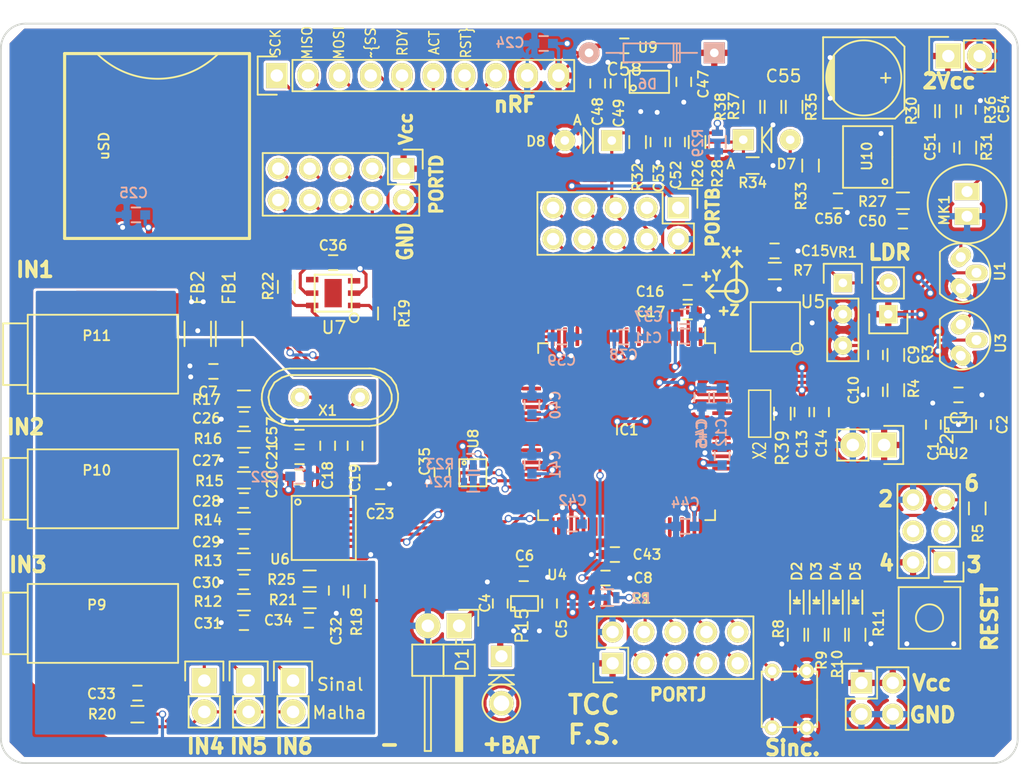
<source format=kicad_pcb>
(kicad_pcb (version 4) (host pcbnew 4.0.2-stable)
  (layers (0 F.Cu signal) (31 B.Cu signal) (34 B.Paste user) (35 F.Paste user) (36 B.SilkS user) (37 F.SilkS user) (38 B.Mask user) (39 F.Mask user) (44 Edge.Cuts user))
  (net 0 "")
  (net 1 GND)
  (net 2 VCC)
  (net 3 "Net-(C2-Pad2)")
  (net 4 /ADCA_REF)
  (net 5 +BAT)
  (net 6 "Net-(C5-Pad2)")
  (net 7 GNDA)
  (net 8 aVDD)
  (net 9 /ADC_A1)
  (net 10 /ADC_A2)
  (net 11 /ADC_A3)
  (net 12 /ADC_A7)
  (net 13 /ADCB_REF)
  (net 14 "Net-(C18-Pad2)")
  (net 15 "Net-(C19-Pad2)")
  (net 16 "Net-(C21-Pad2)")
  (net 17 "Net-(C26-Pad1)")
  (net 18 "Net-(C27-Pad1)")
  (net 19 "Net-(C28-Pad1)")
  (net 20 "Net-(C29-Pad1)")
  (net 21 "Net-(C30-Pad1)")
  (net 22 "Net-(C31-Pad1)")
  (net 23 "Net-(C32-Pad1)")
  (net 24 "Net-(C34-Pad1)")
  (net 25 "Net-(C34-Pad2)")
  (net 26 "Net-(D2-Pad2)")
  (net 27 "Net-(D2-Pad1)")
  (net 28 "Net-(D3-Pad2)")
  (net 29 "Net-(D3-Pad1)")
  (net 30 "Net-(D4-Pad2)")
  (net 31 "Net-(D4-Pad1)")
  (net 32 "Net-(D5-Pad2)")
  (net 33 "Net-(D5-Pad1)")
  (net 34 /ADC_A6)
  (net 35 /ADC_B1)
  (net 36 /ADC_B2)
  (net 37 /ADC_B3)
  (net 38 /ADC_B4)
  (net 39 /ADC_B5)
  (net 40 /ADC_B6)
  (net 41 /ADC_B7)
  (net 42 /SDA_HDC)
  (net 43 /SCL_HDC)
  (net 44 /RDY_nRF)
  (net 45 /~CS_nRF)
  (net 46 /MOSI_nRF)
  (net 47 /MISO_nRF)
  (net 48 /SCK_nRF)
  (net 49 /SDA_OPT)
  (net 50 /SCL_OPT)
  (net 51 /INT_OPT)
  (net 52 /RST_nRF)
  (net 53 /~SS-uSD)
  (net 54 /MOSI-uSD)
  (net 55 /MISO_uSD)
  (net 56 /SCK-uSD)
  (net 57 "Net-(IC1-Pad49)")
  (net 58 "Net-(IC1-Pad50)")
  (net 59 "Net-(IC1-Pad51)")
  (net 60 "Net-(IC1-Pad52)")
  (net 61 "Net-(IC1-Pad55)")
  (net 62 /ACT_nRF)
  (net 63 /J0)
  (net 64 /J1)
  (net 65 /J2)
  (net 66 /J3)
  (net 67 /J4)
  (net 68 /J5)
  (net 69 /J6)
  (net 70 /J7)
  (net 71 "Net-(IC1-Pad75)")
  (net 72 "Net-(IC1-Pad89)")
  (net 73 /RESET)
  (net 74 /ADC_A4)
  (net 75 /ADC_A5)
  (net 76 "Net-(P9-Pad3)")
  (net 77 "Net-(P10-Pad3)")
  (net 78 "Net-(R3-Pad1)")
  (net 79 "Net-(R4-Pad1)")
  (net 80 "Net-(R6-Pad2)")
  (net 81 "Net-(R18-Pad2)")
  (net 82 "Net-(R25-Pad2)")
  (net 83 /malha)
  (net 84 "Net-(P11-Pad3)")
  (net 85 "Net-(P12-Pad1)")
  (net 86 "Net-(P13-Pad1)")
  (net 87 "Net-(P14-Pad1)")
  (net 88 /2Vcc)
  (net 89 "Net-(C49-Pad1)")
  (net 90 "Net-(C49-Pad2)")
  (net 91 "Net-(C50-Pad1)")
  (net 92 "Net-(C50-Pad2)")
  (net 93 "Net-(C51-Pad1)")
  (net 94 "Net-(C52-Pad2)")
  (net 95 "Net-(C54-Pad1)")
  (net 96 "Net-(D7-Pad2)")
  (net 97 "Net-(R26-Pad1)")
  (net 98 "Net-(R33-Pad2)")
  (net 99 "Net-(R35-Pad2)")
  (net 100 "Net-(IC1-Pad25)")
  (net 101 "Net-(IC1-Pad26)")
  (net 102 "Net-(IC1-Pad27)")
  (net 103 "Net-(IC1-Pad28)")
  (net 104 "Net-(IC1-Pad29)")
  (net 105 "Net-(IC1-Pad30)")
  (net 106 "Net-(IC1-Pad31)")
  (net 107 "Net-(IC1-Pad32)")
  (net 108 /8_nRF)
  (net 109 "Net-(IC1-Pad48)")
  (net 110 /xt1)
  (net 111 /xt2)
  (module Capacitors_SMD:C_0603 (layer F.Cu) (at 128.0795 136.017 90)
    (fp_text reference C14 (at -2.54 0 90) (layer F.SilkS) (effects (font (size 0.8 0.8))))
    (fp_text value 10uF)
    (pad 1 smd rect (at -0.75 0 90) (size 0.8 0.75) (layers F.Cu F.Paste F.Mask) (net 1 GND))
    (pad 2 smd rect (at 0.75 0 90) (size 0.8 0.75) (layers F.Cu F.Paste F.Mask) (net 4 /ADCA_REF))
  )
  (module Placa_principal:HDC1050 (layer F.Cu) (at 88.4555 126.365 180)
    (fp_text reference U7 (at -0.0635 -2.794 180) (layer F.SilkS))
    (fp_text value HDC1050)
    (pad 1 smd rect (at -1.7 -1 180) (size 1 0.45) (layers F.Cu F.Paste F.Mask) (net 42 /SDA_HDC))
    (pad 2 smd rect (at -1.7 0 180) (size 1 0.45) (layers F.Cu F.Paste F.Mask) (net 1 GND))
    (pad 3 smd rect (at -1.7 1 180) (size 1 0.45) (layers F.Cu F.Paste F.Mask))
    (pad 4 smd rect (at 1.7 1.1 180) (size 1 0.45) (layers F.Cu F.Paste F.Mask))
    (pad 5 smd rect (at 1.7 0 180) (size 1 0.45) (layers F.Cu F.Paste F.Mask) (net 2 VCC))
    (pad 6 smd rect (at 1.7 -1 180) (size 1 0.45) (layers F.Cu F.Paste F.Mask) (net 43 /SCL_HDC))
    (pad "" smd rect (at 0 0 180) (size 1.4 2.3) (layers F.Cu F.Paste F.Mask))
  )
  (module Capacitors_SMD:C_0603 (layer F.Cu) (at 86.487 152.908 180)
    (fp_text reference C34 (at 2.4765 0 360) (layer F.SilkS) (effects (font (size 0.8 0.8))))
    (fp_text value 1.5n)
    (pad 1 smd rect (at -0.75 0 180) (size 0.8 0.75) (layers F.Cu F.Paste F.Mask) (net 24 "Net-(C34-Pad1)"))
    (pad 2 smd rect (at 0.75 0 180) (size 0.8 0.75) (layers F.Cu F.Paste F.Mask) (net 25 "Net-(C34-Pad2)"))
  )
  (module Resistors_SMD:R_0603 (layer F.Cu) (at 86.5505 149.5425 180)
    (fp_text reference R25 (at 2.286 -0.0635 360) (layer F.SilkS) (effects (font (size 0.8 0.8))))
    (fp_text value 100K)
    (pad 1 smd rect (at -0.75 0 180) (size 0.5 0.9) (layers F.Cu F.Paste F.Mask) (net 24 "Net-(C34-Pad1)"))
    (pad 2 smd rect (at 0.75 0 180) (size 0.5 0.9) (layers F.Cu F.Paste F.Mask) (net 82 "Net-(R25-Pad2)"))
  )
  (module Resistors_SMD:R_0603 (layer F.Cu) (at 92.7735 128.016 270)
    (fp_text reference R19 (at 0 -1.4605 450) (layer F.SilkS) (effects (font (size 0.8 0.8))))
    (fp_text value 10K)
    (pad 1 smd rect (at -0.75 0 270) (size 0.5 0.9) (layers F.Cu F.Paste F.Mask) (net 2 VCC))
    (pad 2 smd rect (at 0.75 0 270) (size 0.5 0.9) (layers F.Cu F.Paste F.Mask) (net 42 /SDA_HDC))
  )
  (module Resistors_SMD:R_0603 (layer F.Cu) (at 84.6455 125.857 90)
    (fp_text reference R22 (at 0.0635 -1.4605 90) (layer F.SilkS) (effects (font (size 0.8 0.8))))
    (fp_text value 10K)
    (pad 1 smd rect (at -0.75 0 90) (size 0.5 0.9) (layers F.Cu F.Paste F.Mask) (net 43 /SCL_HDC))
    (pad 2 smd rect (at 0.75 0 90) (size 0.5 0.9) (layers F.Cu F.Paste F.Mask) (net 2 VCC))
  )
  (module Pin_Headers:Pin_Header_Straight_2x05 (layer F.Cu) (at 116.459 119.4435 270)
    (fp_text reference P4 hide)
    (fp_text value "PORT B")
    (pad 1 thru_hole rect (at 0 0 270) (size 1.7272 1.7272) (drill 1.016) (layers *.Cu *.Mask F.SilkS) (net 2 VCC))
    (pad 2 thru_hole oval (at 2.54 0 270) (size 1.7272 1.7272) (drill 1.016) (layers *.Cu *.Mask F.SilkS) (net 1 GND))
    (pad 3 thru_hole oval (at 0 2.54 270) (size 1.7272 1.7272) (drill 1.016) (layers *.Cu *.Mask F.SilkS) (net 13 /ADCB_REF))
    (pad 4 thru_hole oval (at 2.54 2.54 270) (size 1.7272 1.7272) (drill 1.016) (layers *.Cu *.Mask F.SilkS) (net 35 /ADC_B1))
    (pad 5 thru_hole oval (at 0 5.08 270) (size 1.7272 1.7272) (drill 1.016) (layers *.Cu *.Mask F.SilkS) (net 36 /ADC_B2))
    (pad 6 thru_hole oval (at 2.54 5.08 270) (size 1.7272 1.7272) (drill 1.016) (layers *.Cu *.Mask F.SilkS) (net 37 /ADC_B3))
    (pad 7 thru_hole oval (at 0 7.62 270) (size 1.7272 1.7272) (drill 1.016) (layers *.Cu *.Mask F.SilkS) (net 38 /ADC_B4))
    (pad 8 thru_hole oval (at 2.54 7.62 270) (size 1.7272 1.7272) (drill 1.016) (layers *.Cu *.Mask F.SilkS) (net 39 /ADC_B5))
    (pad 9 thru_hole oval (at 0 10.16 270) (size 1.7272 1.7272) (drill 1.016) (layers *.Cu *.Mask F.SilkS) (net 40 /ADC_B6))
    (pad 10 thru_hole oval (at 2.54 10.16 270) (size 1.7272 1.7272) (drill 1.016) (layers *.Cu *.Mask F.SilkS) (net 41 /ADC_B7))
  )
  (module Capacitors_SMD:C_0603 (layer F.Cu) (at 117.221 126.3015 180)
    (fp_text reference C16 (at 3.048 0.0635 180) (layer F.SilkS) (effects (font (size 0.8 0.8))))
    (fp_text value 10nF)
    (pad 1 smd rect (at -0.75 0 180) (size 0.8 0.75) (layers F.Cu F.Paste F.Mask) (net 1 GND))
    (pad 2 smd rect (at 0.75 0 180) (size 0.8 0.75) (layers F.Cu F.Paste F.Mask) (net 13 /ADCB_REF))
  )
  (module Capacitors_SMD:C_0603 (layer B.Cu) (at 116.967 128.27)
    (fp_text reference C37 (at -2.921 0) (layer B.SilkS) (effects (font (size 0.8 0.8)) (justify mirror)))
    (fp_text value 100n)
    (pad 1 smd rect (at -0.75 0) (size 0.8 0.75) (layers B.Cu B.Paste B.Mask) (net 2 VCC))
    (pad 2 smd rect (at 0.75 0) (size 0.8 0.75) (layers B.Cu B.Paste B.Mask) (net 1 GND))
  )
  (module Pin_Headers:Pin_Header_Straight_2x05 (layer F.Cu) (at 94.1705 116.2685 270)
    (fp_text reference P6 hide)
    (fp_text value "PORT D")
    (pad 1 thru_hole rect (at 0 0 270) (size 1.7272 1.7272) (drill 1.016) (layers *.Cu *.Mask F.SilkS) (net 2 VCC))
    (pad 2 thru_hole oval (at 2.54 0 270) (size 1.7272 1.7272) (drill 1.016) (layers *.Cu *.Mask F.SilkS) (net 1 GND))
    (pad 3 thru_hole oval (at 0 2.54 270) (size 1.7272 1.7272) (drill 1.016) (layers *.Cu *.Mask F.SilkS) (net 100 "Net-(IC1-Pad25)"))
    (pad 4 thru_hole oval (at 2.54 2.54 270) (size 1.7272 1.7272) (drill 1.016) (layers *.Cu *.Mask F.SilkS) (net 101 "Net-(IC1-Pad26)"))
    (pad 5 thru_hole oval (at 0 5.08 270) (size 1.7272 1.7272) (drill 1.016) (layers *.Cu *.Mask F.SilkS) (net 102 "Net-(IC1-Pad27)"))
    (pad 6 thru_hole oval (at 2.54 5.08 270) (size 1.7272 1.7272) (drill 1.016) (layers *.Cu *.Mask F.SilkS) (net 103 "Net-(IC1-Pad28)"))
    (pad 7 thru_hole oval (at 0 7.62 270) (size 1.7272 1.7272) (drill 1.016) (layers *.Cu *.Mask F.SilkS) (net 104 "Net-(IC1-Pad29)"))
    (pad 8 thru_hole oval (at 2.54 7.62 270) (size 1.7272 1.7272) (drill 1.016) (layers *.Cu *.Mask F.SilkS) (net 105 "Net-(IC1-Pad30)"))
    (pad 9 thru_hole oval (at 0 10.16 270) (size 1.7272 1.7272) (drill 1.016) (layers *.Cu *.Mask F.SilkS) (net 106 "Net-(IC1-Pad31)"))
    (pad 10 thru_hole oval (at 2.54 10.16 270) (size 1.7272 1.7272) (drill 1.016) (layers *.Cu *.Mask F.SilkS) (net 107 "Net-(IC1-Pad32)"))
  )
  (module TO_SOT_Packages_THT:TO-92_Molded_Narrow_Oval (layer F.Cu) (at 139.3825 128.905 270)
    (fp_text reference U3 (at 1.524 -3.2385 270) (layer F.SilkS) (effects (font (size 0.8 0.8))))
    (fp_text value LM35)
    (pad 2 thru_hole oval (at 1.27 -1.27) (size 1.80086 1.30048) (drill 0.8) (layers *.Cu *.Mask F.SilkS) (net 79 "Net-(R4-Pad1)"))
    (pad 1 thru_hole oval (at 0 0 315) (size 1.30048 1.80086) (drill 0.8) (layers *.Cu *.Mask F.SilkS) (net 88 /2Vcc))
    (pad 3 thru_hole oval (at 2.54 0 315) (size 1.80086 1.30048) (drill 0.8) (layers *.Cu *.Mask F.SilkS) (net 1 GND))
  )
  (module Crystals:Crystal_HC49-U_Vertical (layer F.Cu) (at 88.2015 134.8105 180)
    (fp_text reference X1 (at 0.1905 -1.0795 180) (layer F.SilkS) (effects (font (size 0.8 0.8))))
    (fp_text value 4.096MHz)
    (pad 1 thru_hole circle (at -2.44094 0 180) (size 1.5 1.5) (drill 0.8001) (layers *.Cu *.Mask F.SilkS) (net 15 "Net-(C19-Pad2)"))
    (pad 2 thru_hole circle (at 2.44094 0 180) (size 1.5 1.5) (drill 0.8001) (layers *.Cu *.Mask F.SilkS) (net 14 "Net-(C18-Pad2)"))
  )
  (module Housings_QFP:TQFP-100_14x14mm_Pitch0.5mm (layer F.Cu) (at 112.268 137.6045 270)
    (fp_text reference IC1 (at -0.127 0 360) (layer F.SilkS) (effects (font (size 0.8 0.8))))
    (fp_text value ATXMEGA128A1U-A)
    (pad 1 smd rect (at -7.7 -6 270) (size 1.5 0.3) (layers F.Cu F.Paste F.Mask) (net 34 /ADC_A6))
    (pad 2 smd rect (at -7.7 -5.5 270) (size 1.5 0.3) (layers F.Cu F.Paste F.Mask) (net 12 /ADC_A7))
    (pad 3 smd rect (at -7.7 -5 270) (size 1.5 0.3) (layers F.Cu F.Paste F.Mask) (net 1 GND))
    (pad 4 smd rect (at -7.7 -4.5 270) (size 1.5 0.3) (layers F.Cu F.Paste F.Mask) (net 2 VCC))
    (pad 5 smd rect (at -7.7 -4 270) (size 1.5 0.3) (layers F.Cu F.Paste F.Mask) (net 13 /ADCB_REF))
    (pad 6 smd rect (at -7.7 -3.5 270) (size 1.5 0.3) (layers F.Cu F.Paste F.Mask) (net 35 /ADC_B1))
    (pad 7 smd rect (at -7.7 -3 270) (size 1.5 0.3) (layers F.Cu F.Paste F.Mask) (net 36 /ADC_B2))
    (pad 8 smd rect (at -7.7 -2.5 270) (size 1.5 0.3) (layers F.Cu F.Paste F.Mask) (net 37 /ADC_B3))
    (pad 9 smd rect (at -7.7 -2 270) (size 1.5 0.3) (layers F.Cu F.Paste F.Mask) (net 38 /ADC_B4))
    (pad 10 smd rect (at -7.7 -1.5 270) (size 1.5 0.3) (layers F.Cu F.Paste F.Mask) (net 39 /ADC_B5))
    (pad 11 smd rect (at -7.7 -1 270) (size 1.5 0.3) (layers F.Cu F.Paste F.Mask) (net 40 /ADC_B6))
    (pad 12 smd rect (at -7.7 -0.5 270) (size 1.5 0.3) (layers F.Cu F.Paste F.Mask) (net 41 /ADC_B7))
    (pad 13 smd rect (at -7.7 0 270) (size 1.5 0.3) (layers F.Cu F.Paste F.Mask) (net 1 GND))
    (pad 14 smd rect (at -7.7 0.5 270) (size 1.5 0.3) (layers F.Cu F.Paste F.Mask) (net 2 VCC))
    (pad 15 smd rect (at -7.7 1 270) (size 1.5 0.3) (layers F.Cu F.Paste F.Mask) (net 108 /8_nRF))
    (pad 16 smd rect (at -7.7 1.5 270) (size 1.5 0.3) (layers F.Cu F.Paste F.Mask) (net 52 /RST_nRF))
    (pad 17 smd rect (at -7.7 2 270) (size 1.5 0.3) (layers F.Cu F.Paste F.Mask) (net 62 /ACT_nRF))
    (pad 18 smd rect (at -7.7 2.5 270) (size 1.5 0.3) (layers F.Cu F.Paste F.Mask) (net 44 /RDY_nRF))
    (pad 19 smd rect (at -7.7 3 270) (size 1.5 0.3) (layers F.Cu F.Paste F.Mask) (net 45 /~CS_nRF))
    (pad 20 smd rect (at -7.7 3.5 270) (size 1.5 0.3) (layers F.Cu F.Paste F.Mask) (net 46 /MOSI_nRF))
    (pad 21 smd rect (at -7.7 4 270) (size 1.5 0.3) (layers F.Cu F.Paste F.Mask) (net 47 /MISO_nRF))
    (pad 22 smd rect (at -7.7 4.5 270) (size 1.5 0.3) (layers F.Cu F.Paste F.Mask) (net 48 /SCK_nRF))
    (pad 23 smd rect (at -7.7 5 270) (size 1.5 0.3) (layers F.Cu F.Paste F.Mask) (net 1 GND))
    (pad 24 smd rect (at -7.7 5.5 270) (size 1.5 0.3) (layers F.Cu F.Paste F.Mask) (net 2 VCC))
    (pad 25 smd rect (at -7.7 6 270) (size 1.5 0.3) (layers F.Cu F.Paste F.Mask) (net 100 "Net-(IC1-Pad25)"))
    (pad 26 smd rect (at -6 7.7) (size 1.5 0.3) (layers F.Cu F.Paste F.Mask) (net 101 "Net-(IC1-Pad26)"))
    (pad 27 smd rect (at -5.5 7.7) (size 1.5 0.3) (layers F.Cu F.Paste F.Mask) (net 102 "Net-(IC1-Pad27)"))
    (pad 28 smd rect (at -5 7.7) (size 1.5 0.3) (layers F.Cu F.Paste F.Mask) (net 103 "Net-(IC1-Pad28)"))
    (pad 29 smd rect (at -4.5 7.7) (size 1.5 0.3) (layers F.Cu F.Paste F.Mask) (net 104 "Net-(IC1-Pad29)"))
    (pad 30 smd rect (at -4 7.7) (size 1.5 0.3) (layers F.Cu F.Paste F.Mask) (net 105 "Net-(IC1-Pad30)"))
    (pad 31 smd rect (at -3.5 7.7) (size 1.5 0.3) (layers F.Cu F.Paste F.Mask) (net 106 "Net-(IC1-Pad31)"))
    (pad 32 smd rect (at -3 7.7) (size 1.5 0.3) (layers F.Cu F.Paste F.Mask) (net 107 "Net-(IC1-Pad32)"))
    (pad 33 smd rect (at -2.5 7.7) (size 1.5 0.3) (layers F.Cu F.Paste F.Mask) (net 1 GND))
    (pad 34 smd rect (at -2 7.7) (size 1.5 0.3) (layers F.Cu F.Paste F.Mask) (net 2 VCC))
    (pad 35 smd rect (at -1.5 7.7) (size 1.5 0.3) (layers F.Cu F.Paste F.Mask) (net 42 /SDA_HDC))
    (pad 36 smd rect (at -1 7.7) (size 1.5 0.3) (layers F.Cu F.Paste F.Mask) (net 43 /SCL_HDC))
    (pad 37 smd rect (at -0.5 7.7) (size 1.5 0.3) (layers F.Cu F.Paste F.Mask))
    (pad 38 smd rect (at 0 7.7) (size 1.5 0.3) (layers F.Cu F.Paste F.Mask))
    (pad 39 smd rect (at 0.5 7.7) (size 1.5 0.3) (layers F.Cu F.Paste F.Mask) (net 53 /~SS-uSD))
    (pad 40 smd rect (at 1 7.7) (size 1.5 0.3) (layers F.Cu F.Paste F.Mask) (net 54 /MOSI-uSD))
    (pad 41 smd rect (at 1.5 7.7) (size 1.5 0.3) (layers F.Cu F.Paste F.Mask) (net 55 /MISO_uSD))
    (pad 42 smd rect (at 2 7.7) (size 1.5 0.3) (layers F.Cu F.Paste F.Mask) (net 56 /SCK-uSD))
    (pad 43 smd rect (at 2.5 7.7) (size 1.5 0.3) (layers F.Cu F.Paste F.Mask) (net 1 GND))
    (pad 44 smd rect (at 3 7.7) (size 1.5 0.3) (layers F.Cu F.Paste F.Mask) (net 2 VCC))
    (pad 45 smd rect (at 3.5 7.7) (size 1.5 0.3) (layers F.Cu F.Paste F.Mask) (net 49 /SDA_OPT))
    (pad 46 smd rect (at 4 7.7) (size 1.5 0.3) (layers F.Cu F.Paste F.Mask) (net 50 /SCL_OPT))
    (pad 47 smd rect (at 4.5 7.7) (size 1.5 0.3) (layers F.Cu F.Paste F.Mask) (net 51 /INT_OPT))
    (pad 48 smd rect (at 5 7.7) (size 1.5 0.3) (layers F.Cu F.Paste F.Mask) (net 109 "Net-(IC1-Pad48)"))
    (pad 49 smd rect (at 5.5 7.7) (size 1.5 0.3) (layers F.Cu F.Paste F.Mask) (net 57 "Net-(IC1-Pad49)"))
    (pad 50 smd rect (at 6 7.7) (size 1.5 0.3) (layers F.Cu F.Paste F.Mask) (net 58 "Net-(IC1-Pad50)"))
    (pad 51 smd rect (at 7.7 6 270) (size 1.5 0.3) (layers F.Cu F.Paste F.Mask) (net 59 "Net-(IC1-Pad51)"))
    (pad 52 smd rect (at 7.7 5.5 270) (size 1.5 0.3) (layers F.Cu F.Paste F.Mask) (net 60 "Net-(IC1-Pad52)"))
    (pad 53 smd rect (at 7.7 5 270) (size 1.5 0.3) (layers F.Cu F.Paste F.Mask) (net 1 GND))
    (pad 54 smd rect (at 7.7 4.5 270) (size 1.5 0.3) (layers F.Cu F.Paste F.Mask) (net 2 VCC))
    (pad 55 smd rect (at 7.7 4 270) (size 1.5 0.3) (layers F.Cu F.Paste F.Mask) (net 61 "Net-(IC1-Pad55)"))
    (pad 56 smd rect (at 7.7 3.5 270) (size 1.5 0.3) (layers F.Cu F.Paste F.Mask))
    (pad 57 smd rect (at 7.7 3 270) (size 1.5 0.3) (layers F.Cu F.Paste F.Mask))
    (pad 58 smd rect (at 7.7 2.5 270) (size 1.5 0.3) (layers F.Cu F.Paste F.Mask))
    (pad 59 smd rect (at 7.7 2 270) (size 1.5 0.3) (layers F.Cu F.Paste F.Mask))
    (pad 60 smd rect (at 7.7 1.5 270) (size 1.5 0.3) (layers F.Cu F.Paste F.Mask))
    (pad 61 smd rect (at 7.7 1 270) (size 1.5 0.3) (layers F.Cu F.Paste F.Mask))
    (pad 62 smd rect (at 7.7 0.5 270) (size 1.5 0.3) (layers F.Cu F.Paste F.Mask))
    (pad 63 smd rect (at 7.7 0 270) (size 1.5 0.3) (layers F.Cu F.Paste F.Mask) (net 1 GND))
    (pad 64 smd rect (at 7.7 -0.5 270) (size 1.5 0.3) (layers F.Cu F.Paste F.Mask) (net 2 VCC))
    (pad 65 smd rect (at 7.7 -1 270) (size 1.5 0.3) (layers F.Cu F.Paste F.Mask) (net 63 /J0))
    (pad 66 smd rect (at 7.7 -1.5 270) (size 1.5 0.3) (layers F.Cu F.Paste F.Mask) (net 64 /J1))
    (pad 67 smd rect (at 7.7 -2 270) (size 1.5 0.3) (layers F.Cu F.Paste F.Mask) (net 65 /J2))
    (pad 68 smd rect (at 7.7 -2.5 270) (size 1.5 0.3) (layers F.Cu F.Paste F.Mask) (net 66 /J3))
    (pad 69 smd rect (at 7.7 -3 270) (size 1.5 0.3) (layers F.Cu F.Paste F.Mask) (net 67 /J4))
    (pad 70 smd rect (at 7.7 -3.5 270) (size 1.5 0.3) (layers F.Cu F.Paste F.Mask) (net 68 /J5))
    (pad 71 smd rect (at 7.7 -4 270) (size 1.5 0.3) (layers F.Cu F.Paste F.Mask) (net 69 /J6))
    (pad 72 smd rect (at 7.7 -4.5 270) (size 1.5 0.3) (layers F.Cu F.Paste F.Mask) (net 70 /J7))
    (pad 73 smd rect (at 7.7 -5 270) (size 1.5 0.3) (layers F.Cu F.Paste F.Mask) (net 1 GND))
    (pad 74 smd rect (at 7.7 -5.5 270) (size 1.5 0.3) (layers F.Cu F.Paste F.Mask) (net 2 VCC))
    (pad 75 smd rect (at 7.7 -6 270) (size 1.5 0.3) (layers F.Cu F.Paste F.Mask) (net 71 "Net-(IC1-Pad75)"))
    (pad 76 smd rect (at 6 -7.7) (size 1.5 0.3) (layers F.Cu F.Paste F.Mask) (net 27 "Net-(D2-Pad1)"))
    (pad 77 smd rect (at 5.5 -7.7) (size 1.5 0.3) (layers F.Cu F.Paste F.Mask) (net 29 "Net-(D3-Pad1)"))
    (pad 78 smd rect (at 5 -7.7) (size 1.5 0.3) (layers F.Cu F.Paste F.Mask) (net 31 "Net-(D4-Pad1)"))
    (pad 79 smd rect (at 4.5 -7.7) (size 1.5 0.3) (layers F.Cu F.Paste F.Mask) (net 33 "Net-(D5-Pad1)"))
    (pad 80 smd rect (at 4 -7.7) (size 1.5 0.3) (layers F.Cu F.Paste F.Mask))
    (pad 81 smd rect (at 3.5 -7.7) (size 1.5 0.3) (layers F.Cu F.Paste F.Mask))
    (pad 82 smd rect (at 3 -7.7) (size 1.5 0.3) (layers F.Cu F.Paste F.Mask))
    (pad 83 smd rect (at 2.5 -7.7) (size 1.5 0.3) (layers F.Cu F.Paste F.Mask) (net 2 VCC))
    (pad 84 smd rect (at 2 -7.7) (size 1.5 0.3) (layers F.Cu F.Paste F.Mask) (net 1 GND))
    (pad 85 smd rect (at 1.5 -7.7) (size 1.5 0.3) (layers F.Cu F.Paste F.Mask))
    (pad 86 smd rect (at 1 -7.7) (size 1.5 0.3) (layers F.Cu F.Paste F.Mask))
    (pad 87 smd rect (at 0.5 -7.7) (size 1.5 0.3) (layers F.Cu F.Paste F.Mask))
    (pad 88 smd rect (at 0 -7.7) (size 1.5 0.3) (layers F.Cu F.Paste F.Mask))
    (pad 89 smd rect (at -0.5 -7.7) (size 1.5 0.3) (layers F.Cu F.Paste F.Mask) (net 72 "Net-(IC1-Pad89)"))
    (pad 90 smd rect (at -1 -7.7) (size 1.5 0.3) (layers F.Cu F.Paste F.Mask) (net 73 /RESET))
    (pad 91 smd rect (at -1.5 -7.7) (size 1.5 0.3) (layers F.Cu F.Paste F.Mask) (net 110 /xt1))
    (pad 92 smd rect (at -2 -7.7) (size 1.5 0.3) (layers F.Cu F.Paste F.Mask) (net 111 /xt2))
    (pad 93 smd rect (at -2.5 -7.7) (size 1.5 0.3) (layers F.Cu F.Paste F.Mask) (net 1 GND))
    (pad 94 smd rect (at -3 -7.7) (size 1.5 0.3) (layers F.Cu F.Paste F.Mask) (net 2 VCC))
    (pad 95 smd rect (at -3.5 -7.7) (size 1.5 0.3) (layers F.Cu F.Paste F.Mask) (net 4 /ADCA_REF))
    (pad 96 smd rect (at -4 -7.7) (size 1.5 0.3) (layers F.Cu F.Paste F.Mask) (net 9 /ADC_A1))
    (pad 97 smd rect (at -4.5 -7.7) (size 1.5 0.3) (layers F.Cu F.Paste F.Mask) (net 10 /ADC_A2))
    (pad 98 smd rect (at -5 -7.7) (size 1.5 0.3) (layers F.Cu F.Paste F.Mask) (net 11 /ADC_A3))
    (pad 99 smd rect (at -5.5 -7.7) (size 1.5 0.3) (layers F.Cu F.Paste F.Mask) (net 74 /ADC_A4))
    (pad 100 smd rect (at -6 -7.7) (size 1.5 0.3) (layers F.Cu F.Paste F.Mask) (net 75 /ADC_A5))
  )
  (module Capacitors_SMD:C_0603 (layer F.Cu) (at 132.461 131.3815 270)
    (fp_text reference C9 (at 0 -3.1115 270) (layer F.SilkS) (effects (font (size 0.8 0.8))))
    (fp_text value 10uF)
    (pad 1 smd rect (at -0.75 0 270) (size 0.8 0.75) (layers F.Cu F.Paste F.Mask) (net 1 GND))
    (pad 2 smd rect (at 0.75 0 270) (size 0.8 0.75) (layers F.Cu F.Paste F.Mask) (net 10 /ADC_A2))
  )
  (module Capacitors_SMD:C_0603 (layer F.Cu) (at 137.1569 137.0342 270)
    (fp_text reference C1 (at 2.1578 -0.0031 270) (layer F.SilkS) (effects (font (size 0.8 0.8))))
    (fp_text value 1uF)
    (pad 1 smd rect (at -0.75 0 270) (size 0.8 0.75) (layers F.Cu F.Paste F.Mask) (net 1 GND))
    (pad 2 smd rect (at 0.75 0 270) (size 0.8 0.75) (layers F.Cu F.Paste F.Mask) (net 2 VCC))
  )
  (module Capacitors_SMD:C_0603 (layer F.Cu) (at 141.2209 137.0342 90)
    (fp_text reference C2 (at 0 1.524 90) (layer F.SilkS) (effects (font (size 0.8 0.8))))
    (fp_text value 10nF)
    (pad 1 smd rect (at -0.75 0 90) (size 0.8 0.75) (layers F.Cu F.Paste F.Mask) (net 1 GND))
    (pad 2 smd rect (at 0.75 0 90) (size 0.8 0.75) (layers F.Cu F.Paste F.Mask) (net 3 "Net-(C2-Pad2)"))
  )
  (module Capacitors_SMD:C_0603 (layer F.Cu) (at 139.1889 134.6212 180)
    (fp_text reference C3 (at 0 -1.9 180) (layer F.SilkS) (effects (font (size 0.8 0.8))))
    (fp_text value 1uF)
    (pad 1 smd rect (at -0.75 0 180) (size 0.8 0.75) (layers F.Cu F.Paste F.Mask) (net 1 GND))
    (pad 2 smd rect (at 0.75 0 180) (size 0.8 0.75) (layers F.Cu F.Paste F.Mask) (net 4 /ADCA_REF))
  )
  (module Capacitors_SMD:C_0603 (layer F.Cu) (at 102.01275 151.54275 270)
    (fp_text reference C4 (at -0.03175 1.23825 270) (layer F.SilkS) (effects (font (size 0.8 0.8))))
    (fp_text value 1uF)
    (pad 1 smd rect (at -0.75 0 270) (size 0.8 0.75) (layers F.Cu F.Paste F.Mask) (net 1 GND))
    (pad 2 smd rect (at 0.75 0 270) (size 0.8 0.75) (layers F.Cu F.Paste F.Mask) (net 5 +BAT))
  )
  (module Capacitors_SMD:C_0603 (layer F.Cu) (at 106.01325 151.54275 90)
    (fp_text reference C5 (at -2.06375 0.98425 90) (layer F.SilkS) (effects (font (size 0.8 0.8))))
    (fp_text value 10nF)
    (pad 1 smd rect (at -0.75 0 90) (size 0.8 0.75) (layers F.Cu F.Paste F.Mask) (net 1 GND))
    (pad 2 smd rect (at 0.75 0 90) (size 0.8 0.75) (layers F.Cu F.Paste F.Mask) (net 6 "Net-(C5-Pad2)"))
  )
  (module Capacitors_SMD:C_0603 (layer F.Cu) (at 103.91775 149.12975 180)
    (fp_text reference C6 (at -0.0635 1.4605 360) (layer F.SilkS) (effects (font (size 0.8 0.8))))
    (fp_text value 1uF)
    (pad 1 smd rect (at -0.75 0 180) (size 0.8 0.75) (layers F.Cu F.Paste F.Mask) (net 1 GND))
    (pad 2 smd rect (at 0.75 0 180) (size 0.8 0.75) (layers F.Cu F.Paste F.Mask) (net 2 VCC))
  )
  (module Capacitors_SMD:C_0603 (layer F.Cu) (at 78.74 132.715)
    (fp_text reference C7 (at -0.4445 1.651) (layer F.SilkS) (effects (font (size 0.8 0.8))))
    (fp_text value 1uF)
    (pad 1 smd rect (at -0.75 0) (size 0.8 0.75) (layers F.Cu F.Paste F.Mask) (net 7 GNDA))
    (pad 2 smd rect (at 0.75 0) (size 0.8 0.75) (layers F.Cu F.Paste F.Mask) (net 8 aVDD))
  )
  (module Capacitors_SMD:C_0603 (layer F.Cu) (at 110.5535 149.479 180)
    (fp_text reference C8 (at -3.048 0 180) (layer F.SilkS) (effects (font (size 0.8 0.8))))
    (fp_text value 1uF)
    (pad 1 smd rect (at -0.75 0 180) (size 0.8 0.75) (layers F.Cu F.Paste F.Mask) (net 1 GND))
    (pad 2 smd rect (at 0.75 0 180) (size 0.8 0.75) (layers F.Cu F.Paste F.Mask) (net 12 /ADC_A7))
  )
  (module Capacitors_SMD:C_0603 (layer F.Cu) (at 132.461 134.366 90)
    (fp_text reference C10 (at 0.127 -1.778 90) (layer F.SilkS) (effects (font (size 0.8 0.8))))
    (fp_text value 10uF)
    (pad 1 smd rect (at -0.75 0 90) (size 0.8 0.75) (layers F.Cu F.Paste F.Mask) (net 1 GND))
    (pad 2 smd rect (at 0.75 0 90) (size 0.8 0.75) (layers F.Cu F.Paste F.Mask) (net 9 /ADC_A1))
  )
  (module Capacitors_SMD:C_0603 (layer B.Cu) (at 116.967 129.8575)
    (fp_text reference C11 (at -2.9845 0.127) (layer B.SilkS) (effects (font (size 0.8 0.8)) (justify mirror)))
    (fp_text value 10u)
    (pad 1 smd rect (at -0.75 0) (size 0.8 0.75) (layers B.Cu B.Paste B.Mask) (net 2 VCC))
    (pad 2 smd rect (at 0.75 0) (size 0.8 0.75) (layers B.Cu B.Paste B.Mask) (net 1 GND))
  )
  (module Capacitors_SMD:C_0603 (layer B.Cu) (at 119.9515 134.8105 270)
    (fp_text reference C12 (at 2.8575 0 270) (layer B.SilkS) (effects (font (size 0.8 0.8)) (justify mirror)))
    (fp_text value 10u)
    (pad 1 smd rect (at -0.75 0 270) (size 0.8 0.75) (layers B.Cu B.Paste B.Mask) (net 2 VCC))
    (pad 2 smd rect (at 0.75 0 270) (size 0.8 0.75) (layers B.Cu B.Paste B.Mask) (net 1 GND))
  )
  (module Capacitors_SMD:C_0603 (layer F.Cu) (at 126.492 136.017 90)
    (fp_text reference C13 (at -2.6035 0 90) (layer F.SilkS) (effects (font (size 0.8 0.8))))
    (fp_text value 10nF)
    (pad 1 smd rect (at -0.75 0 90) (size 0.8 0.75) (layers F.Cu F.Paste F.Mask) (net 1 GND))
    (pad 2 smd rect (at 0.75 0 90) (size 0.8 0.75) (layers F.Cu F.Paste F.Mask) (net 4 /ADCA_REF))
  )
  (module Capacitors_SMD:C_0603 (layer F.Cu) (at 124.2695 122.936 180)
    (fp_text reference C15 (at -3.302 0 360) (layer F.SilkS) (effects (font (size 0.8 0.8))))
    (fp_text value 1uF)
    (pad 1 smd rect (at -0.75 0 180) (size 0.8 0.75) (layers F.Cu F.Paste F.Mask) (net 1 GND))
    (pad 2 smd rect (at 0.75 0 180) (size 0.8 0.75) (layers F.Cu F.Paste F.Mask) (net 34 /ADC_A6))
  )
  (module Capacitors_SMD:C_0603 (layer F.Cu) (at 117.221 127.889 180)
    (fp_text reference C17 (at 2.9845 0 180) (layer F.SilkS) (effects (font (size 0.8 0.8))))
    (fp_text value 10uF)
    (pad 1 smd rect (at -0.75 0 180) (size 0.8 0.75) (layers F.Cu F.Paste F.Mask) (net 1 GND))
    (pad 2 smd rect (at 0.75 0 180) (size 0.8 0.75) (layers F.Cu F.Paste F.Mask) (net 13 /ADCB_REF))
  )
  (module Capacitors_SMD:C_0603 (layer F.Cu) (at 88.011 138.7475 90)
    (fp_text reference C18 (at -2.413 0 90) (layer F.SilkS) (effects (font (size 0.8 0.8))))
    (fp_text value 22p)
    (pad 1 smd rect (at -0.75 0 90) (size 0.8 0.75) (layers F.Cu F.Paste F.Mask) (net 8 aVDD))
    (pad 2 smd rect (at 0.75 0 90) (size 0.8 0.75) (layers F.Cu F.Paste F.Mask) (net 14 "Net-(C18-Pad2)"))
  )
  (module Capacitors_SMD:C_0603 (layer F.Cu) (at 90.2335 138.7475 90)
    (fp_text reference C19 (at -2.6035 0 90) (layer F.SilkS) (effects (font (size 0.8 0.8))))
    (fp_text value 22p)
    (pad 1 smd rect (at -0.75 0 90) (size 0.8 0.75) (layers F.Cu F.Paste F.Mask) (net 8 aVDD))
    (pad 2 smd rect (at 0.75 0 90) (size 0.8 0.75) (layers F.Cu F.Paste F.Mask) (net 15 "Net-(C19-Pad2)"))
  )
  (module Capacitors_SMD:C_0603 (layer F.Cu) (at 85.725 141.2875)
    (fp_text reference C20 (at -2.2225 0.5715 90) (layer F.SilkS) (effects (font (size 0.8 0.8))))
    (fp_text value 10u)
    (pad 1 smd rect (at -0.75 0) (size 0.8 0.75) (layers F.Cu F.Paste F.Mask) (net 8 aVDD))
    (pad 2 smd rect (at 0.75 0) (size 0.8 0.75) (layers F.Cu F.Paste F.Mask) (net 7 GNDA))
  )
  (module Capacitors_SMD:C_0603 (layer F.Cu) (at 85.725 139.6365)
    (fp_text reference C21 (at -2.2225 -0.0635 90) (layer F.SilkS) (effects (font (size 0.8 0.8))))
    (fp_text value 1u)
    (pad 1 smd rect (at -0.75 0) (size 0.8 0.75) (layers F.Cu F.Paste F.Mask) (net 7 GNDA))
    (pad 2 smd rect (at 0.75 0) (size 0.8 0.75) (layers F.Cu F.Paste F.Mask) (net 16 "Net-(C21-Pad2)"))
  )
  (module Capacitors_SMD:C_0603 (layer B.Cu) (at 85.725 141.224)
    (fp_text reference C22 (at -2.794 0.0635 180) (layer B.SilkS) (effects (font (size 0.8 0.8)) (justify mirror)))
    (fp_text value 100n)
    (pad 1 smd rect (at -0.75 0) (size 0.8 0.75) (layers B.Cu B.Paste B.Mask) (net 8 aVDD))
    (pad 2 smd rect (at 0.75 0) (size 0.8 0.75) (layers B.Cu B.Paste B.Mask) (net 7 GNDA))
  )
  (module Capacitors_SMD:C_0603 (layer F.Cu) (at 92.2655 142.875)
    (fp_text reference C23 (at 0 1.397) (layer F.SilkS) (effects (font (size 0.8 0.8))))
    (fp_text value 100n)
    (pad 1 smd rect (at -0.75 0) (size 0.8 0.75) (layers F.Cu F.Paste F.Mask) (net 2 VCC))
    (pad 2 smd rect (at 0.75 0) (size 0.8 0.75) (layers F.Cu F.Paste F.Mask) (net 1 GND))
  )
  (module Capacitors_SMD:C_0603 (layer B.Cu) (at 105.537 106.1085)
    (fp_text reference C24 (at -2.7305 -0.0635) (layer B.SilkS) (effects (font (size 0.8 0.8)) (justify mirror)))
    (fp_text value 100nF)
    (pad 1 smd rect (at -0.75 0) (size 0.8 0.75) (layers B.Cu B.Paste B.Mask) (net 1 GND))
    (pad 2 smd rect (at 0.75 0) (size 0.8 0.75) (layers B.Cu B.Paste B.Mask) (net 2 VCC))
  )
  (module Capacitors_SMD:C_0603 (layer B.Cu) (at 72.4535 120.015)
    (fp_text reference C25 (at -0.1905 -1.778) (layer B.SilkS) (effects (font (size 0.8 0.8)) (justify mirror)))
    (fp_text value 100nF)
    (pad 1 smd rect (at -0.75 0) (size 0.8 0.75) (layers B.Cu B.Paste B.Mask) (net 1 GND))
    (pad 2 smd rect (at 0.75 0) (size 0.8 0.75) (layers B.Cu B.Paste B.Mask) (net 2 VCC))
  )
  (module Capacitors_SMD:C_0603 (layer F.Cu) (at 81.2165 136.5885 180)
    (fp_text reference C26 (at 3.048 0.0635 180) (layer F.SilkS) (effects (font (size 0.8 0.8))))
    (fp_text value Xn)
    (pad 1 smd rect (at -0.75 0 180) (size 0.8 0.75) (layers F.Cu F.Paste F.Mask) (net 17 "Net-(C26-Pad1)"))
    (pad 2 smd rect (at 0.75 0 180) (size 0.8 0.75) (layers F.Cu F.Paste F.Mask) (net 7 GNDA))
  )
  (module Capacitors_SMD:C_0603 (layer F.Cu) (at 81.2165 139.8905 180)
    (fp_text reference C27 (at 3.048 -0.0635 180) (layer F.SilkS) (effects (font (size 0.8 0.8))))
    (fp_text value Xn)
    (pad 1 smd rect (at -0.75 0 180) (size 0.8 0.75) (layers F.Cu F.Paste F.Mask) (net 18 "Net-(C27-Pad1)"))
    (pad 2 smd rect (at 0.75 0 180) (size 0.8 0.75) (layers F.Cu F.Paste F.Mask) (net 7 GNDA))
  )
  (module Capacitors_SMD:C_0603 (layer F.Cu) (at 81.2165 143.1925 180)
    (fp_text reference C28 (at 3.048 -0.0635 180) (layer F.SilkS) (effects (font (size 0.8 0.8))))
    (fp_text value Xn)
    (pad 1 smd rect (at -0.75 0 180) (size 0.8 0.75) (layers F.Cu F.Paste F.Mask) (net 19 "Net-(C28-Pad1)"))
    (pad 2 smd rect (at 0.75 0 180) (size 0.8 0.75) (layers F.Cu F.Paste F.Mask) (net 7 GNDA))
  )
  (module Capacitors_SMD:C_0603 (layer F.Cu) (at 81.2165 146.4945 180)
    (fp_text reference C29 (at 3.048 -0.0635 180) (layer F.SilkS) (effects (font (size 0.8 0.8))))
    (fp_text value Xn)
    (pad 1 smd rect (at -0.75 0 180) (size 0.8 0.75) (layers F.Cu F.Paste F.Mask) (net 20 "Net-(C29-Pad1)"))
    (pad 2 smd rect (at 0.75 0 180) (size 0.8 0.75) (layers F.Cu F.Paste F.Mask) (net 7 GNDA))
  )
  (module Capacitors_SMD:C_0603 (layer F.Cu) (at 81.2165 149.7965 180)
    (fp_text reference C30 (at 3.048 -0.0635 180) (layer F.SilkS) (effects (font (size 0.8 0.8))))
    (fp_text value Xn)
    (pad 1 smd rect (at -0.75 0 180) (size 0.8 0.75) (layers F.Cu F.Paste F.Mask) (net 21 "Net-(C30-Pad1)"))
    (pad 2 smd rect (at 0.75 0 180) (size 0.8 0.75) (layers F.Cu F.Paste F.Mask) (net 7 GNDA))
  )
  (module Capacitors_SMD:C_0603 (layer F.Cu) (at 81.2165 153.0985 180)
    (fp_text reference C31 (at 2.921 -0.0635 180) (layer F.SilkS) (effects (font (size 0.8 0.8))))
    (fp_text value Xn)
    (pad 1 smd rect (at -0.75 0 180) (size 0.8 0.75) (layers F.Cu F.Paste F.Mask) (net 22 "Net-(C31-Pad1)"))
    (pad 2 smd rect (at 0.75 0 180) (size 0.8 0.75) (layers F.Cu F.Paste F.Mask) (net 7 GNDA))
  )
  (module Capacitors_SMD:C_0603 (layer F.Cu) (at 88.7095 150.495 270)
    (fp_text reference C32 (at 3.302 0 270) (layer F.SilkS) (effects (font (size 0.8 0.8))))
    (fp_text value 100n)
    (pad 1 smd rect (at -0.75 0 270) (size 0.8 0.75) (layers F.Cu F.Paste F.Mask) (net 23 "Net-(C32-Pad1)"))
    (pad 2 smd rect (at 0.75 0 270) (size 0.8 0.75) (layers F.Cu F.Paste F.Mask) (net 7 GNDA))
  )
  (module Capacitors_SMD:C_0603 (layer F.Cu) (at 72.574 158.8135 180)
    (fp_text reference C33 (at 2.921 -0.0635 180) (layer F.SilkS) (effects (font (size 0.8 0.8))))
    (fp_text value 10nF)
    (pad 1 smd rect (at -0.75 0 180) (size 0.8 0.75) (layers F.Cu F.Paste F.Mask) (net 1 GND))
    (pad 2 smd rect (at 0.75 0 180) (size 0.8 0.75) (layers F.Cu F.Paste F.Mask) (net 83 /malha))
  )
  (module Capacitors_SMD:C_0603 (layer F.Cu) (at 97.282 140.9065 270)
    (fp_text reference C35 (at -0.889 1.397 270) (layer F.SilkS) (effects (font (size 0.8 0.8))))
    (fp_text value 100n)
    (pad 1 smd rect (at -0.75 0 270) (size 0.8 0.75) (layers F.Cu F.Paste F.Mask) (net 2 VCC))
    (pad 2 smd rect (at 0.75 0 270) (size 0.8 0.75) (layers F.Cu F.Paste F.Mask) (net 1 GND))
  )
  (module Capacitors_SMD:C_0603 (layer F.Cu) (at 88.4555 123.8885)
    (fp_text reference C36 (at 0 -1.397) (layer F.SilkS) (effects (font (size 0.8 0.8))))
    (fp_text value 100n)
    (pad 1 smd rect (at -0.75 0) (size 0.8 0.75) (layers F.Cu F.Paste F.Mask) (net 2 VCC))
    (pad 2 smd rect (at 0.75 0) (size 0.8 0.75) (layers F.Cu F.Paste F.Mask) (net 1 GND))
  )
  (module Capacitors_SMD:C_0603 (layer B.Cu) (at 112.014 129.921)
    (fp_text reference C38 (at 0 1.4605) (layer B.SilkS) (effects (font (size 0.8 0.8)) (justify mirror)))
    (fp_text value 100n)
    (pad 1 smd rect (at -0.75 0) (size 0.8 0.75) (layers B.Cu B.Paste B.Mask) (net 2 VCC))
    (pad 2 smd rect (at 0.75 0) (size 0.8 0.75) (layers B.Cu B.Paste B.Mask) (net 1 GND))
  )
  (module Capacitors_SMD:C_0603 (layer B.Cu) (at 106.9975 129.921)
    (fp_text reference C39 (at 0 1.9) (layer B.SilkS) (effects (font (size 0.8 0.8)) (justify mirror)))
    (fp_text value 100n)
    (pad 1 smd rect (at -0.75 0) (size 0.8 0.75) (layers B.Cu B.Paste B.Mask) (net 2 VCC))
    (pad 2 smd rect (at 0.75 0) (size 0.8 0.75) (layers B.Cu B.Paste B.Mask) (net 1 GND))
  )
  (module Capacitors_SMD:C_0603 (layer B.Cu) (at 104.5845 135.4455 90)
    (fp_text reference C40 (at 0 1.9 90) (layer B.SilkS) (effects (font (size 0.8 0.8)) (justify mirror)))
    (fp_text value 100n)
    (pad 1 smd rect (at -0.75 0 90) (size 0.8 0.75) (layers B.Cu B.Paste B.Mask) (net 2 VCC))
    (pad 2 smd rect (at 0.75 0 90) (size 0.8 0.75) (layers B.Cu B.Paste B.Mask) (net 1 GND))
  )
  (module Capacitors_SMD:C_0603 (layer B.Cu) (at 104.5845 140.2715 90)
    (fp_text reference C41 (at 0 1.9 90) (layer B.SilkS) (effects (font (size 0.8 0.8)) (justify mirror)))
    (fp_text value 100n)
    (pad 1 smd rect (at -0.75 0 90) (size 0.8 0.75) (layers B.Cu B.Paste B.Mask) (net 2 VCC))
    (pad 2 smd rect (at 0.75 0 90) (size 0.8 0.75) (layers B.Cu B.Paste B.Mask) (net 1 GND))
  )
  (module Capacitors_SMD:C_0603 (layer B.Cu) (at 107.8865 145.0975 180)
    (fp_text reference C42 (at 0 1.9 180) (layer B.SilkS) (effects (font (size 0.8 0.8)) (justify mirror)))
    (fp_text value 100n)
    (pad 1 smd rect (at -0.75 0 180) (size 0.8 0.75) (layers B.Cu B.Paste B.Mask) (net 2 VCC))
    (pad 2 smd rect (at 0.75 0 180) (size 0.8 0.75) (layers B.Cu B.Paste B.Mask) (net 1 GND))
  )
  (module Capacitors_SMD:C_0603 (layer F.Cu) (at 111.3155 147.574 180)
    (fp_text reference C43 (at -2.6035 0 180) (layer F.SilkS) (effects (font (size 0.8 0.8))))
    (fp_text value 100n)
    (pad 1 smd rect (at -0.75 0 180) (size 0.8 0.75) (layers F.Cu F.Paste F.Mask) (net 2 VCC))
    (pad 2 smd rect (at 0.75 0 180) (size 0.8 0.75) (layers F.Cu F.Paste F.Mask) (net 1 GND))
  )
  (module Capacitors_SMD:C_0603 (layer B.Cu) (at 117.0305 145.288 180)
    (fp_text reference C44 (at 0 1.9 180) (layer B.SilkS) (effects (font (size 0.8 0.8)) (justify mirror)))
    (fp_text value 100n)
    (pad 1 smd rect (at -0.75 0 180) (size 0.8 0.75) (layers B.Cu B.Paste B.Mask) (net 2 VCC))
    (pad 2 smd rect (at 0.75 0 180) (size 0.8 0.75) (layers B.Cu B.Paste B.Mask) (net 1 GND))
  )
  (module Capacitors_SMD:C_0603 (layer B.Cu) (at 120.015 139.573 90)
    (fp_text reference C45 (at 1.7145 -1.651 90) (layer B.SilkS) (effects (font (size 0.8 0.8)) (justify mirror)))
    (fp_text value 100n)
    (pad 1 smd rect (at -0.75 0 90) (size 0.8 0.75) (layers B.Cu B.Paste B.Mask) (net 2 VCC))
    (pad 2 smd rect (at 0.75 0 90) (size 0.8 0.75) (layers B.Cu B.Paste B.Mask) (net 1 GND))
  )
  (module Capacitors_SMD:C_0603 (layer B.Cu) (at 118.364 134.8105 270)
    (fp_text reference C46 (at 2.8575 0 270) (layer B.SilkS) (effects (font (size 0.8 0.8)) (justify mirror)))
    (fp_text value 100n)
    (pad 1 smd rect (at -0.75 0 270) (size 0.8 0.75) (layers B.Cu B.Paste B.Mask) (net 2 VCC))
    (pad 2 smd rect (at 0.75 0 270) (size 0.8 0.75) (layers B.Cu B.Paste B.Mask) (net 1 GND))
  )
  (module LEDs:LED_0603 (layer F.Cu) (at 126.07925 151.28875 90)
    (fp_text reference D2 (at 2.3495 0 90) (layer F.SilkS) (effects (font (size 0.8 0.8))))
    (fp_text value LED)
    (pad 1 smd rect (at 0.7493 0 270) (size 0.79756 0.79756) (layers F.Cu F.Paste F.Mask) (net 27 "Net-(D2-Pad1)"))
    (pad 2 smd rect (at -0.7493 0 270) (size 0.79756 0.79756) (layers F.Cu F.Paste F.Mask) (net 26 "Net-(D2-Pad2)"))
  )
  (module LEDs:LED_0603 (layer F.Cu) (at 127.66675 151.28875 90)
    (fp_text reference D3 (at 2.3495 0 90) (layer F.SilkS) (effects (font (size 0.8 0.8))))
    (fp_text value LED)
    (pad 1 smd rect (at 0.7493 0 270) (size 0.79756 0.79756) (layers F.Cu F.Paste F.Mask) (net 29 "Net-(D3-Pad1)"))
    (pad 2 smd rect (at -0.7493 0 270) (size 0.79756 0.79756) (layers F.Cu F.Paste F.Mask) (net 28 "Net-(D3-Pad2)"))
  )
  (module LEDs:LED_0603 (layer F.Cu) (at 129.25425 151.28875 90)
    (fp_text reference D4 (at 2.3495 0 90) (layer F.SilkS) (effects (font (size 0.8 0.8))))
    (fp_text value LED)
    (pad 1 smd rect (at 0.7493 0 270) (size 0.79756 0.79756) (layers F.Cu F.Paste F.Mask) (net 31 "Net-(D4-Pad1)"))
    (pad 2 smd rect (at -0.7493 0 270) (size 0.79756 0.79756) (layers F.Cu F.Paste F.Mask) (net 30 "Net-(D4-Pad2)"))
  )
  (module LEDs:LED_0603 (layer F.Cu) (at 130.84175 151.28875 90)
    (fp_text reference D5 (at 2.3495 0 90) (layer F.SilkS) (effects (font (size 0.8 0.8))))
    (fp_text value LED)
    (pad 1 smd rect (at 0.7493 0 270) (size 0.79756 0.79756) (layers F.Cu F.Paste F.Mask) (net 33 "Net-(D5-Pad1)"))
    (pad 2 smd rect (at -0.7493 0 270) (size 0.79756 0.79756) (layers F.Cu F.Paste F.Mask) (net 32 "Net-(D5-Pad2)"))
  )
  (module Pin_Headers:Pin_Header_Straight_2x02 (layer F.Cu) (at 131.318 157.988)
    (fp_text reference P1 hide)
    (fp_text value CONN_02X02)
    (pad 1 thru_hole rect (at 0 0) (size 1.7272 1.7272) (drill 1.016) (layers *.Cu *.Mask F.SilkS) (net 2 VCC))
    (pad 2 thru_hole oval (at 2.54 0) (size 1.7272 1.7272) (drill 1.016) (layers *.Cu *.Mask F.SilkS) (net 2 VCC))
    (pad 3 thru_hole oval (at 0 2.54) (size 1.7272 1.7272) (drill 1.016) (layers *.Cu *.Mask F.SilkS) (net 1 GND))
    (pad 4 thru_hole oval (at 2.54 2.54) (size 1.7272 1.7272) (drill 1.016) (layers *.Cu *.Mask F.SilkS) (net 1 GND))
  )
  (module Pin_Headers:Pin_Header_Straight_2x03 (layer F.Cu) (at 138.049 148.209 180)
    (fp_text reference P3 hide)
    (fp_text value PDI)
    (pad 1 thru_hole rect (at 0 0 180) (size 1.7272 1.7272) (drill 1.016) (layers *.Cu *.Mask F.SilkS) (net 72 "Net-(IC1-Pad89)"))
    (pad 2 thru_hole oval (at 2.54 0 180) (size 1.7272 1.7272) (drill 1.016) (layers *.Cu *.Mask F.SilkS) (net 2 VCC))
    (pad 3 thru_hole oval (at 0 2.54 180) (size 1.7272 1.7272) (drill 1.016) (layers *.Cu *.Mask F.SilkS))
    (pad 4 thru_hole oval (at 2.54 2.54 180) (size 1.7272 1.7272) (drill 1.016) (layers *.Cu *.Mask F.SilkS))
    (pad 5 thru_hole oval (at 0 5.08 180) (size 1.7272 1.7272) (drill 1.016) (layers *.Cu *.Mask F.SilkS) (net 73 /RESET))
    (pad 6 thru_hole oval (at 2.54 5.08 180) (size 1.7272 1.7272) (drill 1.016) (layers *.Cu *.Mask F.SilkS) (net 1 GND))
  )
  (module Pin_Headers:Pin_Header_Straight_2x05 (layer F.Cu) (at 111.125 156.4005 90)
    (fp_text reference P5 hide)
    (fp_text value "PORT J")
    (pad 1 thru_hole rect (at 0 0 90) (size 1.7272 1.7272) (drill 1.016) (layers *.Cu *.Mask F.SilkS) (net 2 VCC))
    (pad 2 thru_hole oval (at 2.54 0 90) (size 1.7272 1.7272) (drill 1.016) (layers *.Cu *.Mask F.SilkS) (net 1 GND))
    (pad 3 thru_hole oval (at 0 2.54 90) (size 1.7272 1.7272) (drill 1.016) (layers *.Cu *.Mask F.SilkS) (net 63 /J0))
    (pad 4 thru_hole oval (at 2.54 2.54 90) (size 1.7272 1.7272) (drill 1.016) (layers *.Cu *.Mask F.SilkS) (net 64 /J1))
    (pad 5 thru_hole oval (at 0 5.08 90) (size 1.7272 1.7272) (drill 1.016) (layers *.Cu *.Mask F.SilkS) (net 65 /J2))
    (pad 6 thru_hole oval (at 2.54 5.08 90) (size 1.7272 1.7272) (drill 1.016) (layers *.Cu *.Mask F.SilkS) (net 66 /J3))
    (pad 7 thru_hole oval (at 0 7.62 90) (size 1.7272 1.7272) (drill 1.016) (layers *.Cu *.Mask F.SilkS) (net 67 /J4))
    (pad 8 thru_hole oval (at 2.54 7.62 90) (size 1.7272 1.7272) (drill 1.016) (layers *.Cu *.Mask F.SilkS) (net 68 /J5))
    (pad 9 thru_hole oval (at 0 10.16 90) (size 1.7272 1.7272) (drill 1.016) (layers *.Cu *.Mask F.SilkS) (net 69 /J6))
    (pad 10 thru_hole oval (at 2.54 10.16 90) (size 1.7272 1.7272) (drill 1.016) (layers *.Cu *.Mask F.SilkS) (net 70 /J7))
  )
  (module Pin_Headers:Pin_Header_Straight_1x10 (layer F.Cu) (at 83.8835 108.712 90)
    (fp_text reference P8 hide)
    (fp_text value "nRF8001 CON")
    (pad 1 thru_hole rect (at 0 0 90) (size 2.032 1.7272) (drill 1.016) (layers *.Cu *.Mask F.SilkS) (net 48 /SCK_nRF))
    (pad 2 thru_hole oval (at 0 2.54 90) (size 2.032 1.7272) (drill 1.016) (layers *.Cu *.Mask F.SilkS) (net 47 /MISO_nRF))
    (pad 3 thru_hole oval (at 0 5.08 90) (size 2.032 1.7272) (drill 1.016) (layers *.Cu *.Mask F.SilkS) (net 46 /MOSI_nRF))
    (pad 4 thru_hole oval (at 0 7.62 90) (size 2.032 1.7272) (drill 1.016) (layers *.Cu *.Mask F.SilkS) (net 45 /~CS_nRF))
    (pad 5 thru_hole oval (at 0 10.16 90) (size 2.032 1.7272) (drill 1.016) (layers *.Cu *.Mask F.SilkS) (net 44 /RDY_nRF))
    (pad 6 thru_hole oval (at 0 12.7 90) (size 2.032 1.7272) (drill 1.016) (layers *.Cu *.Mask F.SilkS) (net 62 /ACT_nRF))
    (pad 7 thru_hole oval (at 0 15.24 90) (size 2.032 1.7272) (drill 1.016) (layers *.Cu *.Mask F.SilkS) (net 52 /RST_nRF))
    (pad 8 thru_hole oval (at 0 17.78 90) (size 2.032 1.7272) (drill 1.016) (layers *.Cu *.Mask F.SilkS) (net 108 /8_nRF))
    (pad 9 thru_hole oval (at 0 20.32 90) (size 2.032 1.7272) (drill 1.016) (layers *.Cu *.Mask F.SilkS) (net 1 GND))
    (pad 10 thru_hole oval (at 0 22.86 90) (size 2.032 1.7272) (drill 1.016) (layers *.Cu *.Mask F.SilkS) (net 2 VCC))
  )
  (module Resistors_SMD:R_0603 (layer F.Cu) (at 110.6805 151.0665)
    (fp_text reference R1 (at 2.794 0.0635) (layer F.SilkS) (effects (font (size 0.8 0.8))))
    (fp_text value 47k)
    (pad 1 smd rect (at -0.75 0) (size 0.5 0.9) (layers F.Cu F.Paste F.Mask) (net 5 +BAT))
    (pad 2 smd rect (at 0.75 0) (size 0.5 0.9) (layers F.Cu F.Paste F.Mask) (net 12 /ADC_A7))
  )
  (module Resistors_SMD:R_0603 (layer B.Cu) (at 110.6805 151.0665)
    (fp_text reference R2 (at 2.7305 0.0635) (layer B.SilkS) (effects (font (size 0.8 0.8)) (justify mirror)))
    (fp_text value 47k)
    (pad 1 smd rect (at -0.75 0) (size 0.5 0.9) (layers B.Cu B.Paste B.Mask) (net 1 GND))
    (pad 2 smd rect (at 0.75 0) (size 0.5 0.9) (layers B.Cu B.Paste B.Mask) (net 12 /ADC_A7))
  )
  (module Resistors_SMD:R_0603 (layer F.Cu) (at 134.112 131.3815 270)
    (fp_text reference R3 (at -0.0635 -2.6035 270) (layer F.SilkS) (effects (font (size 0.8 0.8))))
    (fp_text value 15k)
    (pad 1 smd rect (at -0.75 0 270) (size 0.5 0.9) (layers F.Cu F.Paste F.Mask) (net 78 "Net-(R3-Pad1)"))
    (pad 2 smd rect (at 0.75 0 270) (size 0.5 0.9) (layers F.Cu F.Paste F.Mask) (net 10 /ADC_A2))
  )
  (module Resistors_SMD:R_0603 (layer F.Cu) (at 134.112 134.239 270)
    (fp_text reference R4 (at -0.127 -1.4605 270) (layer F.SilkS) (effects (font (size 0.8 0.8))))
    (fp_text value 15k)
    (pad 1 smd rect (at -0.75 0 270) (size 0.5 0.9) (layers F.Cu F.Paste F.Mask) (net 79 "Net-(R4-Pad1)"))
    (pad 2 smd rect (at 0.75 0 270) (size 0.5 0.9) (layers F.Cu F.Paste F.Mask) (net 9 /ADC_A1))
  )
  (module Resistors_SMD:R_0603 (layer F.Cu) (at 140.716 143.8275 270)
    (fp_text reference R5 (at 2.032 -0.0635 270) (layer F.SilkS) (effects (font (size 0.8 0.8))))
    (fp_text value 10K)
    (pad 1 smd rect (at -0.75 0 270) (size 0.5 0.9) (layers F.Cu F.Paste F.Mask) (net 73 /RESET))
    (pad 2 smd rect (at 0.75 0 270) (size 0.5 0.9) (layers F.Cu F.Paste F.Mask) (net 2 VCC))
  )
  (module Resistors_SMD:R_0603 (layer F.Cu) (at 124.29236 124.56922)
    (fp_text reference R7 (at 2.26314 -0.04572 180) (layer F.SilkS) (effects (font (size 0.8 0.8))))
    (fp_text value 8k2)
    (pad 1 smd rect (at -0.75 0) (size 0.5 0.9) (layers F.Cu F.Paste F.Mask) (net 34 /ADC_A6))
    (pad 2 smd rect (at 0.75 0) (size 0.5 0.9) (layers F.Cu F.Paste F.Mask) (net 80 "Net-(R6-Pad2)"))
  )
  (module Resistors_SMD:R_0603 (layer F.Cu) (at 126.01575 154.08275 90)
    (fp_text reference R8 (at 0.47625 -1.42875 90) (layer F.SilkS) (effects (font (size 0.8 0.8))))
    (fp_text value 220)
    (pad 1 smd rect (at -0.75 0 90) (size 0.5 0.9) (layers F.Cu F.Paste F.Mask) (net 1 GND))
    (pad 2 smd rect (at 0.75 0 90) (size 0.5 0.9) (layers F.Cu F.Paste F.Mask) (net 26 "Net-(D2-Pad2)"))
  )
  (module Resistors_SMD:R_0603 (layer F.Cu) (at 127.66675 154.08275 90)
    (fp_text reference R9 (at -2.06375 0.41275 270) (layer F.SilkS) (effects (font (size 0.8 0.8))))
    (fp_text value 220)
    (pad 1 smd rect (at -0.75 0 90) (size 0.5 0.9) (layers F.Cu F.Paste F.Mask) (net 1 GND))
    (pad 2 smd rect (at 0.75 0 90) (size 0.5 0.9) (layers F.Cu F.Paste F.Mask) (net 28 "Net-(D3-Pad2)"))
  )
  (module Resistors_SMD:R_0603 (layer F.Cu) (at 129.31775 154.08275 90)
    (fp_text reference R10 (at -2.38125 0.03175 90) (layer F.SilkS) (effects (font (size 0.8 0.8))))
    (fp_text value 220)
    (pad 1 smd rect (at -0.75 0 90) (size 0.5 0.9) (layers F.Cu F.Paste F.Mask) (net 1 GND))
    (pad 2 smd rect (at 0.75 0 90) (size 0.5 0.9) (layers F.Cu F.Paste F.Mask) (net 30 "Net-(D4-Pad2)"))
  )
  (module Resistors_SMD:R_0603 (layer F.Cu) (at 130.96875 154.08275 90)
    (fp_text reference R11 (at 0.98425 1.74625 90) (layer F.SilkS) (effects (font (size 0.8 0.8))))
    (fp_text value 220)
    (pad 1 smd rect (at -0.75 0 90) (size 0.5 0.9) (layers F.Cu F.Paste F.Mask) (net 1 GND))
    (pad 2 smd rect (at 0.75 0 90) (size 0.5 0.9) (layers F.Cu F.Paste F.Mask) (net 32 "Net-(D5-Pad2)"))
  )
  (module Resistors_SMD:R_0603 (layer F.Cu) (at 81.2165 151.4475 180)
    (fp_text reference R12 (at 2.921 0.0635 180) (layer F.SilkS) (effects (font (size 0.8 0.8))))
    (fp_text value 10K)
    (pad 1 smd rect (at -0.75 0 180) (size 0.5 0.9) (layers F.Cu F.Paste F.Mask) (net 22 "Net-(C31-Pad1)"))
    (pad 2 smd rect (at 0.75 0 180) (size 0.5 0.9) (layers F.Cu F.Paste F.Mask) (net 85 "Net-(P12-Pad1)"))
  )
  (module Resistors_SMD:R_0603 (layer F.Cu) (at 81.2165 148.1455 180)
    (fp_text reference R13 (at 2.921 0.0635 180) (layer F.SilkS) (effects (font (size 0.8 0.8))))
    (fp_text value 10K)
    (pad 1 smd rect (at -0.75 0 180) (size 0.5 0.9) (layers F.Cu F.Paste F.Mask) (net 21 "Net-(C30-Pad1)"))
    (pad 2 smd rect (at 0.75 0 180) (size 0.5 0.9) (layers F.Cu F.Paste F.Mask) (net 86 "Net-(P13-Pad1)"))
  )
  (module Resistors_SMD:R_0603 (layer F.Cu) (at 81.2165 144.8435 180)
    (fp_text reference R14 (at 2.921 0.0635 180) (layer F.SilkS) (effects (font (size 0.8 0.8))))
    (fp_text value 10K)
    (pad 1 smd rect (at -0.75 0 180) (size 0.5 0.9) (layers F.Cu F.Paste F.Mask) (net 20 "Net-(C29-Pad1)"))
    (pad 2 smd rect (at 0.75 0 180) (size 0.5 0.9) (layers F.Cu F.Paste F.Mask) (net 87 "Net-(P14-Pad1)"))
  )
  (module Resistors_SMD:R_0603 (layer F.Cu) (at 81.2165 141.5415 180)
    (fp_text reference R15 (at 2.794 -0.0635 180) (layer F.SilkS) (effects (font (size 0.8 0.8))))
    (fp_text value 10K)
    (pad 1 smd rect (at -0.75 0 180) (size 0.5 0.9) (layers F.Cu F.Paste F.Mask) (net 19 "Net-(C28-Pad1)"))
    (pad 2 smd rect (at 0.75 0 180) (size 0.5 0.9) (layers F.Cu F.Paste F.Mask) (net 76 "Net-(P9-Pad3)"))
  )
  (module Resistors_SMD:R_0603 (layer F.Cu) (at 81.2165 138.2395 180)
    (fp_text reference R16 (at 2.921 0.0635 180) (layer F.SilkS) (effects (font (size 0.8 0.8))))
    (fp_text value 10K)
    (pad 1 smd rect (at -0.75 0 180) (size 0.5 0.9) (layers F.Cu F.Paste F.Mask) (net 18 "Net-(C27-Pad1)"))
    (pad 2 smd rect (at 0.75 0 180) (size 0.5 0.9) (layers F.Cu F.Paste F.Mask) (net 77 "Net-(P10-Pad3)"))
  )
  (module Resistors_SMD:R_0603 (layer F.Cu) (at 81.2165 134.9375 180)
    (fp_text reference R17 (at 3.048 -0.0635 180) (layer F.SilkS) (effects (font (size 0.8 0.8))))
    (fp_text value 10K)
    (pad 1 smd rect (at -0.75 0 180) (size 0.5 0.9) (layers F.Cu F.Paste F.Mask) (net 17 "Net-(C26-Pad1)"))
    (pad 2 smd rect (at 0.75 0 180) (size 0.5 0.9) (layers F.Cu F.Paste F.Mask) (net 84 "Net-(P11-Pad3)"))
  )
  (module Resistors_SMD:R_0603 (layer F.Cu) (at 90.3605 150.5585 90)
    (fp_text reference R18 (at -2.4765 0 90) (layer F.SilkS) (effects (font (size 0.8 0.8))))
    (fp_text value 1M)
    (pad 1 smd rect (at -0.75 0 90) (size 0.5 0.9) (layers F.Cu F.Paste F.Mask) (net 2 VCC))
    (pad 2 smd rect (at 0.75 0 90) (size 0.5 0.9) (layers F.Cu F.Paste F.Mask) (net 81 "Net-(R18-Pad2)"))
  )
  (module Resistors_SMD:R_0603 (layer F.Cu) (at 72.574 160.528 180)
    (fp_text reference R20 (at 2.8575 0 180) (layer F.SilkS) (effects (font (size 0.8 0.8))))
    (fp_text value 1M)
    (pad 1 smd rect (at -0.75 0 180) (size 0.5 0.9) (layers F.Cu F.Paste F.Mask) (net 1 GND))
    (pad 2 smd rect (at 0.75 0 180) (size 0.5 0.9) (layers F.Cu F.Paste F.Mask) (net 83 /malha))
  )
  (module Resistors_SMD:R_0603 (layer F.Cu) (at 86.5505 151.257 180)
    (fp_text reference R21 (at 2.159 0 180) (layer F.SilkS) (effects (font (size 0.8 0.8))))
    (fp_text value 1M)
    (pad 1 smd rect (at -0.75 0 180) (size 0.5 0.9) (layers F.Cu F.Paste F.Mask) (net 24 "Net-(C34-Pad1)"))
    (pad 2 smd rect (at 0.75 0 180) (size 0.5 0.9) (layers F.Cu F.Paste F.Mask) (net 25 "Net-(C34-Pad2)"))
  )
  (module Resistors_SMD:R_0603 (layer B.Cu) (at 99.822 140.081)
    (fp_text reference R23 (at -2.69875 0.15875) (layer B.SilkS) (effects (font (size 0.8 0.8)) (justify mirror)))
    (fp_text value 10K)
    (pad 1 smd rect (at -0.75 0) (size 0.5 0.9) (layers B.Cu B.Paste B.Mask) (net 2 VCC))
    (pad 2 smd rect (at 0.75 0) (size 0.5 0.9) (layers B.Cu B.Paste B.Mask) (net 49 /SDA_OPT))
  )
  (module Resistors_SMD:R_0603 (layer B.Cu) (at 99.822 141.7955)
    (fp_text reference R24 (at -2.82575 -0.09525) (layer B.SilkS) (effects (font (size 0.8 0.8)) (justify mirror)))
    (fp_text value 10K)
    (pad 1 smd rect (at -0.75 0) (size 0.5 0.9) (layers B.Cu B.Paste B.Mask) (net 2 VCC))
    (pad 2 smd rect (at 0.75 0) (size 0.5 0.9) (layers B.Cu B.Paste B.Mask) (net 50 /SCL_OPT))
  )
  (module TO_SOT_Packages_SMD:SC-70-5 (layer F.Cu) (at 139.1889 137.0342)
    (fp_text reference U2 (at 0 2.3495) (layer F.SilkS) (effects (font (size 0.8 0.8))))
    (fp_text value TPS71727)
    (pad 1 smd rect (at -0.6604 1.016) (size 0.4064 0.6604) (layers F.Cu F.Paste F.Mask) (net 2 VCC))
    (pad 3 smd rect (at 0.6604 1.016) (size 0.4064 0.6604) (layers F.Cu F.Paste F.Mask) (net 2 VCC))
    (pad 2 smd rect (at 0 1.016) (size 0.4064 0.6604) (layers F.Cu F.Paste F.Mask) (net 1 GND))
    (pad 4 smd rect (at 0.6604 -1.016) (size 0.4064 0.6604) (layers F.Cu F.Paste F.Mask) (net 3 "Net-(C2-Pad2)"))
    (pad 5 smd rect (at -0.6604 -1.016) (size 0.4064 0.6604) (layers F.Cu F.Paste F.Mask) (net 4 /ADCA_REF))
  )
  (module TO_SOT_Packages_SMD:SC-70-5 (layer F.Cu) (at 103.98125 151.54275)
    (fp_text reference U4 (at 2.63525 -2.31775) (layer F.SilkS) (effects (font (size 0.8 0.8))))
    (fp_text value TPS71733)
    (pad 1 smd rect (at -0.6604 1.016) (size 0.4064 0.6604) (layers F.Cu F.Paste F.Mask) (net 5 +BAT))
    (pad 3 smd rect (at 0.6604 1.016) (size 0.4064 0.6604) (layers F.Cu F.Paste F.Mask) (net 5 +BAT))
    (pad 2 smd rect (at 0 1.016) (size 0.4064 0.6604) (layers F.Cu F.Paste F.Mask) (net 1 GND))
    (pad 4 smd rect (at 0.6604 -1.016) (size 0.4064 0.6604) (layers F.Cu F.Paste F.Mask) (net 6 "Net-(C5-Pad2)"))
    (pad 5 smd rect (at -0.6604 -1.016) (size 0.4064 0.6604) (layers F.Cu F.Paste F.Mask) (net 2 VCC))
  )
  (module Placa_principal_OPT:OPT3001 (layer F.Cu) (at 99.79025 140.93825)
    (fp_text reference U8 (at 0.03175 -2.76225 90) (layer F.SilkS) (effects (font (size 0.8 0.8))))
    (fp_text value OPT3001)
    (pad 0 smd rect (at 0 0) (size 0.65 1.35) (layers F.Cu F.Paste F.Mask) (net 1 GND))
    (pad 1 smd rect (at -1.1 -0.65) (size 0.8 0.25) (layers F.Cu F.Paste F.Mask) (net 2 VCC))
    (pad 2 smd rect (at -1.1 0) (size 0.8 0.25) (layers F.Cu F.Paste F.Mask) (net 1 GND))
    (pad 3 smd rect (at -1.1 0.65) (size 0.8 0.25) (layers F.Cu F.Paste F.Mask) (net 1 GND))
    (pad 4 smd rect (at 1.1 0.65) (size 0.8 0.25) (layers F.Cu F.Paste F.Mask) (net 50 /SCL_OPT))
    (pad 5 smd rect (at 1.1 0) (size 0.8 0.25) (layers F.Cu F.Paste F.Mask) (net 51 /INT_OPT))
    (pad 6 smd rect (at 1.1 -0.65) (size 0.8 0.25) (layers F.Cu F.Paste F.Mask) (net 49 /SDA_OPT))
  )
  (module Pin_Headers:Pin_Header_Straight_1x03 (layer F.Cu) (at 129.80924 125.53442)
    (fp_text reference VR1 (at 0.03556 -2.47904) (layer F.SilkS) (effects (font (size 0.8 0.8))))
    (fp_text value 100k)
    (pad 1 thru_hole rect (at 0 0) (size 1.5 1.5) (drill 0.7) (layers *.Cu *.Mask F.SilkS) (net 80 "Net-(R6-Pad2)"))
    (pad 2 thru_hole circle (at 0 2.54) (size 1.5 1.5) (drill 0.7) (layers *.Cu *.Mask F.SilkS) (net 1 GND))
    (pad 3 thru_hole circle (at 0 5.08) (size 1.5 1.5) (drill 0.7) (layers *.Cu *.Mask F.SilkS) (net 1 GND))
  )
  (module Pin_Headers:Pin_Header_Straight_1x02 (layer F.Cu) (at 133.49732 128.07696 180)
    (fp_text reference R6 hide)
    (fp_text value LDR)
    (pad 1 thru_hole rect (at 0 0 180) (size 1.5 1.5) (drill 0.7) (layers *.Cu *.Mask F.SilkS) (net 4 /ADCA_REF))
    (pad 2 thru_hole circle (at 0 2.54 180) (size 1.5 1.5) (drill 0.7) (layers *.Cu *.Mask F.SilkS) (net 80 "Net-(R6-Pad2)"))
  )
  (module Placa_principal:uSD_5027_normal (layer F.Cu) (at 74.168 114.427)
    (fp_text reference SD1 hide)
    (fp_text value uSD (at -4.304 0.001 90) (layer F.SilkS) (effects (font (size 0.8 0.8))))
    (pad 8 smd rect (at -5.05 7.96) (size 0.8 1.68) (layers F.Cu F.Paste F.Mask))
    (pad 7 smd rect (at -3.95 7.96) (size 0.8 1.68) (layers F.Cu F.Paste F.Mask) (net 55 /MISO_uSD))
    (pad 5 smd rect (at -1.75 7.96) (size 0.8 1.68) (layers F.Cu F.Paste F.Mask) (net 56 /SCK-uSD))
    (pad 6 smd rect (at -2.85 7.96) (size 0.8 1.68) (layers F.Cu F.Paste F.Mask) (net 1 GND))
    (pad 2 smd rect (at 1.55 7.96) (size 0.8 1.68) (layers F.Cu F.Paste F.Mask) (net 53 /~SS-uSD))
    (pad 1 smd rect (at 2.65 7.96) (size 0.8 1.68) (layers F.Cu F.Paste F.Mask))
    (pad 3 smd rect (at 0.45 7.96) (size 0.8 1.68) (layers F.Cu F.Paste F.Mask) (net 54 /MOSI-uSD))
    (pad 4 smd rect (at -0.65 7.96) (size 0.8 1.68) (layers F.Cu F.Paste F.Mask) (net 2 VCC))
    (pad "" smd rect (at 6.2 8.05) (size 1.7 1.5) (layers F.Cu F.Paste F.Mask))
    (pad "" smd rect (at -6.55 8.05) (size 1.4 1.5) (layers F.Cu F.Paste F.Mask))
    (pad 9 smd rect (at -7.11 6.38) (size 1.3 1.3) (layers F.Cu F.Paste F.Mask))
    (pad "" smd rect (at 6.49 -6.8) (size 1.5 1.7) (layers F.Cu F.Paste F.Mask))
    (pad 10 smd rect (at -7.11 -0.96) (size 1.3 1.4) (layers F.Cu F.Paste F.Mask))
    (pad "" smd rect (at -7 -6.8) (size 1.5 1.7) (layers F.Cu F.Paste F.Mask))
  )
  (module Placa_principal:J2-connector (layer F.Cu) (at 75.876 153.162 180)
    (fp_text reference P9 (at 6.6 1.5 180) (layer F.SilkS) (effects (font (size 0.8 0.8))))
    (fp_text value MIC-CON-MONO)
    (pad 1 smd rect (at 9 -4.1 180) (size 1.5 1.7) (layers F.Cu F.Paste F.Mask) (net 83 /malha))
    (pad 2 smd rect (at 6.2 -4.1 180) (size 1.5 1.7) (layers F.Cu F.Paste F.Mask) (net 83 /malha))
    (pad 3 smd rect (at 0.7 -4.1 180) (size 1.5 1.7) (layers F.Cu F.Paste F.Mask) (net 76 "Net-(P9-Pad3)"))
    (pad 4 smd rect (at 0.7 4.1 180) (size 1.5 1.7) (layers F.Cu F.Paste F.Mask) (net 76 "Net-(P9-Pad3)"))
    (pad 5 smd rect (at 9.3 4.1 180) (size 1.5 1.7) (layers F.Cu F.Paste F.Mask) (net 83 /malha))
  )
  (module Placa_principal:J2-connector (layer F.Cu) (at 75.876 142.24 180)
    (fp_text reference P10 (at 6.6 1.5 180) (layer F.SilkS) (effects (font (size 0.8 0.8))))
    (fp_text value MIC-CON-MONO)
    (pad 1 smd rect (at 9 -4.1 180) (size 1.5 1.7) (layers F.Cu F.Paste F.Mask) (net 83 /malha))
    (pad 2 smd rect (at 6.2 -4.1 180) (size 1.5 1.7) (layers F.Cu F.Paste F.Mask) (net 83 /malha))
    (pad 3 smd rect (at 0.7 -4.1 180) (size 1.5 1.7) (layers F.Cu F.Paste F.Mask) (net 77 "Net-(P10-Pad3)"))
    (pad 4 smd rect (at 0.7 4.1 180) (size 1.5 1.7) (layers F.Cu F.Paste F.Mask) (net 77 "Net-(P10-Pad3)"))
    (pad 5 smd rect (at 9.3 4.1 180) (size 1.5 1.7) (layers F.Cu F.Paste F.Mask) (net 83 /malha))
  )
  (module Placa_principal:J2-connector (layer F.Cu) (at 75.876 131.318 180)
    (fp_text reference P11 (at 6.6 1.5 180) (layer F.SilkS) (effects (font (size 0.8 0.8))))
    (fp_text value MIC-CON-MONO)
    (pad 1 smd rect (at 9 -4.1 180) (size 1.5 1.7) (layers F.Cu F.Paste F.Mask) (net 83 /malha))
    (pad 2 smd rect (at 6.2 -4.1 180) (size 1.5 1.7) (layers F.Cu F.Paste F.Mask) (net 83 /malha))
    (pad 3 smd rect (at 0.7 -4.1 180) (size 1.5 1.7) (layers F.Cu F.Paste F.Mask) (net 84 "Net-(P11-Pad3)"))
    (pad 4 smd rect (at 0.7 4.1 180) (size 1.5 1.7) (layers F.Cu F.Paste F.Mask) (net 84 "Net-(P11-Pad3)"))
    (pad 5 smd rect (at 9.3 4.1 180) (size 1.5 1.7) (layers F.Cu F.Paste F.Mask) (net 83 /malha))
  )
  (module Pin_Headers:Pin_Header_Straight_1x02 (layer F.Cu) (at 85.2 157.8)
    (fp_text reference P12 hide)
    (fp_text value CONN_01X02)
    (pad 1 thru_hole rect (at 0 0) (size 2.032 2.032) (drill 1.016) (layers *.Cu *.Mask F.SilkS) (net 85 "Net-(P12-Pad1)"))
    (pad 2 thru_hole oval (at 0 2.54) (size 2.032 2.032) (drill 1.016) (layers *.Cu *.Mask F.SilkS) (net 83 /malha))
  )
  (module Pin_Headers:Pin_Header_Straight_1x02 (layer F.Cu) (at 81.6 157.8)
    (fp_text reference P13 hide)
    (fp_text value CONN_01X02)
    (pad 1 thru_hole rect (at 0 0) (size 2.032 2.032) (drill 1.016) (layers *.Cu *.Mask F.SilkS) (net 86 "Net-(P13-Pad1)"))
    (pad 2 thru_hole oval (at 0 2.54) (size 2.032 2.032) (drill 1.016) (layers *.Cu *.Mask F.SilkS) (net 83 /malha))
  )
  (module Pin_Headers:Pin_Header_Straight_1x02 (layer F.Cu) (at 78 157.8)
    (fp_text reference P14 hide)
    (fp_text value CONN_01X02)
    (pad 1 thru_hole rect (at 0 0) (size 2.032 2.032) (drill 1.016) (layers *.Cu *.Mask F.SilkS) (net 87 "Net-(P14-Pad1)"))
    (pad 2 thru_hole oval (at 0 2.54) (size 2.032 2.032) (drill 1.016) (layers *.Cu *.Mask F.SilkS) (net 83 /malha))
  )
  (module Placa_principal:5mm-smd-button (layer F.Cu) (at 136.8425 152.7175 90)
    (fp_text reference SW1 hide)
    (fp_text value SW_PUSH)
    (pad 1 smd rect (at -2.1 -3 90) (size 0.7 0.9) (layers F.Cu F.Paste F.Mask) (net 1 GND))
    (pad 2 smd rect (at 2.1 -3 90) (size 0.7 0.9) (layers F.Cu F.Paste F.Mask) (net 73 /RESET))
    (pad 1 smd rect (at -2.1 3 90) (size 0.7 0.9) (layers F.Cu F.Paste F.Mask) (net 1 GND))
    (pad 2 smd rect (at 2.1 3 90) (size 0.7 0.9) (layers F.Cu F.Paste F.Mask) (net 73 /RESET))
  )
  (module Placa_principal:4.5mm-dip-button (layer F.Cu) (at 125.476 159.3215 270)
    (fp_text reference SW2 hide)
    (fp_text value SW_PUSH)
    (pad 1 thru_hole circle (at 2.3 -1.4 270) (size 1.2 1.2) (drill 0.7) (layers *.Cu *.Mask F.SilkS) (net 1 GND))
    (pad 2 thru_hole circle (at 2.3 1.4 270) (size 1.2 1.2) (drill 0.7) (layers *.Cu *.Mask F.SilkS) (net 71 "Net-(IC1-Pad75)"))
    (pad 1 thru_hole circle (at -2.3 -1.4 270) (size 1.2 1.2) (drill 0.7) (layers *.Cu *.Mask F.SilkS) (net 1 GND))
    (pad 2 thru_hole circle (at -2.3 1.4 270) (size 1.2 1.2) (drill 0.7) (layers *.Cu *.Mask F.SilkS) (net 71 "Net-(IC1-Pad75)"))
  )
  (module TO_SOT_Packages_THT:TO-92_Molded_Narrow_Oval (layer F.Cu) (at 139.3825 123.444 270)
    (fp_text reference U1 (at 1.143 -3.175 270) (layer F.SilkS) (effects (font (size 0.8 0.8))))
    (fp_text value LM35)
    (pad 2 thru_hole oval (at 1.27 -1.27) (size 1.80086 1.30048) (drill 0.8) (layers *.Cu *.Mask F.SilkS) (net 78 "Net-(R3-Pad1)"))
    (pad 1 thru_hole oval (at 0 0 315) (size 1.30048 1.80086) (drill 0.8) (layers *.Cu *.Mask F.SilkS) (net 88 /2Vcc))
    (pad 3 thru_hole oval (at 2.54 0 315) (size 1.80086 1.30048) (drill 0.8) (layers *.Cu *.Mask F.SilkS) (net 1 GND))
  )
  (module Capacitors_SMD:C_0603 (layer F.Cu) (at 116.9035 109.22 270)
    (fp_text reference C47 (at 0.1905 -1.5875 450) (layer F.SilkS) (effects (font (size 0.8 0.8))))
    (fp_text value 3u3)
    (pad 1 smd rect (at -0.75 0 270) (size 0.8 0.75) (layers F.Cu F.Paste F.Mask) (net 88 /2Vcc))
    (pad 2 smd rect (at 0.75 0 270) (size 0.8 0.75) (layers F.Cu F.Paste F.Mask) (net 1 GND))
  )
  (module Capacitors_SMD:C_0603 (layer F.Cu) (at 109.9185 109.347 90)
    (fp_text reference C48 (at -2.286 0 90) (layer F.SilkS) (effects (font (size 0.8 0.8))))
    (fp_text value 3u3)
    (pad 1 smd rect (at -0.75 0 90) (size 0.8 0.75) (layers F.Cu F.Paste F.Mask) (net 2 VCC))
    (pad 2 smd rect (at 0.75 0 90) (size 0.8 0.75) (layers F.Cu F.Paste F.Mask) (net 1 GND))
  )
  (module Capacitors_SMD:C_0603 (layer F.Cu) (at 111.5695 109.347 90)
    (fp_text reference C49 (at -2.413 0.0635 90) (layer F.SilkS) (effects (font (size 0.8 0.8))))
    (fp_text value 3u3)
    (pad 1 smd rect (at -0.75 0 90) (size 0.8 0.75) (layers F.Cu F.Paste F.Mask) (net 89 "Net-(C49-Pad1)"))
    (pad 2 smd rect (at 0.75 0 90) (size 0.8 0.75) (layers F.Cu F.Paste F.Mask) (net 90 "Net-(C49-Pad2)"))
  )
  (module Capacitors_SMD:C_0603 (layer F.Cu) (at 134.6835 120.523)
    (fp_text reference C50 (at -2.4765 0) (layer F.SilkS) (effects (font (size 0.8 0.8))))
    (fp_text value 16pF)
    (pad 1 smd rect (at -0.75 0) (size 0.8 0.75) (layers F.Cu F.Paste F.Mask) (net 91 "Net-(C50-Pad1)"))
    (pad 2 smd rect (at 0.75 0) (size 0.8 0.75) (layers F.Cu F.Paste F.Mask) (net 92 "Net-(C50-Pad2)"))
  )
  (module Capacitors_SMD:C_0603 (layer F.Cu) (at 138.2395 114.554 270)
    (fp_text reference C51 (at -0.0635 1.3335 270) (layer F.SilkS) (effects (font (size 0.8 0.8))))
    (fp_text value 2u2F)
    (pad 1 smd rect (at -0.75 0 270) (size 0.8 0.75) (layers F.Cu F.Paste F.Mask) (net 93 "Net-(C51-Pad1)"))
    (pad 2 smd rect (at 0.75 0 270) (size 0.8 0.75) (layers F.Cu F.Paste F.Mask) (net 92 "Net-(C50-Pad2)"))
  )
  (module Capacitors_SMD:C_0603 (layer F.Cu) (at 116.3955 114.1095 270)
    (fp_text reference C52 (at 2.667 0.127 270) (layer F.SilkS) (effects (font (size 0.8 0.8))))
    (fp_text value 1u5F)
    (pad 1 smd rect (at -0.75 0 270) (size 0.8 0.75) (layers F.Cu F.Paste F.Mask) (net 36 /ADC_B2))
    (pad 2 smd rect (at 0.75 0 270) (size 0.8 0.75) (layers F.Cu F.Paste F.Mask) (net 94 "Net-(C52-Pad2)"))
  )
  (module Capacitors_SMD:C_0603 (layer F.Cu) (at 114.808 114.1095 270)
    (fp_text reference C53 (at 2.921 -0.0635 450) (layer F.SilkS) (effects (font (size 0.8 0.8))))
    (fp_text value 1u5F)
    (pad 1 smd rect (at -0.75 0 270) (size 0.8 0.75) (layers F.Cu F.Paste F.Mask) (net 36 /ADC_B2))
    (pad 2 smd rect (at 0.75 0 270) (size 0.8 0.75) (layers F.Cu F.Paste F.Mask) (net 1 GND))
  )
  (module Capacitors_SMD:C_0603 (layer F.Cu) (at 139.98575 111.47425 90)
    (fp_text reference C54 (at 0.03175 2.88925 90) (layer F.SilkS) (effects (font (size 0.8 0.8))))
    (fp_text value 2u2F)
    (pad 1 smd rect (at -0.75 0 90) (size 0.8 0.75) (layers F.Cu F.Paste F.Mask) (net 95 "Net-(C54-Pad1)"))
    (pad 2 smd rect (at 0.75 0 90) (size 0.8 0.75) (layers F.Cu F.Paste F.Mask) (net 1 GND))
  )
  (module Diodes_ThroughHole:Diode_DO-35_SOD27_Horizontal_RM10 (layer B.Cu) (at 119.38 106.8705 180)
    (fp_text reference D6 (at 5.43052 -2.53746 180) (layer B.SilkS) (effects (font (size 0.8 0.8)) (justify mirror)))
    (fp_text value D_Schottky)
    (pad 2 thru_hole circle (at 10.16052 0.00254) (size 1.7 1.7) (drill 0.7) (layers *.Cu *.Mask B.SilkS) (net 2 VCC))
    (pad 1 thru_hole rect (at 0.00052 0.00254) (size 1.69926 1.69926) (drill 0.7) (layers *.Cu *.Mask B.SilkS) (net 88 /2Vcc))
  )
  (module Diodes_ThroughHole:Diode_DO-41_SOD81_Vertical_AnodeUp (layer F.Cu) (at 121.7295 113.919)
    (fp_text reference D7 (at 3.4925 1.9685) (layer F.SilkS) (effects (font (size 0.8 0.8))))
    (fp_text value D_Schottky)
    (fp_text user A (at -1.016 1.9685) (layer F.SilkS) (effects (font (size 0.8 0.8))))
    (pad 2 thru_hole circle (at 3.81 0) (size 1.7 1.7) (drill 0.7) (layers *.Cu *.Mask F.SilkS) (net 96 "Net-(D7-Pad2)"))
    (pad 1 thru_hole rect (at 0 0) (size 1.7 1.7) (drill 0.7) (layers *.Cu *.Mask F.SilkS) (net 94 "Net-(C52-Pad2)"))
  )
  (module Diodes_ThroughHole:Diode_DO-41_SOD81_Vertical_AnodeUp (layer F.Cu) (at 111.0615 113.9825 180)
    (fp_text reference D8 (at 6.1595 -0.0635 180) (layer F.SilkS) (effects (font (size 0.8 0.8))))
    (fp_text value D_Schottky)
    (fp_text user A (at 2.794 1.651 180) (layer F.SilkS) (effects (font (size 0.8 0.8))))
    (pad 2 thru_hole circle (at 3.81 0 180) (size 1.7 1.7) (drill 0.7) (layers *.Cu *.Mask F.SilkS) (net 1 GND))
    (pad 1 thru_hole rect (at 0 0 180) (size 1.7 1.7) (drill 0.7) (layers *.Cu *.Mask F.SilkS) (net 36 /ADC_B2))
  )
  (module Resistors_SMD:R_0603 (layer F.Cu) (at 117.983 114.1095 270)
    (fp_text reference R26 (at 2.54 -0.0635 270) (layer F.SilkS) (effects (font (size 0.8 0.8))))
    (fp_text value 10K)
    (pad 1 smd rect (at -0.75 0 270) (size 0.5 0.9) (layers F.Cu F.Paste F.Mask) (net 97 "Net-(R26-Pad1)"))
    (pad 2 smd rect (at 0.75 0 270) (size 0.5 0.9) (layers F.Cu F.Paste F.Mask) (net 35 /ADC_B1))
  )
  (module Resistors_SMD:R_0603 (layer F.Cu) (at 134.6835 118.872)
    (fp_text reference R27 (at -2.4765 0.0635) (layer F.SilkS) (effects (font (size 0.8 0.8))))
    (fp_text value 120k)
    (pad 1 smd rect (at -0.75 0) (size 0.5 0.9) (layers F.Cu F.Paste F.Mask) (net 91 "Net-(C50-Pad1)"))
    (pad 2 smd rect (at 0.75 0) (size 0.5 0.9) (layers F.Cu F.Paste F.Mask) (net 92 "Net-(C50-Pad2)"))
  )
  (module Resistors_SMD:R_0603 (layer F.Cu) (at 119.634 114.1095 90)
    (fp_text reference R28 (at -2.54 0 270) (layer F.SilkS) (effects (font (size 0.8 0.8))))
    (fp_text value 100k)
    (pad 1 smd rect (at -0.75 0 90) (size 0.5 0.9) (layers F.Cu F.Paste F.Mask) (net 94 "Net-(C52-Pad2)"))
    (pad 2 smd rect (at 0.75 0 90) (size 0.5 0.9) (layers F.Cu F.Paste F.Mask) (net 97 "Net-(R26-Pad1)"))
  )
  (module Resistors_SMD:R_0603 (layer B.Cu) (at 119.634 114.1095 90)
    (fp_text reference R29 (at -0.0635 -1.5875 90) (layer B.SilkS) (effects (font (size 0.8 0.8)) (justify mirror)))
    (fp_text value 100k)
    (pad 1 smd rect (at -0.75 0 90) (size 0.5 0.9) (layers B.Cu B.Paste B.Mask) (net 1 GND))
    (pad 2 smd rect (at 0.75 0 90) (size 0.5 0.9) (layers B.Cu B.Paste B.Mask) (net 97 "Net-(R26-Pad1)"))
  )
  (module Resistors_SMD:R_0603 (layer F.Cu) (at 136.62025 111.60125 270)
    (fp_text reference R30 (at -0.03175 1.23825 270) (layer F.SilkS) (effects (font (size 0.8 0.8))))
    (fp_text value 100k)
    (pad 1 smd rect (at -0.75 0 270) (size 0.5 0.9) (layers F.Cu F.Paste F.Mask) (net 88 /2Vcc))
    (pad 2 smd rect (at 0.75 0 270) (size 0.5 0.9) (layers F.Cu F.Paste F.Mask) (net 95 "Net-(C54-Pad1)"))
  )
  (module Resistors_SMD:R_0603 (layer F.Cu) (at 139.954 114.554 90)
    (fp_text reference R31 (at 0.0635 1.524 90) (layer F.SilkS) (effects (font (size 0.8 0.8))))
    (fp_text value 12k)
    (pad 1 smd rect (at -0.75 0 90) (size 0.5 0.9) (layers F.Cu F.Paste F.Mask) (net 88 /2Vcc))
    (pad 2 smd rect (at 0.75 0 90) (size 0.5 0.9) (layers F.Cu F.Paste F.Mask) (net 93 "Net-(C51-Pad1)"))
  )
  (module Resistors_SMD:R_0603 (layer F.Cu) (at 113.157 114.1095 270)
    (fp_text reference R32 (at 2.8575 0 270) (layer F.SilkS) (effects (font (size 0.8 0.8))))
    (fp_text value 100k)
    (pad 1 smd rect (at -0.75 0 270) (size 0.5 0.9) (layers F.Cu F.Paste F.Mask) (net 36 /ADC_B2))
    (pad 2 smd rect (at 0.75 0 270) (size 0.5 0.9) (layers F.Cu F.Paste F.Mask) (net 1 GND))
  )
  (module Resistors_SMD:R_0603 (layer F.Cu) (at 127.1905 116.0145 90)
    (fp_text reference R33 (at -2.4765 -0.762 270) (layer F.SilkS) (effects (font (size 0.8 0.8))))
    (fp_text value 47k)
    (pad 1 smd rect (at -0.75 0 90) (size 0.5 0.9) (layers F.Cu F.Paste F.Mask) (net 96 "Net-(D7-Pad2)"))
    (pad 2 smd rect (at 0.75 0 90) (size 0.5 0.9) (layers F.Cu F.Paste F.Mask) (net 98 "Net-(R33-Pad2)"))
  )
  (module Resistors_SMD:R_0603 (layer F.Cu) (at 122.4915 116.0145)
    (fp_text reference R34 (at 0 1.397) (layer F.SilkS) (effects (font (size 0.8 0.8))))
    (fp_text value 180k)
    (pad 1 smd rect (at -0.75 0) (size 0.5 0.9) (layers F.Cu F.Paste F.Mask) (net 94 "Net-(C52-Pad2)"))
    (pad 2 smd rect (at 0.75 0) (size 0.5 0.9) (layers F.Cu F.Paste F.Mask) (net 1 GND))
  )
  (module Resistors_SMD:R_0603 (layer F.Cu) (at 125.857 111.252 90)
    (fp_text reference R35 (at 0 1.397 90) (layer F.SilkS) (effects (font (size 0.8 0.8))))
    (fp_text value 10k)
    (pad 1 smd rect (at -0.75 0 90) (size 0.5 0.9) (layers F.Cu F.Paste F.Mask) (net 98 "Net-(R33-Pad2)"))
    (pad 2 smd rect (at 0.75 0 90) (size 0.5 0.9) (layers F.Cu F.Paste F.Mask) (net 99 "Net-(R35-Pad2)"))
  )
  (module Resistors_SMD:R_0603 (layer F.Cu) (at 138.33475 111.60125 90)
    (fp_text reference R36 (at 0.09525 3.46075 90) (layer F.SilkS) (effects (font (size 0.8 0.8))))
    (fp_text value 100k)
    (pad 1 smd rect (at -0.75 0 90) (size 0.5 0.9) (layers F.Cu F.Paste F.Mask) (net 95 "Net-(C54-Pad1)"))
    (pad 2 smd rect (at 0.75 0 90) (size 0.5 0.9) (layers F.Cu F.Paste F.Mask) (net 1 GND))
  )
  (module Resistors_SMD:R_0603 (layer F.Cu) (at 124.1425 111.252 90)
    (fp_text reference R37 (at 0.0635 -3.175 90) (layer F.SilkS) (effects (font (size 0.8 0.8))))
    (fp_text value 22k)
    (pad 1 smd rect (at -0.75 0 90) (size 0.5 0.9) (layers F.Cu F.Paste F.Mask) (net 1 GND))
    (pad 2 smd rect (at 0.75 0 90) (size 0.5 0.9) (layers F.Cu F.Paste F.Mask) (net 99 "Net-(R35-Pad2)"))
  )
  (module Resistors_SMD:R_0603 (layer F.Cu) (at 122.428 111.252 90)
    (fp_text reference R38 (at 0 -2.54 90) (layer F.SilkS) (effects (font (size 0.8 0.8))))
    (fp_text value 10k)
    (pad 1 smd rect (at -0.75 0 90) (size 0.5 0.9) (layers F.Cu F.Paste F.Mask) (net 88 /2Vcc))
    (pad 2 smd rect (at 0.75 0 90) (size 0.5 0.9) (layers F.Cu F.Paste F.Mask) (net 99 "Net-(R35-Pad2)"))
  )
  (module Placa_principal:DBV-PDSO-G6 (layer F.Cu) (at 114.1095 109.22)
    (fp_text reference U9 (at -0.127 -2.794) (layer F.SilkS) (effects (font (size 0.8 0.8))))
    (fp_text value LM2665)
    (pad 1 smd rect (at -1 1.3) (size 0.6 1.1) (layers F.Cu F.Paste F.Mask) (net 2 VCC))
    (pad 2 smd rect (at 0 1.3) (size 0.6 1.1) (layers F.Cu F.Paste F.Mask) (net 1 GND))
    (pad 3 smd rect (at 1 1.3) (size 0.6 1.1) (layers F.Cu F.Paste F.Mask) (net 89 "Net-(C49-Pad1)"))
    (pad 4 smd rect (at 1 -1.3) (size 0.6 1.1) (layers F.Cu F.Paste F.Mask) (net 1 GND))
    (pad 5 smd rect (at 0 -1.3) (size 0.6 1.1) (layers F.Cu F.Paste F.Mask) (net 88 /2Vcc))
    (pad 6 smd rect (at -1 -1.3) (size 0.6 1.1) (layers F.Cu F.Paste F.Mask) (net 90 "Net-(C49-Pad2)"))
  )
  (module Placa_principal:SOIC8-PDSO_G8 (layer F.Cu) (at 131.826 115.316 90)
    (fp_text reference U10 (at 0.0635 -0.0635 90) (layer F.SilkS) (effects (font (size 0.8 0.8))))
    (fp_text value opa2333)
    (pad 1 smd rect (at -1.9 2.6 90) (size 0.6 1.5) (layers F.Cu F.Paste F.Mask) (net 91 "Net-(C50-Pad1)"))
    (pad 2 smd rect (at -0.7 2.6 90) (size 0.6 1.5) (layers F.Cu F.Paste F.Mask) (net 92 "Net-(C50-Pad2)"))
    (pad 3 smd rect (at 0.6 2.6 90) (size 0.6 1.5) (layers F.Cu F.Paste F.Mask) (net 95 "Net-(C54-Pad1)"))
    (pad 4 smd rect (at 1.9 2.6 90) (size 0.6 1.5) (layers F.Cu F.Paste F.Mask) (net 1 GND))
    (pad 5 smd rect (at 1.9 -2.6 90) (size 0.6 1.5) (layers F.Cu F.Paste F.Mask) (net 91 "Net-(C50-Pad1)"))
    (pad 6 smd rect (at 0.7 -2.6 90) (size 0.6 1.5) (layers F.Cu F.Paste F.Mask) (net 98 "Net-(R33-Pad2)"))
    (pad 7 smd rect (at -0.6 -2.6 90) (size 0.6 1.5) (layers F.Cu F.Paste F.Mask) (net 96 "Net-(D7-Pad2)"))
    (pad 8 smd rect (at -1.9 -2.6 90) (size 0.6 1.5) (layers F.Cu F.Paste F.Mask) (net 88 /2Vcc))
  )
  (module Pin_Headers:Pin_Header_Straight_1x02 (layer F.Cu) (at 138.3665 107.1245 90)
    (fp_text reference P16 hide)
    (fp_text value CONN_01X02)
    (pad 1 thru_hole rect (at 0 0 90) (size 2.032 2.032) (drill 1) (layers *.Cu *.Mask F.SilkS) (net 88 /2Vcc))
    (pad 2 thru_hole oval (at 0 2.54 90) (size 2.032 2.032) (drill 1) (layers *.Cu *.Mask F.SilkS) (net 1 GND))
  )
  (module Capacitors_SMD:C_0603 (layer F.Cu) (at 129.413 118.872)
    (fp_text reference C56 (at -0.762 1.4605) (layer F.SilkS) (effects (font (size 0.8 0.8))))
    (fp_text value 100n)
    (pad 1 smd rect (at -0.75 0) (size 0.8 0.75) (layers F.Cu F.Paste F.Mask) (net 88 /2Vcc))
    (pad 2 smd rect (at 0.75 0) (size 0.8 0.75) (layers F.Cu F.Paste F.Mask) (net 1 GND))
  )
  (module Resistors_SMD:R_1206 (layer F.Cu) (at 80.01 129.667 270)
    (fp_text reference FB1 (at -3.7465 0 270) (layer F.SilkS))
    (fp_text value FILTER)
    (pad 1 smd rect (at -1.45 0 270) (size 0.9 1.7) (layers F.Cu F.Paste F.Mask) (net 2 VCC))
    (pad 2 smd rect (at 1.45 0 270) (size 0.9 1.7) (layers F.Cu F.Paste F.Mask) (net 8 aVDD))
  )
  (module Resistors_SMD:R_1206 (layer F.Cu) (at 77.47 129.667 270)
    (fp_text reference FB2 (at -3.7465 0 270) (layer F.SilkS))
    (fp_text value FILTER)
    (pad 1 smd rect (at -1.45 0 270) (size 0.9 1.7) (layers F.Cu F.Paste F.Mask) (net 1 GND))
    (pad 2 smd rect (at 1.45 0 270) (size 0.9 1.7) (layers F.Cu F.Paste F.Mask) (net 7 GNDA))
  )
  (module Pin_Headers:Pin_Header_Straight_1x02 (layer F.Cu) (at 133.1595 138.684 270)
    (fp_text reference P2 (at 0 -5.1 270) (layer F.SilkS))
    (fp_text value CONN_01X02)
    (pad 1 thru_hole rect (at 0 0 270) (size 2.032 2.032) (drill 1.016) (layers *.Cu *.Mask F.SilkS) (net 4 /ADCA_REF))
    (pad 2 thru_hole oval (at 0 2.54 270) (size 2.032 2.032) (drill 1.016) (layers *.Cu *.Mask F.SilkS) (net 1 GND))
  )
  (module Placa_principal_ADXL:ADXL335_correto (layer F.Cu) (at 124.333 129.0955 180)
    (fp_text reference U5 (at -3.048 2.032 180) (layer F.SilkS))
    (fp_text value ADXL335)
    (pad 4 smd rect (at -2.025 0.975 180) (size 0.8 0.35) (layers F.Cu F.Paste F.Mask))
    (pad 3 smd rect (at -2.025 0.325 180) (size 0.8 0.35) (layers F.Cu F.Paste F.Mask) (net 1 GND))
    (pad 2 smd rect (at -2.025 -0.325 180) (size 0.8 0.35) (layers F.Cu F.Paste F.Mask))
    (pad 1 smd rect (at -2.025 -0.975 180) (size 0.8 0.35) (layers F.Cu F.Paste F.Mask))
    (pad ~ smd rect (at 0 0 180) (size 1.95 1.95) (layers F.Cu F.Paste F.Mask))
    (pad 9 smd rect (at 2.025 0.975 180) (size 0.8 0.35) (layers F.Cu F.Paste F.Mask))
    (pad 10 smd rect (at 2.025 0.325 180) (size 0.8 0.35) (layers F.Cu F.Paste F.Mask) (net 74 /ADC_A4))
    (pad 11 smd rect (at 2.025 -0.325 180) (size 0.8 0.35) (layers F.Cu F.Paste F.Mask))
    (pad 12 smd rect (at 2.025 -0.975 180) (size 0.8 0.35) (layers F.Cu F.Paste F.Mask) (net 11 /ADC_A3))
    (pad 16 smd rect (at -0.975 -2.025 180) (size 0.35 0.8) (layers F.Cu F.Paste F.Mask))
    (pad 15 smd rect (at -0.325 -2.025 180) (size 0.35 0.8) (layers F.Cu F.Paste F.Mask) (net 4 /ADCA_REF))
    (pad 14 smd rect (at 0.325 -2.025 180) (size 0.35 0.8) (layers F.Cu F.Paste F.Mask) (net 4 /ADCA_REF))
    (pad 13 smd rect (at 0.975 -2.025 180) (size 0.35 0.8) (layers F.Cu F.Paste F.Mask))
    (pad 5 smd rect (at -0.975 2.025 180) (size 0.35 0.8) (layers F.Cu F.Paste F.Mask) (net 1 GND))
    (pad 6 smd rect (at -0.325 2.025 180) (size 0.35 0.8) (layers F.Cu F.Paste F.Mask) (net 1 GND))
    (pad 7 smd rect (at 0.325 2.025 180) (size 0.35 0.8) (layers F.Cu F.Paste F.Mask) (net 1 GND))
    (pad 8 smd rect (at 0.975 2.025 180) (size 0.35 0.8) (layers F.Cu F.Paste F.Mask) (net 75 /ADC_A5))
  )
  (module Placa_principal:ADS1293-correto (layer F.Cu) (at 87.6935 145.415)
    (fp_text reference U6 (at -3.556 2.54) (layer F.SilkS) (effects (font (size 0.8 0.8))))
    (fp_text value ADS1293)
    (pad ~ smd rect (at 0 0) (size 3.6 3.6) (layers F.Cu F.Paste F.Mask))
    (pad 18 smd rect (at 2.5 0) (size 1 0.25) (layers F.Cu F.Paste F.Mask) (net 58 "Net-(IC1-Pad50)"))
    (pad 17 smd rect (at 2.5 0.5) (size 1 0.25) (layers F.Cu F.Paste F.Mask) (net 60 "Net-(IC1-Pad52)"))
    (pad 16 smd rect (at 2.5 1) (size 1 0.25) (layers F.Cu F.Paste F.Mask) (net 57 "Net-(IC1-Pad49)"))
    (pad 15 smd rect (at 2.5 1.5) (size 1 0.25) (layers F.Cu F.Paste F.Mask) (net 61 "Net-(IC1-Pad55)"))
    (pad 19 smd rect (at 2.5 -0.5) (size 1 0.25) (layers F.Cu F.Paste F.Mask) (net 59 "Net-(IC1-Pad51)"))
    (pad 20 smd rect (at 2.5 -1) (size 1 0.25) (layers F.Cu F.Paste F.Mask) (net 109 "Net-(IC1-Pad48)"))
    (pad 21 smd rect (at 2.5 -1.5) (size 1 0.25) (layers F.Cu F.Paste F.Mask))
    (pad 4 smd rect (at -2.6 0) (size 1 0.25) (layers F.Cu F.Paste F.Mask) (net 20 "Net-(C29-Pad1)"))
    (pad 3 smd rect (at -2.6 -0.5) (size 1 0.25) (layers F.Cu F.Paste F.Mask) (net 19 "Net-(C28-Pad1)"))
    (pad 2 smd rect (at -2.6 -1) (size 1 0.25) (layers F.Cu F.Paste F.Mask) (net 18 "Net-(C27-Pad1)"))
    (pad 1 smd rect (at -2.6 -1.5) (size 1 0.25) (layers F.Cu F.Paste F.Mask) (net 17 "Net-(C26-Pad1)"))
    (pad 5 smd rect (at -2.6 0.5) (size 1 0.25) (layers F.Cu F.Paste F.Mask) (net 21 "Net-(C30-Pad1)"))
    (pad 6 smd rect (at -2.6 1) (size 1 0.25) (layers F.Cu F.Paste F.Mask) (net 22 "Net-(C31-Pad1)"))
    (pad 7 smd rect (at -2.6 1.5) (size 1 0.25) (layers F.Cu F.Paste F.Mask))
    (pad 14 smd rect (at 1.5 2.5) (size 0.25 1) (layers F.Cu F.Paste F.Mask) (net 1 GND))
    (pad 13 smd rect (at 1 2.5) (size 0.25 1) (layers F.Cu F.Paste F.Mask) (net 81 "Net-(R18-Pad2)"))
    (pad 12 smd rect (at 0.5 2.5) (size 0.25 1) (layers F.Cu F.Paste F.Mask) (net 23 "Net-(C32-Pad1)"))
    (pad 11 smd rect (at 0 2.5) (size 0.25 1) (layers F.Cu F.Paste F.Mask) (net 23 "Net-(C32-Pad1)"))
    (pad 10 smd rect (at -0.5 2.5) (size 0.25 1) (layers F.Cu F.Paste F.Mask) (net 24 "Net-(C34-Pad1)"))
    (pad 9 smd rect (at -1 2.5) (size 0.25 1) (layers F.Cu F.Paste F.Mask) (net 25 "Net-(C34-Pad2)"))
    (pad 8 smd rect (at -1.5 2.5) (size 0.25 1) (layers F.Cu F.Paste F.Mask) (net 82 "Net-(R25-Pad2)"))
    (pad 28 smd rect (at -1.5 -2.5) (size 0.25 1) (layers F.Cu F.Paste F.Mask) (net 8 aVDD))
    (pad 27 smd rect (at -1 -2.5) (size 0.25 1) (layers F.Cu F.Paste F.Mask) (net 7 GNDA))
    (pad 26 smd rect (at -0.5 -2.5) (size 0.25 1) (layers F.Cu F.Paste F.Mask) (net 16 "Net-(C21-Pad2)"))
    (pad 25 smd rect (at 0 -2.5) (size 0.25 1) (layers F.Cu F.Paste F.Mask))
    (pad 24 smd rect (at 0.5 -2.5) (size 0.25 1) (layers F.Cu F.Paste F.Mask) (net 14 "Net-(C18-Pad2)"))
    (pad 23 smd rect (at 1 -2.5) (size 0.25 1) (layers F.Cu F.Paste F.Mask) (net 15 "Net-(C19-Pad2)"))
    (pad 22 smd rect (at 1.5 -2.5) (size 0.25 1) (layers F.Cu F.Paste F.Mask) (net 2 VCC))
  )
  (module Placa_principal:Eletret-mic-6x5 (layer F.Cu) (at 139.8905 119.126 90)
    (fp_text reference MK1 (at -0.508 -1.8415 90) (layer F.SilkS) (effects (font (size 0.8 0.8))))
    (fp_text value Electret-mic)
    (pad 1 thru_hole rect (at 1 0 90) (size 1.4 2) (drill 0.9) (layers *.Cu *.Mask F.SilkS) (net 93 "Net-(C51-Pad1)"))
    (pad 2 thru_hole rect (at -1 0 90) (size 1.4 2) (drill 0.9) (layers *.Cu *.Mask F.SilkS) (net 1 GND))
  )
  (module Pin_Headers:Pin_Header_Angled_1x02 (layer F.Cu) (at 98.679 153.3525 270)
    (fp_text reference P15 (at 0 -5.1 270) (layer F.SilkS))
    (fp_text value CONN_01X02)
    (pad 1 thru_hole rect (at 0 0 270) (size 2.032 2.032) (drill 1.016) (layers *.Cu *.Mask F.SilkS) (net 5 +BAT))
    (pad 2 thru_hole oval (at 0 2.54 270) (size 2.032 2.032) (drill 1.016) (layers *.Cu *.Mask F.SilkS) (net 1 GND))
  )
  (module Diodes_ThroughHole:Diode_DO-41_SOD81_Vertical_KathodeUp (layer F.Cu) (at 102.108 155.829 270)
    (fp_text reference D1 (at 0.27178 3.175 270) (layer F.SilkS))
    (fp_text value "Z 5.7V")
    (pad 1 thru_hole circle (at 3.81 0 90) (size 1.99898 1.99898) (drill 1.27) (layers *.Cu *.Mask F.SilkS) (net 1 GND))
    (pad 2 thru_hole rect (at 0 0 90) (size 1.7 1.7) (drill 1) (layers *.Cu *.Mask F.SilkS) (net 5 +BAT))
  )
  (module Capacitors_SMD:C_0603 (layer F.Cu) (at 85.725 138.049 180)
    (fp_text reference C57 (at 2.2225 0.508 270) (layer F.SilkS) (effects (font (size 0.8 0.8))))
    (fp_text value 100n)
    (pad 1 smd rect (at -0.75 0 180) (size 0.8 0.75) (layers F.Cu F.Paste F.Mask) (net 8 aVDD))
    (pad 2 smd rect (at 0.75 0 180) (size 0.8 0.75) (layers F.Cu F.Paste F.Mask) (net 7 GNDA))
  )
  (module Capacitors_SMD:c_elec_6.3x7.7 (layer F.Cu) (at 131.5085 108.9025)
    (fp_text reference C55 (at -6.5085 -0.1525) (layer F.SilkS))
    (fp_text value 47uF)
    (pad 1 smd rect (at 2.75082 0) (size 3.59918 1.6002) (layers F.Cu F.Paste F.Mask) (net 88 /2Vcc))
    (pad 2 smd rect (at -2.75082 0) (size 3.59918 1.6002) (layers F.Cu F.Paste F.Mask) (net 1 GND))
  )
  (module Resistors_SMD:R_0603 (layer F.Cu) (at 124.9045 136.144 270)
    (fp_text reference R39 (at 2.794 0 270) (layer F.SilkS))
    (fp_text value 1M)
    (pad 1 smd rect (at -0.75 0 270) (size 0.5 0.9) (layers F.Cu F.Paste F.Mask) (net 111 /xt2))
    (pad 2 smd rect (at 0.75 0 270) (size 0.5 0.9) (layers F.Cu F.Paste F.Mask) (net 110 /xt1))
  )
  (module Placa_principal:CRISTAL_16Mhz (layer F.Cu) (at 123.063 136.144 180)
    (fp_text reference X2 (at 0 -2.9845 270) (layer F.SilkS) (effects (font (size 1.016 0.762) (thickness 0.127))))
    (fp_text value CRISTAL_16MHz hide)
    (pad 1 smd rect (at 0 -1.27 180) (size 1.27 0.9652) (layers F.Cu F.Paste F.Mask) (net 110 /xt1))
    (pad 2 smd rect (at 0 0 180) (size 1.27 0.9652) (layers F.Cu F.Paste F.Mask) (net 1 GND))
    (pad 3 smd rect (at 0 1.27 180) (size 1.27 0.9652) (layers F.Cu F.Paste F.Mask) (net 111 /xt2))
  )
  (module Capacitors_SMD:C_0603 (layer F.Cu) (at 112.0775 106.299 180)
    (fp_text reference C58 (at 0 -1.9 180) (layer F.SilkS))
    (fp_text value 10uF)
    (pad 1 smd rect (at -0.75 0 180) (size 0.8 0.75) (layers F.Cu F.Paste F.Mask) (net 88 /2Vcc))
    (pad 2 smd rect (at 0.75 0 180) (size 0.8 0.75) (layers F.Cu F.Paste F.Mask) (net 2 VCC))
  )
  (gr_line (start 144 106.5) (end 144 162.5) (angle 90) (layer Edge.Cuts) (width 0.15))
  (gr_line (start 63.5 104.5) (end 142 104.5) (angle 90) (layer Edge.Cuts) (width 0.15))
  (gr_line (start 61.5 162.5) (end 61.5 106.5) (angle 90) (layer Edge.Cuts) (width 0.15))
  (gr_line (start 142 164.5) (end 63.5 164.5) (angle 90) (layer Edge.Cuts) (width 0.15))
  (gr_arc (start 142 162.5) (end 144 162.5) (angle 90) (layer Edge.Cuts) (width 0.15))
  (gr_arc (start 142 106.5) (end 142 104.5) (angle 90) (layer Edge.Cuts) (width 0.15))
  (gr_arc (start 63.5 106.5) (end 61.5 106.5) (angle 90) (layer Edge.Cuts) (width 0.15))
  (gr_arc (start 63.5 162.5) (end 63.5 164.5) (angle 90) (layer Edge.Cuts) (width 0.15))
  (gr_text "TCC\nF.S." (at 109.601 160.9725) (layer F.SilkS) (effects (font (size 1.5 1.5) (thickness 0.3))))
  (gr_text "+Y\n\n" (at 119.0625 125.603) (layer F.SilkS) (effects (font (size 0.8 0.8) (thickness 0.2))))
  (gr_text "+X\n\n" (at 120.8405 122.3645 180) (layer F.SilkS) (effects (font (size 0.8 0.8) (thickness 0.2))))
  (gr_text "+Z\n" (at 120.523 127.762) (layer F.SilkS) (effects (font (size 0.8 0.8) (thickness 0.2))))
  (gr_line (start 118.77675 126.20625) (end 119.28475 126.71425) (angle 90) (layer F.SilkS) (width 0.2))
  (gr_line (start 118.77675 126.20625) (end 119.28475 125.69825) (angle 90) (layer F.SilkS) (width 0.2))
  (gr_line (start 121.18975 126.20625) (end 118.77675 126.20625) (angle 90) (layer F.SilkS) (width 0.2))
  (gr_line (start 121.18975 123.79325) (end 121.63425 124.23775) (angle 90) (layer F.SilkS) (width 0.2))
  (gr_line (start 121.18975 123.79325) (end 120.74525 124.23775) (angle 90) (layer F.SilkS) (width 0.2))
  (gr_line (start 121.18975 126.20625) (end 121.18975 123.79325) (angle 90) (layer F.SilkS) (width 0.2))
  (gr_circle (center 121.158 126.1745) (end 122.047 126.1745) (layer F.SilkS) (width 0.2))
  (gr_circle (center 121.18975 126.20625) (end 121.06275 126.20625) (layer F.SilkS) (width 0.2))
  (gr_text RESET (at 141.732 152.654 90) (layer F.SilkS) (effects (font (size 1.2 1.2) (thickness 0.3))))
  (gr_text Sinc. (at 125.73 163.2585) (layer F.SilkS) (effects (font (size 1.2 1.2) (thickness 0.3))))
  (gr_text - (at 93.0275 162.941) (layer F.SilkS) (effects (font (size 1.2 1.2) (thickness 0.3))))
  (gr_text 2Vcc (at 138.43 109.1565) (layer F.SilkS) (effects (font (size 1.2 1.2) (thickness 0.3))))
  (gr_text GND (at 137.0965 160.5915) (layer F.SilkS) (effects (font (size 1.2 1.2) (thickness 0.3))))
  (gr_text Vcc (at 137.033 157.988) (layer F.SilkS) (effects (font (size 1.2 1.2) (thickness 0.3))))
  (gr_text + (at 101.346 162.8775) (layer F.SilkS) (effects (font (size 1.2 1.2) (thickness 0.3))))
  (gr_text BAT (at 103.632 163.068) (layer F.SilkS) (effects (font (size 1.2 1.2) (thickness 0.3))))
  (gr_text 6 (at 140.2715 141.7955) (layer F.SilkS) (effects (font (size 1.2 1.2) (thickness 0.3))))
  (gr_text 3 (at 140.462 148.3995) (layer F.SilkS) (effects (font (size 1.2 1.2) (thickness 0.3))))
  (gr_text 4 (at 133.35 148.2725) (layer F.SilkS) (effects (font (size 1.2 1.2) (thickness 0.3))))
  (gr_text 2 (at 133.2865 143.0655) (layer F.SilkS) (effects (font (size 1.2 1.2) (thickness 0.3))))
  (gr_text LDR (at 133.604 123.063) (layer F.SilkS) (effects (font (size 1.2 1.2) (thickness 0.3))))
  (gr_text PORTJ (at 116.459 158.9405) (layer F.SilkS) (effects (font (size 1 1) (thickness 0.25))))
  (gr_text "Sinal\n" (at 89.027 158.115) (layer F.SilkS) (effects (font (size 1 1))))
  (gr_text "Malha\n" (at 88.9635 160.401) (layer F.SilkS) (effects (font (size 1 1))))
  (gr_text IN1 (at 64.262 124.46) (layer F.SilkS) (effects (font (size 1.2 1.2) (thickness 0.3))))
  (gr_text "IN2\n" (at 63.5 137.2235) (layer F.SilkS) (effects (font (size 1.2 1.2) (thickness 0.3))))
  (gr_text "IN3\n" (at 63.6905 148.3995) (layer F.SilkS) (effects (font (size 1.2 1.2) (thickness 0.3))))
  (gr_text IN4 (at 78.105 163.1315) (layer F.SilkS) (effects (font (size 1.2 1.2) (thickness 0.3))))
  (gr_text IN5 (at 81.5975 163.1315) (layer F.SilkS) (effects (font (size 1.2 1.2) (thickness 0.3))))
  (gr_text IN6 (at 85.2805 163.1315) (layer F.SilkS) (effects (font (size 1.2 1.2) (thickness 0.3))))
  (gr_text "SCK\n\nMISO\n\nMOSI\n\n~SS\n\nRDY\n\nACT\n\nRST" (at 91.5035 106.045 90) (layer F.SilkS) (effects (font (size 0.8 0.75) (thickness 0.125))))
  (gr_text nRF (at 103.1875 111.0615) (layer F.SilkS) (effects (font (size 1.2 1.2) (thickness 0.3))))
  (gr_text GND (at 94.2975 122.174 90) (layer F.SilkS) (effects (font (size 1.2 1) (thickness 0.25))))
  (gr_text Vcc (at 94.361 113.03 90) (layer F.SilkS) (effects (font (size 1 1) (thickness 0.25))))
  (gr_text PORTD (at 96.8375 117.5385 90) (layer F.SilkS) (effects (font (size 1 1) (thickness 0.25))))
  (gr_text PORTB (at 119.253 120.2055 90) (layer F.SilkS) (effects (font (size 1 1) (thickness 0.25))))
  (segment (start 128.0795 136.767) (end 129.9965 138.684) (width 0.254) (layer F.Cu) (net 1))
  (segment (start 129.9965 138.684) (end 130.6195 138.684) (width 0.254) (layer F.Cu) (net 1))
  (segment (start 126.492 136.767) (end 128.0795 136.767) (width 0.254) (layer F.Cu) (net 1))
  (segment (start 123.063 136.144) (end 124.333 136.144) (width 0.254) (layer F.Cu) (net 1))
  (via (at 124.333 136.144) (size 0.6) (drill 0.4) (layers F.Cu B.Cu) (net 1))
  (segment (start 77.47 128.217) (end 77.47 129.413) (width 0.381) (layer F.Cu) (net 1))
  (via (at 77.47 129.413) (size 0.6) (drill 0.4) (layers F.Cu B.Cu) (net 1))
  (segment (start 109.9185 108.597) (end 109.9185 108.458) (width 0.381) (layer F.Cu) (net 1))
  (segment (start 109.9185 108.458) (end 110.744 107.6325) (width 0.381) (layer F.Cu) (net 1))
  (via (at 110.744 107.6325) (size 0.6) (drill 0.4) (layers F.Cu B.Cu) (net 1))
  (segment (start 114.1095 110.52) (end 114.1095 111.0615) (width 0.381) (layer F.Cu) (net 1))
  (segment (start 114.1095 111.0615) (end 114.7445 111.6965) (width 0.381) (layer F.Cu) (net 1))
  (via (at 114.7445 111.6965) (size 0.6) (drill 0.4) (layers F.Cu B.Cu) (net 1))
  (segment (start 114.1095 110.52) (end 114.1095 110.9345) (width 0.381) (layer F.Cu) (net 1))
  (segment (start 114.1095 110.9345) (end 113.411 111.633) (width 0.381) (layer F.Cu) (net 1))
  (via (at 113.411 111.633) (size 0.6) (drill 0.4) (layers F.Cu B.Cu) (net 1))
  (via (at 90.64625 124.36475) (size 0.6) (drill 0.4) (layers F.Cu B.Cu) (net 1))
  (segment (start 90.64625 124.36475) (end 90.6145 124.333) (width 0.254) (layer B.Cu) (net 1))
  (segment (start 89.2055 123.8885) (end 90.17 123.8885) (width 0.254) (layer F.Cu) (net 1))
  (segment (start 90.6145 126.365) (end 90.1555 126.365) (width 0.254) (layer F.Cu) (net 1))
  (segment (start 91.1225 125.857) (end 90.6145 126.365) (width 0.254) (layer F.Cu) (net 1))
  (segment (start 91.1225 124.841) (end 91.1225 125.857) (width 0.254) (layer F.Cu) (net 1))
  (segment (start 90.17 123.8885) (end 90.64625 124.36475) (width 0.254) (layer F.Cu) (net 1))
  (segment (start 90.64625 124.36475) (end 91.1225 124.841) (width 0.254) (layer F.Cu) (net 1))
  (segment (start 130.163 118.872) (end 130.163 119.8125) (width 0.254) (layer F.Cu) (net 1))
  (via (at 130.175 119.8245) (size 0.6) (drill 0.4) (layers F.Cu B.Cu) (net 1))
  (segment (start 130.163 119.8125) (end 130.175 119.8245) (width 0.254) (layer F.Cu) (net 1))
  (segment (start 128.75768 108.9025) (end 128.75768 110.53318) (width 0.254) (layer F.Cu) (net 1))
  (via (at 128.778 110.5535) (size 0.6) (drill 0.4) (layers F.Cu B.Cu) (net 1))
  (segment (start 128.75768 110.53318) (end 128.778 110.5535) (width 0.254) (layer F.Cu) (net 1))
  (segment (start 128.75768 108.9025) (end 128.75768 107.27182) (width 0.254) (layer F.Cu) (net 1))
  (via (at 128.778 107.2515) (size 0.6) (drill 0.4) (layers F.Cu B.Cu) (net 1))
  (segment (start 128.75768 107.27182) (end 128.778 107.2515) (width 0.254) (layer F.Cu) (net 1))
  (segment (start 134.426 113.416) (end 132.9105 113.416) (width 0.254) (layer F.Cu) (net 1))
  (via (at 132.9055 113.411) (size 0.6) (drill 0.4) (layers F.Cu B.Cu) (net 1))
  (segment (start 132.9105 113.416) (end 132.9055 113.411) (width 0.254) (layer F.Cu) (net 1))
  (segment (start 89.1935 147.915) (end 91.1625 147.915) (width 0.254) (layer F.Cu) (net 1))
  (via (at 91.5035 147.574) (size 0.6) (drill 0.4) (layers F.Cu B.Cu) (net 1))
  (segment (start 91.1625 147.915) (end 91.5035 147.574) (width 0.254) (layer F.Cu) (net 1))
  (segment (start 93.0155 142.875) (end 93.0155 141.871) (width 0.254) (layer F.Cu) (net 1))
  (via (at 93.0275 141.859) (size 0.6) (drill 0.4) (layers F.Cu B.Cu) (net 1))
  (segment (start 93.0155 141.871) (end 93.0275 141.859) (width 0.254) (layer F.Cu) (net 1))
  (segment (start 77.47 128.217) (end 77.47 127.8255) (width 0.381) (layer F.Cu) (net 1))
  (segment (start 77.47 127.8255) (end 77.9145 127.0635) (width 0.381) (layer F.Cu) (net 1))
  (via (at 77.9145 127.0635) (size 0.6) (drill 0.4) (layers F.Cu B.Cu) (net 1))
  (segment (start 77.47 127.8255) (end 76.962 127.0635) (width 0.381) (layer F.Cu) (net 1))
  (via (at 76.962 127.0635) (size 0.6) (drill 0.4) (layers F.Cu B.Cu) (net 1))
  (segment (start 77.47 128.217) (end 77.47 127.9525) (width 0.381) (layer F.Cu) (net 1))
  (segment (start 123.2415 116.0145) (end 124.1425 116.0145) (width 0.254) (layer F.Cu) (net 1))
  (via (at 124.1425 116.0145) (size 0.6) (drill 0.4) (layers F.Cu B.Cu) (net 1))
  (segment (start 71.7035 120.015) (end 71.7035 120.7015) (width 0.254) (layer B.Cu) (net 1))
  (segment (start 71.318 121.087) (end 71.318 122.387) (width 0.254) (layer F.Cu) (net 1))
  (segment (start 71.374 121.031) (end 71.318 121.087) (width 0.254) (layer F.Cu) (net 1))
  (via (at 71.374 121.031) (size 0.6) (drill 0.4) (layers F.Cu B.Cu) (net 1))
  (segment (start 71.7035 120.7015) (end 71.374 121.031) (width 0.254) (layer B.Cu) (net 1))
  (segment (start 124.658 127.0705) (end 124.658 126.055) (width 0.254) (layer F.Cu) (net 1))
  (via (at 124.6505 126.0475) (size 0.6) (drill 0.4) (layers F.Cu B.Cu) (net 1))
  (segment (start 124.658 126.055) (end 124.6505 126.0475) (width 0.254) (layer F.Cu) (net 1))
  (segment (start 126.358 128.7705) (end 127.31 128.7705) (width 0.254) (layer F.Cu) (net 1))
  (via (at 127.3175 128.778) (size 0.6) (drill 0.4) (layers F.Cu B.Cu) (net 1))
  (segment (start 127.31 128.7705) (end 127.3175 128.778) (width 0.254) (layer F.Cu) (net 1))
  (segment (start 124.658 127.0705) (end 125.308 127.0705) (width 0.254) (layer F.Cu) (net 1))
  (segment (start 124.008 127.0705) (end 124.658 127.0705) (width 0.254) (layer F.Cu) (net 1))
  (segment (start 125.0195 122.936) (end 126.1745 122.936) (width 0.254) (layer F.Cu) (net 1))
  (via (at 126.1745 122.936) (size 0.6) (drill 0.4) (layers F.Cu B.Cu) (net 1))
  (segment (start 132.461 135.116) (end 131.941 135.116) (width 0.254) (layer F.Cu) (net 1))
  (via (at 131.445 134.62) (size 0.6) (drill 0.4) (layers F.Cu B.Cu) (net 1))
  (segment (start 131.941 135.116) (end 131.445 134.62) (width 0.254) (layer F.Cu) (net 1))
  (segment (start 129.80924 130.61442) (end 132.44392 130.61442) (width 0.254) (layer F.Cu) (net 1))
  (segment (start 132.44392 130.61442) (end 132.461 130.6315) (width 0.254) (layer F.Cu) (net 1))
  (via (at 103.98125 153.76525) (size 0.6) (drill 0.4) (layers F.Cu B.Cu) (net 1))
  (segment (start 139.98575 110.72425) (end 140.95025 110.72425) (width 0.254) (layer F.Cu) (net 1))
  (via (at 140.97 110.744) (size 0.6) (drill 0.4) (layers F.Cu B.Cu) (net 1))
  (segment (start 140.95025 110.72425) (end 140.97 110.744) (width 0.254) (layer F.Cu) (net 1))
  (segment (start 114.808 114.8595) (end 114.808 115.7605) (width 0.254) (layer F.Cu) (net 1))
  (via (at 114.808 115.7605) (size 0.6) (drill 0.4) (layers F.Cu B.Cu) (net 1))
  (segment (start 113.157 114.8595) (end 113.157 115.697) (width 0.254) (layer F.Cu) (net 1))
  (via (at 113.157 115.697) (size 0.6) (drill 0.4) (layers F.Cu B.Cu) (net 1))
  (segment (start 113.157 114.8595) (end 114.808 114.8595) (width 0.254) (layer F.Cu) (net 1))
  (segment (start 124.1425 112.002) (end 124.1425 112.7125) (width 0.254) (layer F.Cu) (net 1))
  (via (at 124.1425 112.7125) (size 0.6) (drill 0.4) (layers F.Cu B.Cu) (net 1))
  (segment (start 138.33475 110.85125) (end 138.46175 110.72425) (width 0.254) (layer F.Cu) (net 1))
  (segment (start 138.46175 110.72425) (end 139.98575 110.72425) (width 0.254) (layer F.Cu) (net 1))
  (segment (start 117.971 126.3015) (end 117.971 127.889) (width 0.254) (layer F.Cu) (net 1))
  (segment (start 117.717 128.27) (end 118.872 128.27) (width 0.254) (layer B.Cu) (net 1))
  (segment (start 118.352 128.27) (end 117.971 127.889) (width 0.254) (layer F.Cu) (net 1))
  (segment (start 118.872 128.27) (end 118.352 128.27) (width 0.254) (layer F.Cu) (net 1))
  (via (at 118.872 128.27) (size 0.6) (drill 0.4) (layers F.Cu B.Cu) (net 1))
  (segment (start 117.268 129.9045) (end 117.268 128.592) (width 0.254) (layer F.Cu) (net 1))
  (segment (start 117.268 128.592) (end 117.971 127.889) (width 0.254) (layer F.Cu) (net 1))
  (segment (start 117.717 128.27) (end 117.717 129.8575) (width 0.254) (layer B.Cu) (net 1))
  (segment (start 104.787 106.1085) (end 104.2035 106.692) (width 0.254) (layer B.Cu) (net 1))
  (segment (start 104.2035 106.692) (end 104.2035 108.712) (width 0.254) (layer B.Cu) (net 1))
  (segment (start 118.364 135.5605) (end 117.487 135.5605) (width 0.254) (layer B.Cu) (net 1))
  (segment (start 117.943 135.1045) (end 119.968 135.1045) (width 0.254) (layer F.Cu) (net 1))
  (segment (start 117.475 135.5725) (end 117.943 135.1045) (width 0.254) (layer F.Cu) (net 1))
  (via (at 117.475 135.5725) (size 0.6) (drill 0.4) (layers F.Cu B.Cu) (net 1))
  (segment (start 117.487 135.5605) (end 117.475 135.5725) (width 0.254) (layer B.Cu) (net 1))
  (segment (start 139.8425 154.8175) (end 139.838 154.813) (width 0.254) (layer F.Cu) (net 1))
  (segment (start 139.838 154.813) (end 138.811 154.813) (width 0.254) (layer F.Cu) (net 1))
  (via (at 138.811 154.813) (size 0.6) (drill 0.4) (layers F.Cu B.Cu) (net 1))
  (segment (start 133.8425 154.8175) (end 133.847 154.813) (width 0.254) (layer F.Cu) (net 1))
  (segment (start 133.847 154.813) (end 135.001 154.813) (width 0.254) (layer F.Cu) (net 1))
  (via (at 135.001 154.813) (size 0.6) (drill 0.4) (layers F.Cu B.Cu) (net 1))
  (via (at 124.86075 154.83275) (size 0.6) (drill 0.4) (layers F.Cu B.Cu) (net 1))
  (segment (start 126.01575 154.83275) (end 124.86075 154.83275) (width 0.254) (layer F.Cu) (net 1))
  (segment (start 124.86075 154.83275) (end 124.841 154.813) (width 0.254) (layer B.Cu) (net 1))
  (segment (start 116.9035 109.97) (end 116.9035 110.871) (width 0.254) (layer F.Cu) (net 1))
  (via (at 116.9035 110.871) (size 0.6) (drill 0.4) (layers F.Cu B.Cu) (net 1))
  (segment (start 115.1095 107.92) (end 115.7305 107.92) (width 0.254) (layer F.Cu) (net 1))
  (via (at 115.7605 107.95) (size 0.6) (drill 0.4) (layers F.Cu B.Cu) (net 1))
  (segment (start 115.7305 107.92) (end 115.7605 107.95) (width 0.254) (layer F.Cu) (net 1))
  (segment (start 137.1569 136.2842) (end 137.1569 135.3352) (width 0.254) (layer F.Cu) (net 1))
  (via (at 137.1049 135.2832) (size 0.6) (drill 0.4) (layers F.Cu B.Cu) (net 1))
  (segment (start 137.1569 135.3352) (end 137.1049 135.2832) (width 0.254) (layer F.Cu) (net 1))
  (segment (start 130.96875 154.83275) (end 129.31775 154.83275) (width 0.254) (layer F.Cu) (net 1))
  (segment (start 129.31775 154.83275) (end 127.66675 154.83275) (width 0.254) (layer F.Cu) (net 1))
  (segment (start 107.268 145.3045) (end 107.268 143.971) (width 0.254) (layer F.Cu) (net 1))
  (via (at 107.061 143.764) (size 0.6) (drill 0.4) (layers F.Cu B.Cu) (net 1))
  (segment (start 107.268 143.971) (end 107.061 143.764) (width 0.254) (layer F.Cu) (net 1))
  (segment (start 105.156 153.76525) (end 105.18775 153.76525) (width 0.508) (layer F.Cu) (net 1))
  (via (at 105.18775 153.76525) (size 0.6) (drill 0.4) (layers F.Cu B.Cu) (net 1))
  (segment (start 105.18775 153.76525) (end 105.2195 153.7335) (width 0.508) (layer B.Cu) (net 1))
  (segment (start 106.01325 152.29275) (end 106.01325 152.93975) (width 0.508) (layer F.Cu) (net 1))
  (segment (start 105.156 153.76525) (end 103.98125 153.76525) (width 0.508) (layer F.Cu) (net 1))
  (segment (start 106.01325 152.93975) (end 105.18775 153.76525) (width 0.508) (layer F.Cu) (net 1))
  (segment (start 110.5655 147.574) (end 109.4105 147.574) (width 0.254) (layer F.Cu) (net 1))
  (via (at 109.4105 147.574) (size 0.6) (drill 0.4) (layers F.Cu B.Cu) (net 1))
  (segment (start 111.3035 149.479) (end 112.522 149.479) (width 0.254) (layer F.Cu) (net 1))
  (via (at 112.522 149.479) (size 0.6) (drill 0.4) (layers F.Cu B.Cu) (net 1))
  (segment (start 130.96875 154.83275) (end 132.06025 154.83275) (width 0.254) (layer F.Cu) (net 1))
  (via (at 132.08 154.813) (size 0.6) (drill 0.4) (layers F.Cu B.Cu) (net 1))
  (segment (start 132.06025 154.83275) (end 132.08 154.813) (width 0.254) (layer F.Cu) (net 1))
  (segment (start 130.96875 154.83275) (end 126.01575 154.83275) (width 0.254) (layer F.Cu) (net 1))
  (segment (start 102.01275 150.79275) (end 101.96125 150.79275) (width 0.254) (layer F.Cu) (net 1))
  (segment (start 101.96125 150.79275) (end 100.965 149.7965) (width 0.508) (layer F.Cu) (net 1))
  (via (at 100.965 149.7965) (size 0.6) (drill 0.4) (layers F.Cu B.Cu) (net 1))
  (segment (start 139.9389 134.6212) (end 141.0939 134.6212) (width 0.254) (layer F.Cu) (net 1))
  (via (at 141.0939 134.6212) (size 0.6) (drill 0.4) (layers F.Cu B.Cu) (net 1))
  (segment (start 139.1889 137.0342) (end 140.4709 137.0342) (width 0.254) (layer F.Cu) (net 1))
  (via (at 139.1889 137.0342) (size 0.6) (drill 0.4) (layers F.Cu B.Cu) (net 1))
  (segment (start 140.4709 137.0342) (end 141.2209 137.7842) (width 0.254) (layer F.Cu) (net 1))
  (segment (start 137.1569 136.2842) (end 137.1569 136.4627) (width 0.254) (layer F.Cu) (net 1))
  (segment (start 137.1569 136.4627) (end 137.7284 137.0342) (width 0.254) (layer F.Cu) (net 1))
  (segment (start 137.7284 137.0342) (end 139.1889 137.0342) (width 0.254) (layer F.Cu) (net 1))
  (segment (start 74.606 160.528) (end 74.606 162.814) (width 0.254) (layer B.Cu) (net 1))
  (via (at 74.606 160.528) (size 0.6) (drill 0.4) (layers F.Cu B.Cu) (net 1))
  (segment (start 73.324 160.528) (end 74.606 160.528) (width 0.254) (layer F.Cu) (net 1))
  (segment (start 97.282 141.6565) (end 96.151 141.6565) (width 0.254) (layer F.Cu) (net 1))
  (via (at 96.139 141.6685) (size 0.6) (drill 0.4) (layers F.Cu B.Cu) (net 1))
  (segment (start 96.151 141.6565) (end 96.139 141.6685) (width 0.254) (layer F.Cu) (net 1))
  (segment (start 73.324 160.528) (end 73.324 158.8135) (width 0.254) (layer F.Cu) (net 1))
  (segment (start 104.66775 149.12975) (end 105.56875 149.12975) (width 0.254) (layer F.Cu) (net 1))
  (via (at 105.8545 149.4155) (size 0.6) (drill 0.4) (layers F.Cu B.Cu) (net 1))
  (segment (start 105.56875 149.12975) (end 105.8545 149.4155) (width 0.254) (layer F.Cu) (net 1))
  (segment (start 98.69025 140.93825) (end 99.79025 140.93825) (width 0.254) (layer F.Cu) (net 1))
  (segment (start 98.69025 140.93825) (end 98.69025 141.58825) (width 0.254) (layer F.Cu) (net 1))
  (segment (start 98.69025 141.58825) (end 97.35025 141.58825) (width 0.254) (layer F.Cu) (net 1))
  (segment (start 97.35025 141.58825) (end 97.282 141.6565) (width 0.254) (layer F.Cu) (net 1))
  (segment (start 112.268 145.3045) (end 112.268 146.558) (width 0.254) (layer F.Cu) (net 1))
  (segment (start 111.3275 146.812) (end 110.5655 147.574) (width 0.254) (layer F.Cu) (net 1))
  (segment (start 112.014 146.812) (end 111.3275 146.812) (width 0.254) (layer F.Cu) (net 1))
  (segment (start 112.268 146.558) (end 112.014 146.812) (width 0.254) (layer F.Cu) (net 1))
  (segment (start 104.568 135.1045) (end 105.751 135.1045) (width 0.254) (layer F.Cu) (net 1))
  (segment (start 106.16 134.6955) (end 104.5845 134.6955) (width 0.254) (layer B.Cu) (net 1))
  (segment (start 106.172 134.6835) (end 106.16 134.6955) (width 0.254) (layer B.Cu) (net 1))
  (via (at 106.172 134.6835) (size 0.6) (drill 0.4) (layers F.Cu B.Cu) (net 1))
  (segment (start 105.751 135.1045) (end 106.172 134.6835) (width 0.254) (layer F.Cu) (net 1))
  (segment (start 107.268 129.9045) (end 107.268 130.9535) (width 0.254) (layer F.Cu) (net 1))
  (segment (start 107.7475 131.433) (end 107.7475 129.921) (width 0.254) (layer B.Cu) (net 1))
  (segment (start 107.7595 131.445) (end 107.7475 131.433) (width 0.254) (layer B.Cu) (net 1))
  (via (at 107.7595 131.445) (size 0.6) (drill 0.4) (layers F.Cu B.Cu) (net 1))
  (segment (start 107.268 130.9535) (end 107.7595 131.445) (width 0.254) (layer F.Cu) (net 1))
  (segment (start 112.268 129.9045) (end 112.268 131.1275) (width 0.254) (layer F.Cu) (net 1))
  (segment (start 112.764 131.5205) (end 112.764 129.921) (width 0.254) (layer B.Cu) (net 1))
  (segment (start 112.7125 131.572) (end 112.764 131.5205) (width 0.254) (layer B.Cu) (net 1))
  (via (at 112.7125 131.572) (size 0.6) (drill 0.4) (layers F.Cu B.Cu) (net 1))
  (segment (start 112.268 131.1275) (end 112.7125 131.572) (width 0.254) (layer F.Cu) (net 1))
  (segment (start 104.568 140.1045) (end 105.7675 140.1045) (width 0.254) (layer F.Cu) (net 1))
  (segment (start 105.9935 139.5215) (end 104.5845 139.5215) (width 0.254) (layer B.Cu) (net 1))
  (segment (start 106.172 139.7) (end 105.9935 139.5215) (width 0.254) (layer B.Cu) (net 1))
  (via (at 106.172 139.7) (size 0.6) (drill 0.4) (layers F.Cu B.Cu) (net 1))
  (segment (start 105.7675 140.1045) (end 106.172 139.7) (width 0.254) (layer F.Cu) (net 1))
  (segment (start 119.968 139.6045) (end 118.9035 139.6045) (width 0.254) (layer F.Cu) (net 1))
  (segment (start 119.114 138.823) (end 120.015 138.823) (width 0.254) (layer B.Cu) (net 1))
  (segment (start 118.618 139.319) (end 119.114 138.823) (width 0.254) (layer B.Cu) (net 1))
  (via (at 118.618 139.319) (size 0.6) (drill 0.4) (layers F.Cu B.Cu) (net 1))
  (segment (start 118.9035 139.6045) (end 118.618 139.319) (width 0.254) (layer F.Cu) (net 1))
  (segment (start 117.268 145.3045) (end 117.268 144.2555) (width 0.254) (layer F.Cu) (net 1))
  (segment (start 116.2805 144.387) (end 116.2805 145.288) (width 0.254) (layer B.Cu) (net 1))
  (segment (start 116.84 143.8275) (end 116.2805 144.387) (width 0.254) (layer B.Cu) (net 1))
  (via (at 116.84 143.8275) (size 0.6) (drill 0.4) (layers F.Cu B.Cu) (net 1))
  (segment (start 117.268 144.2555) (end 116.84 143.8275) (width 0.254) (layer F.Cu) (net 1))
  (segment (start 103.09225 153.76525) (end 103.98125 153.76525) (width 0.381) (layer F.Cu) (net 1))
  (segment (start 103.98125 153.76525) (end 103.98125 152.55875) (width 0.381) (layer F.Cu) (net 1))
  (via (at 103.09225 153.76525) (size 0.6) (drill 0.4) (layers F.Cu B.Cu) (net 1))
  (segment (start 139.1889 138.0502) (end 139.1889 137.0342) (width 0.254) (layer F.Cu) (net 1))
  (segment (start 71.374 122.331) (end 71.318 122.387) (width 0.254) (layer F.Cu) (net 1))
  (segment (start 109.21948 106.86796) (end 109.78844 106.299) (width 0.381) (layer F.Cu) (net 2))
  (segment (start 109.78844 106.299) (end 111.3275 106.299) (width 0.381) (layer F.Cu) (net 2))
  (segment (start 109.9185 110.097) (end 109.9185 110.8075) (width 0.381) (layer F.Cu) (net 2))
  (segment (start 112.441 111.1885) (end 113.1095 110.52) (width 0.381) (layer F.Cu) (net 2))
  (segment (start 110.2995 111.1885) (end 112.441 111.1885) (width 0.381) (layer F.Cu) (net 2))
  (segment (start 109.9185 110.8075) (end 110.2995 111.1885) (width 0.381) (layer F.Cu) (net 2))
  (segment (start 106.7435 108.712) (end 108.1285 110.097) (width 0.381) (layer F.Cu) (net 2))
  (segment (start 108.1285 110.097) (end 109.9185 110.097) (width 0.381) (layer F.Cu) (net 2))
  (segment (start 86.7555 126.365) (end 86.233 126.365) (width 0.254) (layer F.Cu) (net 2))
  (segment (start 86.6775 123.8885) (end 87.7055 123.8885) (width 0.254) (layer F.Cu) (net 2))
  (segment (start 85.7885 124.7775) (end 86.6775 123.8885) (width 0.254) (layer F.Cu) (net 2))
  (segment (start 85.7885 125.9205) (end 85.7885 124.7775) (width 0.254) (layer F.Cu) (net 2))
  (segment (start 86.233 126.365) (end 85.7885 125.9205) (width 0.254) (layer F.Cu) (net 2))
  (segment (start 90.3605 151.3085) (end 94.222 151.3085) (width 0.254) (layer F.Cu) (net 2))
  (segment (start 94.222 151.3085) (end 94.234 151.3205) (width 0.254) (layer F.Cu) (net 2))
  (segment (start 91.5155 142.875) (end 89.2335 142.875) (width 0.254) (layer F.Cu) (net 2))
  (segment (start 89.2335 142.875) (end 89.1935 142.915) (width 0.254) (layer F.Cu) (net 2))
  (segment (start 73.2035 120.015) (end 73.2035 120.765) (width 0.254) (layer B.Cu) (net 2))
  (segment (start 73.518 121.0795) (end 73.518 122.387) (width 0.254) (layer F.Cu) (net 2))
  (segment (start 73.4695 121.031) (end 73.518 121.0795) (width 0.254) (layer F.Cu) (net 2))
  (via (at 73.4695 121.031) (size 0.6) (drill 0.4) (layers F.Cu B.Cu) (net 2))
  (segment (start 73.2035 120.765) (end 73.4695 121.031) (width 0.254) (layer B.Cu) (net 2))
  (segment (start 73.4695 120.281) (end 73.2035 120.015) (width 0.254) (layer B.Cu) (net 2))
  (segment (start 103.16775 149.12975) (end 104.406 147.8915) (width 0.254) (layer F.Cu) (net 2))
  (via (at 107.8865 152.273) (size 0.6) (drill 0.4) (layers F.Cu B.Cu) (net 2))
  (segment (start 107.8865 151.003) (end 107.8865 152.273) (width 0.508) (layer B.Cu) (net 2))
  (via (at 107.8865 151.003) (size 0.6) (drill 0.4) (layers F.Cu B.Cu) (net 2))
  (segment (start 107.8865 149.733) (end 107.8865 151.003) (width 0.508) (layer F.Cu) (net 2))
  (segment (start 106.045 147.8915) (end 107.8865 149.733) (width 0.508) (layer F.Cu) (net 2))
  (segment (start 104.406 147.8915) (end 106.045 147.8915) (width 0.254) (layer F.Cu) (net 2))
  (segment (start 139.6969 139.0027) (end 139.7 139.0058) (width 0.254) (layer F.Cu) (net 2))
  (segment (start 139.7 139.0058) (end 139.7 139.3173) (width 0.254) (layer F.Cu) (net 2))
  (segment (start 139.3854 139.0027) (end 139.7 139.3173) (width 0.254) (layer F.Cu) (net 2))
  (segment (start 139.7 139.3173) (end 139.8493 139.4666) (width 0.254) (layer F.Cu) (net 2))
  (segment (start 139.8493 139.4666) (end 139.8493 139.4048) (width 0.254) (layer F.Cu) (net 2))
  (segment (start 139.8493 139.4048) (end 139.7635 139.319) (width 0.254) (layer F.Cu) (net 2))
  (segment (start 139.7635 139.319) (end 139.8493 139.319) (width 0.254) (layer F.Cu) (net 2))
  (segment (start 139.8493 138.7832) (end 139.8493 139.319) (width 0.381) (layer F.Cu) (net 2))
  (segment (start 139.8493 139.319) (end 139.8493 141.0558) (width 0.381) (layer F.Cu) (net 2))
  (segment (start 139.8493 141.0558) (end 140.2715 141.478) (width 0.254) (layer F.Cu) (net 2))
  (segment (start 114.935 133.604) (end 114.681 133.604) (width 0.254) (layer F.Cu) (net 2))
  (via (at 113.792 136.779) (size 0.6) (drill 0.4) (layers F.Cu B.Cu) (net 2))
  (segment (start 111.506 136.779) (end 113.792 136.779) (width 0.254) (layer B.Cu) (net 2))
  (via (at 111.506 136.779) (size 0.6) (drill 0.4) (layers F.Cu B.Cu) (net 2))
  (segment (start 114.681 133.604) (end 111.506 136.779) (width 0.254) (layer F.Cu) (net 2))
  (segment (start 116.459 119.4435) (end 116.459 119.1895) (width 0.254) (layer B.Cu) (net 2))
  (segment (start 116.459 119.1895) (end 114.935 117.6655) (width 0.254) (layer B.Cu) (net 2))
  (segment (start 114.935 117.6655) (end 107.823 117.6655) (width 0.254) (layer B.Cu) (net 2))
  (via (at 107.823 117.6655) (size 0.6) (drill 0.4) (layers F.Cu B.Cu) (net 2))
  (segment (start 107.823 117.6655) (end 107.823 117.729) (width 0.254) (layer F.Cu) (net 2))
  (segment (start 109.21948 106.86796) (end 108.20146 106.86796) (width 0.254) (layer F.Cu) (net 2))
  (via (at 107.442 106.1085) (size 0.6) (drill 0.4) (layers F.Cu B.Cu) (net 2))
  (segment (start 107.442 106.1085) (end 106.287 106.1085) (width 0.254) (layer B.Cu) (net 2))
  (segment (start 108.20146 106.86796) (end 107.442 106.1085) (width 0.254) (layer F.Cu) (net 2))
  (segment (start 109.21948 106.86796) (end 108.58754 106.86796) (width 0.254) (layer F.Cu) (net 2))
  (segment (start 108.58754 106.86796) (end 106.7435 108.712) (width 0.254) (layer F.Cu) (net 2))
  (segment (start 111.768 129.9045) (end 111.768 127.135) (width 0.254) (layer F.Cu) (net 2))
  (segment (start 105.41 124.0155) (end 103.9495 122.555) (width 0.254) (layer F.Cu) (net 2))
  (segment (start 108.6485 124.0155) (end 105.41 124.0155) (width 0.254) (layer F.Cu) (net 2))
  (segment (start 111.768 127.135) (end 108.6485 124.0155) (width 0.254) (layer F.Cu) (net 2))
  (segment (start 106.934 108.712) (end 106.7435 108.712) (width 0.381) (layer F.Cu) (net 2))
  (segment (start 116.217 129.8575) (end 116.217 132.322) (width 0.254) (layer B.Cu) (net 2))
  (via (at 116.205 132.334) (size 0.6) (drill 0.4) (layers F.Cu B.Cu) (net 2))
  (segment (start 116.217 132.322) (end 116.205 132.334) (width 0.254) (layer B.Cu) (net 2))
  (segment (start 116.217 128.27) (end 116.217 129.8575) (width 0.254) (layer B.Cu) (net 2))
  (segment (start 106.7435 108.712) (end 106.7435 106.565) (width 0.254) (layer B.Cu) (net 2))
  (segment (start 106.7435 106.565) (end 106.287 106.1085) (width 0.254) (layer B.Cu) (net 2))
  (segment (start 117.5385 134.0485) (end 118.0945 134.6045) (width 0.254) (layer F.Cu) (net 2))
  (segment (start 118.0945 134.6045) (end 119.968 134.6045) (width 0.254) (layer F.Cu) (net 2))
  (segment (start 116.768 129.9045) (end 116.768 131.771) (width 0.254) (layer F.Cu) (net 2))
  (segment (start 116.768 131.771) (end 116.205 132.334) (width 0.254) (layer F.Cu) (net 2))
  (segment (start 117.5505 134.0605) (end 118.364 134.0605) (width 0.254) (layer B.Cu) (net 2))
  (segment (start 117.5385 134.0485) (end 117.5505 134.0605) (width 0.254) (layer B.Cu) (net 2))
  (via (at 117.5385 134.0485) (size 0.6) (drill 0.4) (layers F.Cu B.Cu) (net 2))
  (segment (start 117.1575 134.0485) (end 117.5385 134.0485) (width 0.254) (layer F.Cu) (net 2))
  (segment (start 116.205 132.334) (end 114.935 133.604) (width 0.254) (layer F.Cu) (net 2))
  (via (at 114.935 133.604) (size 0.6) (drill 0.4) (layers F.Cu B.Cu) (net 2))
  (segment (start 114.935 133.604) (end 116.713 133.604) (width 0.254) (layer B.Cu) (net 2))
  (via (at 116.713 133.604) (size 0.6) (drill 0.4) (layers F.Cu B.Cu) (net 2))
  (segment (start 116.713 133.604) (end 117.1575 134.0485) (width 0.254) (layer F.Cu) (net 2))
  (segment (start 118.364 134.0605) (end 119.9515 134.0605) (width 0.254) (layer B.Cu) (net 2))
  (segment (start 139.8493 138.5832) (end 139.8049 138.5832) (width 0.254) (layer F.Cu) (net 2))
  (segment (start 139.8049 138.5832) (end 139.3854 139.0027) (width 0.381) (layer F.Cu) (net 2))
  (segment (start 99.072 140.081) (end 99.072 138.8992) (width 0.254) (layer B.Cu) (net 2))
  (via (at 98.9584 138.7856) (size 0.6) (drill 0.4) (layers F.Cu B.Cu) (net 2))
  (segment (start 99.072 138.8992) (end 98.9584 138.7856) (width 0.254) (layer B.Cu) (net 2))
  (segment (start 99.072 140.081) (end 99.072 141.7955) (width 0.254) (layer B.Cu) (net 2))
  (segment (start 104.568 135.6045) (end 102.521 135.6045) (width 0.254) (layer F.Cu) (net 2))
  (segment (start 102.521 135.6045) (end 97.240748 130.324248) (width 0.254) (layer F.Cu) (net 2))
  (segment (start 98.69025 140.28825) (end 97.41375 140.28825) (width 0.254) (layer F.Cu) (net 2))
  (segment (start 97.41375 140.28825) (end 97.282 140.1565) (width 0.254) (layer F.Cu) (net 2))
  (segment (start 112.0655 147.574) (end 112.768 146.8715) (width 0.254) (layer F.Cu) (net 2))
  (segment (start 112.768 146.8715) (end 112.768 145.3045) (width 0.254) (layer F.Cu) (net 2))
  (segment (start 104.5845 136.1955) (end 105.6125 136.1955) (width 0.254) (layer B.Cu) (net 2))
  (segment (start 106.1405 135.6045) (end 104.568 135.6045) (width 0.254) (layer F.Cu) (net 2))
  (segment (start 106.172 135.636) (end 106.1405 135.6045) (width 0.254) (layer F.Cu) (net 2))
  (via (at 106.172 135.636) (size 0.6) (drill 0.4) (layers F.Cu B.Cu) (net 2))
  (segment (start 105.6125 136.1955) (end 106.172 135.636) (width 0.254) (layer B.Cu) (net 2))
  (segment (start 106.2475 129.921) (end 106.2475 130.822) (width 0.254) (layer B.Cu) (net 2))
  (segment (start 106.768 131.3425) (end 106.768 129.9045) (width 0.254) (layer F.Cu) (net 2))
  (segment (start 106.807 131.3815) (end 106.768 131.3425) (width 0.254) (layer F.Cu) (net 2))
  (via (at 106.807 131.3815) (size 0.6) (drill 0.4) (layers F.Cu B.Cu) (net 2))
  (segment (start 106.2475 130.822) (end 106.807 131.3815) (width 0.254) (layer B.Cu) (net 2))
  (segment (start 111.264 129.921) (end 111.264 131.1395) (width 0.254) (layer B.Cu) (net 2))
  (segment (start 111.768 131.5005) (end 111.768 129.9045) (width 0.254) (layer F.Cu) (net 2))
  (segment (start 111.6965 131.572) (end 111.768 131.5005) (width 0.254) (layer F.Cu) (net 2))
  (via (at 111.6965 131.572) (size 0.6) (drill 0.4) (layers F.Cu B.Cu) (net 2))
  (segment (start 111.264 131.1395) (end 111.6965 131.572) (width 0.254) (layer B.Cu) (net 2))
  (segment (start 104.5845 141.0215) (end 105.93 141.0215) (width 0.254) (layer B.Cu) (net 2))
  (segment (start 106.124 140.6045) (end 104.568 140.6045) (width 0.254) (layer F.Cu) (net 2))
  (segment (start 106.2355 140.716) (end 106.124 140.6045) (width 0.254) (layer F.Cu) (net 2))
  (via (at 106.2355 140.716) (size 0.6) (drill 0.4) (layers F.Cu B.Cu) (net 2))
  (segment (start 105.93 141.0215) (end 106.2355 140.716) (width 0.254) (layer B.Cu) (net 2))
  (segment (start 120.015 140.323) (end 118.6695 140.323) (width 0.254) (layer B.Cu) (net 2))
  (segment (start 118.531 140.1045) (end 119.968 140.1045) (width 0.254) (layer F.Cu) (net 2))
  (segment (start 118.491 140.1445) (end 118.531 140.1045) (width 0.254) (layer F.Cu) (net 2))
  (via (at 118.491 140.1445) (size 0.6) (drill 0.4) (layers F.Cu B.Cu) (net 2))
  (segment (start 118.6695 140.323) (end 118.491 140.1445) (width 0.254) (layer B.Cu) (net 2))
  (segment (start 117.768 145.3045) (end 117.768 143.8665) (width 0.254) (layer F.Cu) (net 2))
  (segment (start 117.7805 143.879) (end 117.7805 145.288) (width 0.254) (layer B.Cu) (net 2))
  (segment (start 117.729 143.8275) (end 117.7805 143.879) (width 0.254) (layer B.Cu) (net 2))
  (via (at 117.729 143.8275) (size 0.6) (drill 0.4) (layers F.Cu B.Cu) (net 2))
  (segment (start 117.768 143.8665) (end 117.729 143.8275) (width 0.254) (layer F.Cu) (net 2))
  (segment (start 108.6365 145.0975) (end 108.6365 144.3235) (width 0.254) (layer B.Cu) (net 2))
  (segment (start 107.768 143.946) (end 107.768 145.3045) (width 0.254) (layer F.Cu) (net 2))
  (segment (start 108.0135 143.7005) (end 107.768 143.946) (width 0.254) (layer F.Cu) (net 2))
  (via (at 108.0135 143.7005) (size 0.6) (drill 0.4) (layers F.Cu B.Cu) (net 2))
  (segment (start 108.6365 144.3235) (end 108.0135 143.7005) (width 0.254) (layer B.Cu) (net 2))
  (segment (start 111.76 129.9125) (end 111.768 129.9045) (width 0.254) (layer F.Cu) (net 2))
  (segment (start 103.16775 149.12975) (end 103.32085 149.28285) (width 0.254) (layer F.Cu) (net 2))
  (segment (start 103.32085 149.28285) (end 103.32085 150.52675) (width 0.508) (layer F.Cu) (net 2))
  (segment (start 137.1569 137.7842) (end 137.4229 138.0502) (width 0.254) (layer F.Cu) (net 2))
  (segment (start 137.4229 138.0502) (end 138.5285 138.0502) (width 0.254) (layer F.Cu) (net 2))
  (segment (start 138.453 137.9747) (end 138.5285 138.0502) (width 0.254) (layer F.Cu) (net 2))
  (segment (start 138.5285 138.0502) (end 138.5285 138.7233) (width 0.381) (layer F.Cu) (net 2))
  (segment (start 138.5285 138.7233) (end 138.8079 139.0027) (width 0.381) (layer F.Cu) (net 2))
  (segment (start 138.8079 139.0027) (end 139.3854 139.0027) (width 0.381) (layer F.Cu) (net 2))
  (segment (start 139.8493 138.8503) (end 139.8493 138.7832) (width 0.254) (layer F.Cu) (net 2))
  (segment (start 139.8493 138.7832) (end 139.8493 138.5832) (width 0.254) (layer F.Cu) (net 2))
  (segment (start 139.8493 138.5832) (end 139.8493 138.0502) (width 0.381) (layer F.Cu) (net 2))
  (segment (start 139.6969 139.0027) (end 139.8493 138.8503) (width 0.254) (layer F.Cu) (net 2))
  (segment (start 139.3854 139.0027) (end 139.6969 139.0027) (width 0.254) (layer F.Cu) (net 2))
  (segment (start 141.2209 136.2842) (end 140.9549 136.0182) (width 0.254) (layer F.Cu) (net 3))
  (segment (start 140.9549 136.0182) (end 139.8493 136.0182) (width 0.254) (layer F.Cu) (net 3))
  (segment (start 126.492 135.267) (end 126.492 134.239) (width 0.254) (layer F.Cu) (net 4))
  (via (at 126.492 132.3975) (size 0.6) (drill 0.4) (layers F.Cu B.Cu) (net 4))
  (segment (start 126.492 134.239) (end 126.492 132.3975) (width 0.254) (layer B.Cu) (net 4))
  (via (at 126.492 134.239) (size 0.6) (drill 0.4) (layers F.Cu B.Cu) (net 4))
  (segment (start 124.658 131.1205) (end 124.6505 131.128) (width 0.254) (layer F.Cu) (net 4))
  (segment (start 124.6505 131.128) (end 124.6505 132.207) (width 0.254) (layer F.Cu) (net 4))
  (segment (start 124.008 131.1205) (end 124.0155 131.128) (width 0.254) (layer F.Cu) (net 4))
  (segment (start 124.0155 131.128) (end 124.0155 132.207) (width 0.254) (layer F.Cu) (net 4))
  (segment (start 119.968 134.1045) (end 121.483 134.1045) (width 0.254) (layer F.Cu) (net 4))
  (segment (start 121.539 134.0485) (end 124.206 134.0485) (width 0.254) (layer F.Cu) (net 4))
  (segment (start 121.483 134.1045) (end 121.539 134.0485) (width 0.254) (layer F.Cu) (net 4))
  (via (at 135.9535 125.095) (size 0.6) (drill 0.4) (layers F.Cu B.Cu) (net 4))
  (segment (start 136.906 127.3175) (end 136.906 126.365) (width 0.254) (layer F.Cu) (net 4))
  (via (at 136.906 126.365) (size 0.6) (drill 0.4) (layers F.Cu B.Cu) (net 4))
  (segment (start 136.906 126.365) (end 136.906 126.0475) (width 0.254) (layer B.Cu) (net 4))
  (segment (start 135.9535 125.095) (end 136.906 126.0475) (width 0.254) (layer B.Cu) (net 4))
  (segment (start 136.14146 128.07696) (end 133.49732 128.07696) (width 0.254) (layer B.Cu) (net 4))
  (via (at 136.144 128.0795) (size 0.6) (drill 0.4) (layers F.Cu B.Cu) (net 4))
  (segment (start 136.14146 128.07696) (end 136.144 128.0795) (width 0.254) (layer B.Cu) (net 4))
  (segment (start 136.144 128.0795) (end 136.906 127.3175) (width 0.254) (layer F.Cu) (net 4))
  (segment (start 124.008 131.1205) (end 124.658 131.1205) (width 0.254) (layer F.Cu) (net 4))
  (segment (start 138.4389 134.6212) (end 137.541 133.7233) (width 0.254) (layer F.Cu) (net 4))
  (via (at 137.541 129.4765) (size 0.6) (drill 0.4) (layers F.Cu B.Cu) (net 4))
  (segment (start 137.541 131.064) (end 137.541 129.4765) (width 0.254) (layer B.Cu) (net 4))
  (via (at 137.541 131.064) (size 0.6) (drill 0.4) (layers F.Cu B.Cu) (net 4))
  (segment (start 137.541 133.7233) (end 137.541 131.064) (width 0.254) (layer F.Cu) (net 4))
  (segment (start 138.4389 134.6212) (end 138.4389 135.9286) (width 0.254) (layer F.Cu) (net 4))
  (segment (start 138.4389 135.9286) (end 138.5285 136.0182) (width 0.254) (layer F.Cu) (net 4))
  (segment (start 104.42575 151.60625) (end 109.39075 151.60625) (width 0.254) (layer F.Cu) (net 5))
  (segment (start 109.39075 151.60625) (end 109.9305 151.0665) (width 0.254) (layer F.Cu) (net 5))
  (segment (start 102.108 155.829) (end 102.01275 155.73375) (width 0.508) (layer F.Cu) (net 5))
  (segment (start 102.01275 155.73375) (end 102.01275 152.29275) (width 0.508) (layer F.Cu) (net 5))
  (segment (start 98.679 153.3525) (end 99.73875 152.29275) (width 0.508) (layer F.Cu) (net 5))
  (segment (start 99.73875 152.29275) (end 102.01275 152.29275) (width 0.508) (layer F.Cu) (net 5))
  (segment (start 101.8975 152.408) (end 102.01275 152.29275) (width 0.508) (layer F.Cu) (net 5))
  (segment (start 104.64165 152.55875) (end 104.64165 151.82215) (width 0.381) (layer F.Cu) (net 5))
  (segment (start 103.32085 151.75865) (end 103.32085 152.55875) (width 0.381) (layer F.Cu) (net 5))
  (segment (start 103.47325 151.60625) (end 103.32085 151.75865) (width 0.381) (layer F.Cu) (net 5))
  (segment (start 104.42575 151.60625) (end 103.47325 151.60625) (width 0.381) (layer F.Cu) (net 5))
  (segment (start 104.64165 151.82215) (end 104.42575 151.60625) (width 0.381) (layer F.Cu) (net 5))
  (segment (start 102.01275 152.29275) (end 102.27875 152.55875) (width 0.254) (layer F.Cu) (net 5))
  (segment (start 102.27875 152.55875) (end 103.32085 152.55875) (width 0.381) (layer F.Cu) (net 5))
  (segment (start 104.64165 150.52675) (end 105.74725 150.52675) (width 0.508) (layer F.Cu) (net 6))
  (segment (start 105.74725 150.52675) (end 106.01325 150.79275) (width 0.508) (layer F.Cu) (net 6))
  (segment (start 105.74725 150.52675) (end 106.01325 150.79275) (width 0.254) (layer F.Cu) (net 6))
  (segment (start 88.7095 151.245) (end 88.7095 152.3365) (width 0.254) (layer F.Cu) (net 7))
  (via (at 88.7095 152.3365) (size 0.6) (drill 0.4) (layers F.Cu B.Cu) (net 7))
  (segment (start 84.975 138.049) (end 84.975 137.2115) (width 0.254) (layer F.Cu) (net 7))
  (via (at 85.471 136.7155) (size 0.6) (drill 0.4) (layers F.Cu B.Cu) (net 7))
  (segment (start 84.975 137.2115) (end 85.471 136.7155) (width 0.254) (layer F.Cu) (net 7))
  (segment (start 84.975 138.049) (end 84.975 137.299) (width 0.254) (layer F.Cu) (net 7))
  (via (at 84.3915 136.7155) (size 0.6) (drill 0.4) (layers F.Cu B.Cu) (net 7))
  (segment (start 84.975 137.299) (end 84.3915 136.7155) (width 0.254) (layer F.Cu) (net 7))
  (segment (start 84.975 139.6365) (end 84.975 138.049) (width 0.254) (layer F.Cu) (net 7))
  (segment (start 86.475 141.2875) (end 86.6935 141.506) (width 0.254) (layer F.Cu) (net 7))
  (segment (start 86.6935 141.506) (end 86.6935 142.915) (width 0.254) (layer F.Cu) (net 7))
  (segment (start 84.975 138.1245) (end 84.963 138.1125) (width 0.254) (layer F.Cu) (net 7))
  (segment (start 86.475 141.2875) (end 86.475 141.1365) (width 0.254) (layer F.Cu) (net 7))
  (segment (start 86.475 141.1365) (end 84.975 139.6365) (width 0.254) (layer F.Cu) (net 7))
  (segment (start 77.99 132.715) (end 77.343 132.715) (width 0.381) (layer F.Cu) (net 7))
  (via (at 76.8985 133.1595) (size 0.6) (drill 0.4) (layers F.Cu B.Cu) (net 7))
  (segment (start 77.343 132.715) (end 76.8985 133.1595) (width 0.381) (layer F.Cu) (net 7))
  (segment (start 77.99 132.715) (end 77.2795 132.715) (width 0.381) (layer F.Cu) (net 7))
  (via (at 76.835 132.2705) (size 0.6) (drill 0.4) (layers F.Cu B.Cu) (net 7))
  (segment (start 77.2795 132.715) (end 76.835 132.2705) (width 0.381) (layer F.Cu) (net 7))
  (segment (start 77.47 131.117) (end 77.99 131.637) (width 0.381) (layer F.Cu) (net 7))
  (segment (start 77.99 131.637) (end 77.99 132.715) (width 0.381) (layer F.Cu) (net 7))
  (segment (start 80.4665 136.5885) (end 79.375 136.5885) (width 0.254) (layer F.Cu) (net 7))
  (via (at 79.375 136.5885) (size 0.6) (drill 0.4) (layers F.Cu B.Cu) (net 7))
  (segment (start 80.4665 139.8905) (end 79.375 139.8905) (width 0.254) (layer F.Cu) (net 7))
  (via (at 79.375 139.8905) (size 0.6) (drill 0.4) (layers F.Cu B.Cu) (net 7))
  (segment (start 80.4665 143.1925) (end 79.375 143.1925) (width 0.254) (layer F.Cu) (net 7))
  (via (at 79.375 143.1925) (size 0.6) (drill 0.4) (layers F.Cu B.Cu) (net 7))
  (segment (start 80.4665 146.4945) (end 79.375 146.4945) (width 0.254) (layer F.Cu) (net 7))
  (via (at 79.375 146.4945) (size 0.6) (drill 0.4) (layers F.Cu B.Cu) (net 7))
  (segment (start 80.53 153.0985) (end 79.375 153.0985) (width 0.254) (layer F.Cu) (net 7))
  (via (at 79.375 153.0985) (size 0.6) (drill 0.4) (layers F.Cu B.Cu) (net 7))
  (segment (start 80.4665 149.7965) (end 79.375 149.7965) (width 0.254) (layer F.Cu) (net 7))
  (via (at 79.375 149.7965) (size 0.6) (drill 0.4) (layers F.Cu B.Cu) (net 7))
  (segment (start 86.475 138.049) (end 86.5625 138.049) (width 0.254) (layer F.Cu) (net 8))
  (segment (start 86.5625 138.049) (end 88.011 139.4975) (width 0.254) (layer F.Cu) (net 8))
  (segment (start 86.1935 142.915) (end 85.582 142.3035) (width 0.254) (layer F.Cu) (net 8))
  (segment (start 85.582 142.3035) (end 84.836 142.3035) (width 0.254) (layer F.Cu) (net 8))
  (segment (start 83.693 138.557) (end 83.693 137.16) (width 0.254) (layer F.Cu) (net 8))
  (segment (start 81.4705 132.715) (end 83.693 134.9375) (width 0.254) (layer F.Cu) (net 8))
  (segment (start 83.693 134.9375) (end 83.693 137.16) (width 0.254) (layer F.Cu) (net 8))
  (segment (start 84.975 141.2875) (end 84.5185 141.2875) (width 0.254) (layer F.Cu) (net 8))
  (segment (start 84.0105 138.8745) (end 83.693 138.557) (width 0.254) (layer F.Cu) (net 8))
  (segment (start 84.0105 140.7795) (end 84.0105 138.8745) (width 0.254) (layer F.Cu) (net 8))
  (segment (start 84.5185 141.2875) (end 84.0105 140.7795) (width 0.254) (layer F.Cu) (net 8))
  (segment (start 81.4705 132.715) (end 79.49 132.715) (width 0.254) (layer F.Cu) (net 8))
  (segment (start 84.975 141.2875) (end 84.975 142.1645) (width 0.254) (layer F.Cu) (net 8))
  (segment (start 84.975 142.1645) (end 84.836 142.3035) (width 0.254) (layer F.Cu) (net 8))
  (via (at 84.836 142.3035) (size 0.6) (drill 0.4) (layers F.Cu B.Cu) (net 8))
  (segment (start 84.836 142.3035) (end 84.975 142.1645) (width 0.254) (layer B.Cu) (net 8))
  (segment (start 84.975 142.1645) (end 84.975 141.224) (width 0.254) (layer B.Cu) (net 8))
  (segment (start 79.49 132.715) (end 79.49 131.637) (width 0.381) (layer F.Cu) (net 8))
  (segment (start 79.49 131.637) (end 80.01 131.117) (width 0.381) (layer F.Cu) (net 8))
  (segment (start 119.968 133.6045) (end 132.4495 133.6045) (width 0.254) (layer F.Cu) (net 9))
  (segment (start 132.4495 133.6045) (end 132.461 133.616) (width 0.254) (layer F.Cu) (net 9))
  (segment (start 132.461 133.616) (end 132.739 133.616) (width 0.254) (layer F.Cu) (net 9))
  (segment (start 132.739 133.616) (end 134.112 134.989) (width 0.254) (layer F.Cu) (net 9))
  (segment (start 119.968 133.1045) (end 131.488 133.1045) (width 0.254) (layer F.Cu) (net 10))
  (segment (start 131.488 133.1045) (end 132.461 132.1315) (width 0.254) (layer F.Cu) (net 10))
  (segment (start 132.461 132.1315) (end 134.112 132.1315) (width 0.254) (layer F.Cu) (net 10))
  (segment (start 122.308 130.0705) (end 122.308 131.565) (width 0.254) (layer F.Cu) (net 11))
  (segment (start 121.2685 132.6045) (end 119.968 132.6045) (width 0.254) (layer F.Cu) (net 11))
  (segment (start 122.308 131.565) (end 121.2685 132.6045) (width 0.254) (layer F.Cu) (net 11))
  (segment (start 110.109 141.1605) (end 110.109 148.0185) (width 0.254) (layer B.Cu) (net 12))
  (segment (start 110.109 139.319) (end 117.768 131.66) (width 0.254) (layer F.Cu) (net 12))
  (segment (start 117.768 129.9045) (end 117.768 131.66) (width 0.254) (layer F.Cu) (net 12))
  (via (at 110.109 141.1605) (size 0.6) (drill 0.4) (layers F.Cu B.Cu) (net 12))
  (segment (start 110.109 141.1605) (end 110.109 139.319) (width 0.254) (layer F.Cu) (net 12))
  (segment (start 108.6485 149.479) (end 109.8035 149.479) (width 0.254) (layer F.Cu) (net 12))
  (via (at 108.6485 149.479) (size 0.6) (drill 0.4) (layers F.Cu B.Cu) (net 12))
  (segment (start 110.109 148.0185) (end 108.6485 149.479) (width 0.254) (layer B.Cu) (net 12))
  (segment (start 111.4305 151.0665) (end 112.4585 151.0665) (width 0.254) (layer F.Cu) (net 12))
  (segment (start 112.4585 151.0665) (end 111.4305 151.0665) (width 0.254) (layer B.Cu) (net 12))
  (via (at 112.4585 151.0665) (size 0.6) (drill 0.4) (layers F.Cu B.Cu) (net 12))
  (segment (start 111.4305 151.0665) (end 111.391 151.0665) (width 0.254) (layer F.Cu) (net 12))
  (segment (start 111.391 151.0665) (end 109.8035 149.479) (width 0.254) (layer F.Cu) (net 12))
  (segment (start 113.919 119.4435) (end 115.189 120.7135) (width 0.254) (layer F.Cu) (net 13))
  (segment (start 116.471 124.091) (end 116.471 126.3015) (width 0.254) (layer F.Cu) (net 13))
  (segment (start 115.189 122.809) (end 116.471 124.091) (width 0.254) (layer F.Cu) (net 13))
  (segment (start 115.189 120.7135) (end 115.189 122.809) (width 0.254) (layer F.Cu) (net 13))
  (segment (start 116.471 126.3015) (end 116.471 127.889) (width 0.254) (layer F.Cu) (net 13))
  (segment (start 116.268 129.9045) (end 116.268 128.092) (width 0.254) (layer F.Cu) (net 13))
  (segment (start 116.268 128.092) (end 116.471 127.889) (width 0.254) (layer F.Cu) (net 13))
  (segment (start 116.2805 129.892) (end 116.268 129.9045) (width 0.254) (layer F.Cu) (net 13))
  (segment (start 88.392 137.9975) (end 88.5945 137.9975) (width 0.254) (layer F.Cu) (net 14))
  (segment (start 88.5945 137.9975) (end 88.9 138.303) (width 0.254) (layer F.Cu) (net 14))
  (segment (start 88.011 137.9975) (end 88.392 137.9975) (width 0.254) (layer F.Cu) (net 14))
  (segment (start 88.392 137.9975) (end 88.634 137.9975) (width 0.254) (layer F.Cu) (net 14))
  (segment (start 88.634 137.9975) (end 88.9 137.7315) (width 0.254) (layer F.Cu) (net 14))
  (segment (start 85.76056 134.8105) (end 86.6775 134.8105) (width 0.254) (layer F.Cu) (net 14))
  (segment (start 88.1935 141.5495) (end 88.1935 142.915) (width 0.254) (layer F.Cu) (net 14))
  (segment (start 88.9 138.303) (end 88.9 140.843) (width 0.254) (layer F.Cu) (net 14))
  (segment (start 88.9 140.843) (end 88.1935 141.5495) (width 0.254) (layer F.Cu) (net 14))
  (segment (start 88.9 137.033) (end 88.9 137.7315) (width 0.254) (layer F.Cu) (net 14))
  (segment (start 88.9 137.7315) (end 88.9 138.303) (width 0.254) (layer F.Cu) (net 14))
  (segment (start 86.6775 134.8105) (end 88.9 137.033) (width 0.254) (layer F.Cu) (net 14))
  (segment (start 85.76056 134.9375) (end 86.2965 134.9375) (width 0.254) (layer F.Cu) (net 14))
  (segment (start 90.2335 137.9975) (end 89.65 137.9975) (width 0.254) (layer F.Cu) (net 15))
  (segment (start 89.65 137.9975) (end 89.3445 138.303) (width 0.254) (layer F.Cu) (net 15))
  (segment (start 90.2335 137.9975) (end 89.674 137.9975) (width 0.254) (layer F.Cu) (net 15))
  (segment (start 89.674 137.9975) (end 89.3445 137.668) (width 0.254) (layer F.Cu) (net 15))
  (segment (start 90.64244 134.8105) (end 89.3445 136.10844) (width 0.254) (layer F.Cu) (net 15))
  (segment (start 89.3445 136.10844) (end 89.3445 137.668) (width 0.254) (layer F.Cu) (net 15))
  (segment (start 88.6935 141.8115) (end 88.6935 142.915) (width 0.254) (layer F.Cu) (net 15))
  (segment (start 89.3445 138.43) (end 89.3445 141.1605) (width 0.254) (layer F.Cu) (net 15))
  (segment (start 89.3445 141.1605) (end 88.6935 141.8115) (width 0.254) (layer F.Cu) (net 15))
  (segment (start 89.3445 138.049) (end 89.3445 138.303) (width 0.254) (layer F.Cu) (net 15))
  (segment (start 89.3445 137.668) (end 89.3445 138.049) (width 0.254) (layer F.Cu) (net 15))
  (segment (start 89.3445 138.303) (end 89.3445 138.43) (width 0.254) (layer F.Cu) (net 15))
  (segment (start 87.1935 142.915) (end 87.1935 140.355) (width 0.254) (layer F.Cu) (net 16))
  (segment (start 87.1935 140.355) (end 86.475 139.6365) (width 0.254) (layer F.Cu) (net 16))
  (segment (start 85.0935 143.915) (end 83.2485 142.07) (width 0.254) (layer F.Cu) (net 17))
  (segment (start 83.2485 137.8705) (end 81.9665 136.5885) (width 0.254) (layer F.Cu) (net 17))
  (segment (start 83.2485 142.07) (end 83.2485 137.8705) (width 0.254) (layer F.Cu) (net 17))
  (segment (start 81.9665 136.5885) (end 81.9665 134.9375) (width 0.254) (layer F.Cu) (net 17))
  (segment (start 81.9665 139.8905) (end 82.804 140.728) (width 0.254) (layer F.Cu) (net 18))
  (segment (start 84.344 144.415) (end 85.0935 144.415) (width 0.254) (layer F.Cu) (net 18))
  (segment (start 82.804 142.875) (end 84.344 144.415) (width 0.254) (layer F.Cu) (net 18))
  (segment (start 82.804 140.728) (end 82.804 142.875) (width 0.254) (layer F.Cu) (net 18))
  (segment (start 81.9665 138.2395) (end 81.9665 139.8905) (width 0.254) (layer F.Cu) (net 18))
  (segment (start 85.0935 144.915) (end 83.689 144.915) (width 0.254) (layer F.Cu) (net 19))
  (segment (start 83.689 144.915) (end 81.9665 143.1925) (width 0.254) (layer F.Cu) (net 19))
  (segment (start 81.9665 141.5415) (end 81.9665 143.1925) (width 0.254) (layer F.Cu) (net 19))
  (segment (start 82.165 143.391) (end 81.9665 143.1925) (width 0.254) (layer F.Cu) (net 19))
  (segment (start 85.0935 145.415) (end 82.538 145.415) (width 0.254) (layer F.Cu) (net 20))
  (segment (start 82.538 145.415) (end 81.9665 144.8435) (width 0.254) (layer F.Cu) (net 20))
  (segment (start 81.9665 144.8435) (end 81.9665 146.4945) (width 0.254) (layer F.Cu) (net 20))
  (segment (start 81.9665 148.1455) (end 84.197 145.915) (width 0.254) (layer F.Cu) (net 21))
  (segment (start 84.197 145.915) (end 85.0935 145.915) (width 0.254) (layer F.Cu) (net 21))
  (segment (start 81.9665 148.1455) (end 81.9665 149.7965) (width 0.254) (layer F.Cu) (net 21))
  (segment (start 85.0935 146.415) (end 84.268346 146.415) (width 0.254) (layer F.Cu) (net 22))
  (segment (start 82.9945 150.4195) (end 81.9665 151.4475) (width 0.254) (layer F.Cu) (net 22))
  (segment (start 82.9945 147.688846) (end 82.9945 150.4195) (width 0.254) (layer F.Cu) (net 22))
  (segment (start 84.268346 146.415) (end 82.9945 147.688846) (width 0.254) (layer F.Cu) (net 22))
  (segment (start 81.9665 151.4475) (end 81.9665 153.0985) (width 0.254) (layer F.Cu) (net 22))
  (segment (start 88.7095 149.745) (end 88.1935 149.229) (width 0.254) (layer F.Cu) (net 23))
  (segment (start 88.1935 149.229) (end 88.1935 147.915) (width 0.254) (layer F.Cu) (net 23))
  (segment (start 87.6935 147.915) (end 88.1935 147.915) (width 0.254) (layer F.Cu) (net 23))
  (segment (start 87.3005 149.5425) (end 87.3005 151.257) (width 0.254) (layer F.Cu) (net 24))
  (segment (start 87.237 152.908) (end 87.3005 152.8445) (width 0.254) (layer F.Cu) (net 24))
  (segment (start 87.3005 152.8445) (end 87.3005 151.257) (width 0.254) (layer F.Cu) (net 24))
  (segment (start 87.3005 149.5425) (end 87.1935 149.4355) (width 0.254) (layer F.Cu) (net 24))
  (segment (start 87.1935 149.4355) (end 87.1935 147.915) (width 0.254) (layer F.Cu) (net 24))
  (segment (start 86.6935 147.915) (end 86.6935 150.364) (width 0.254) (layer F.Cu) (net 25))
  (segment (start 86.6935 150.364) (end 85.8005 151.257) (width 0.254) (layer F.Cu) (net 25))
  (segment (start 85.737 152.908) (end 85.8005 152.8445) (width 0.254) (layer F.Cu) (net 25))
  (segment (start 85.8005 152.8445) (end 85.8005 151.257) (width 0.254) (layer F.Cu) (net 25))
  (segment (start 126.01575 153.33275) (end 126.01575 152.10155) (width 0.254) (layer F.Cu) (net 26))
  (segment (start 126.01575 152.10155) (end 126.07925 152.03805) (width 0.254) (layer F.Cu) (net 26))
  (segment (start 126.07925 150.53945) (end 126.07925 149.71575) (width 0.254) (layer F.Cu) (net 27))
  (segment (start 126.07925 149.71575) (end 119.968 143.6045) (width 0.254) (layer F.Cu) (net 27))
  (segment (start 127.66675 153.33275) (end 127.66675 152.03805) (width 0.254) (layer F.Cu) (net 28))
  (segment (start 127.66675 150.53945) (end 127.66675 149.70125) (width 0.254) (layer F.Cu) (net 29))
  (segment (start 121.07 143.1045) (end 119.968 143.1045) (width 0.254) (layer F.Cu) (net 29))
  (segment (start 127.66675 149.70125) (end 121.07 143.1045) (width 0.254) (layer F.Cu) (net 29))
  (segment (start 127.469 150.3417) (end 127.66675 150.53945) (width 0.254) (layer F.Cu) (net 29))
  (segment (start 129.25425 152.03805) (end 129.25425 153.26925) (width 0.254) (layer F.Cu) (net 30))
  (segment (start 129.25425 153.26925) (end 129.31775 153.33275) (width 0.254) (layer F.Cu) (net 30))
  (segment (start 119.968 142.6045) (end 121.3193 142.6045) (width 0.254) (layer F.Cu) (net 31))
  (segment (start 121.3193 142.6045) (end 129.25425 150.53945) (width 0.254) (layer F.Cu) (net 31))
  (segment (start 130.84175 152.03805) (end 130.84175 153.20575) (width 0.254) (layer F.Cu) (net 32))
  (segment (start 130.84175 153.20575) (end 130.96875 153.33275) (width 0.254) (layer F.Cu) (net 32))
  (segment (start 130.84175 150.53945) (end 122.4068 142.1045) (width 0.254) (layer F.Cu) (net 33))
  (segment (start 122.4068 142.1045) (end 119.968 142.1045) (width 0.254) (layer F.Cu) (net 33))
  (segment (start 130.60045 150.53945) (end 130.84175 150.53945) (width 0.254) (layer F.Cu) (net 33))
  (segment (start 123.5195 122.936) (end 123.5195 124.54636) (width 0.254) (layer F.Cu) (net 34))
  (segment (start 123.5195 124.54636) (end 123.54236 124.56922) (width 0.254) (layer F.Cu) (net 34))
  (segment (start 118.268 129.9045) (end 119.634 128.5385) (width 0.254) (layer F.Cu) (net 34))
  (segment (start 121.23928 124.56922) (end 123.54236 124.56922) (width 0.254) (layer F.Cu) (net 34))
  (segment (start 119.634 126.1745) (end 121.23928 124.56922) (width 0.254) (layer F.Cu) (net 34))
  (segment (start 119.634 128.5385) (end 119.634 126.1745) (width 0.254) (layer F.Cu) (net 34))
  (segment (start 113.919 121.9835) (end 113.919 121.158) (width 0.254) (layer F.Cu) (net 35))
  (segment (start 113.919 121.158) (end 112.649 119.888) (width 0.254) (layer F.Cu) (net 35))
  (segment (start 115.939 116.9035) (end 117.983 114.8595) (width 0.254) (layer F.Cu) (net 35))
  (segment (start 113.792 116.9035) (end 115.939 116.9035) (width 0.254) (layer F.Cu) (net 35))
  (segment (start 112.649 118.0465) (end 113.792 116.9035) (width 0.254) (layer F.Cu) (net 35))
  (segment (start 112.649 119.888) (end 112.649 118.0465) (width 0.254) (layer F.Cu) (net 35))
  (segment (start 115.768 129.9045) (end 115.768 124.15) (width 0.254) (layer F.Cu) (net 35))
  (segment (start 115.768 124.15) (end 113.919 122.301) (width 0.254) (layer F.Cu) (net 35))
  (segment (start 113.919 122.301) (end 113.919 121.9835) (width 0.254) (layer F.Cu) (net 35))
  (segment (start 115.268 129.9045) (end 115.268 125.2375) (width 0.254) (layer F.Cu) (net 36))
  (segment (start 112.649 121.285) (end 110.998 119.634) (width 0.254) (layer F.Cu) (net 36))
  (segment (start 112.649 122.6185) (end 112.649 121.285) (width 0.254) (layer F.Cu) (net 36))
  (segment (start 115.268 125.2375) (end 112.649 122.6185) (width 0.254) (layer F.Cu) (net 36))
  (segment (start 111.379 119.4435) (end 111.0615 119.126) (width 0.254) (layer F.Cu) (net 36))
  (segment (start 111.0615 119.126) (end 111.0615 113.9825) (width 0.254) (layer F.Cu) (net 36))
  (segment (start 111.0615 113.9825) (end 111.6845 113.3595) (width 0.254) (layer F.Cu) (net 36))
  (segment (start 111.6845 113.3595) (end 113.157 113.3595) (width 0.254) (layer F.Cu) (net 36))
  (segment (start 114.808 113.3595) (end 113.157 113.3595) (width 0.254) (layer F.Cu) (net 36))
  (segment (start 114.808 113.3595) (end 116.3955 113.3595) (width 0.254) (layer F.Cu) (net 36))
  (segment (start 111.379 121.9835) (end 114.768 125.3725) (width 0.254) (layer F.Cu) (net 37))
  (segment (start 114.768 125.3725) (end 114.768 129.9045) (width 0.254) (layer F.Cu) (net 37))
  (segment (start 114.268 129.9045) (end 114.268 126.714) (width 0.254) (layer F.Cu) (net 38))
  (segment (start 110.109 120.7135) (end 108.839 119.4435) (width 0.254) (layer F.Cu) (net 38))
  (segment (start 110.109 122.555) (end 110.109 120.7135) (width 0.254) (layer F.Cu) (net 38))
  (segment (start 114.268 126.714) (end 110.109 122.555) (width 0.254) (layer F.Cu) (net 38))
  (segment (start 108.839 121.9835) (end 113.768 126.9125) (width 0.254) (layer F.Cu) (net 39))
  (segment (start 113.768 126.9125) (end 113.768 129.9045) (width 0.254) (layer F.Cu) (net 39))
  (segment (start 113.268 129.9045) (end 113.268 127.0475) (width 0.254) (layer F.Cu) (net 40))
  (segment (start 107.6325 120.777) (end 106.299 119.4435) (width 0.254) (layer F.Cu) (net 40))
  (segment (start 107.6325 122.428) (end 107.6325 120.777) (width 0.254) (layer F.Cu) (net 40))
  (segment (start 108.3945 123.19) (end 107.6325 122.428) (width 0.254) (layer F.Cu) (net 40))
  (segment (start 109.4105 123.19) (end 108.3945 123.19) (width 0.254) (layer F.Cu) (net 40))
  (segment (start 113.268 127.0475) (end 109.4105 123.19) (width 0.254) (layer F.Cu) (net 40))
  (segment (start 106.299 121.9835) (end 107.909502 123.594002) (width 0.254) (layer F.Cu) (net 41))
  (segment (start 112.768 127.1825) (end 112.768 129.9045) (width 0.254) (layer F.Cu) (net 41))
  (segment (start 109.179502 123.594002) (end 112.768 127.1825) (width 0.254) (layer F.Cu) (net 41))
  (segment (start 107.909502 123.594002) (end 109.179502 123.594002) (width 0.254) (layer F.Cu) (net 41))
  (segment (start 112.768 129.9045) (end 112.776 129.8965) (width 0.254) (layer F.Cu) (net 41))
  (segment (start 104.568 136.1045) (end 102.386 136.1045) (width 0.254) (layer F.Cu) (net 42))
  (segment (start 95.0475 128.766) (end 92.7735 128.766) (width 0.254) (layer F.Cu) (net 42))
  (segment (start 102.386 136.1045) (end 95.0475 128.766) (width 0.254) (layer F.Cu) (net 42))
  (segment (start 90.1555 127.365) (end 91.3725 127.365) (width 0.254) (layer F.Cu) (net 42))
  (segment (start 91.3725 127.365) (end 92.7735 128.766) (width 0.254) (layer F.Cu) (net 42))
  (segment (start 86.7555 127.365) (end 86.7555 127.84) (width 0.254) (layer F.Cu) (net 43))
  (segment (start 102.251 136.6045) (end 104.568 136.6045) (width 0.254) (layer F.Cu) (net 43))
  (segment (start 94.996 129.3495) (end 102.251 136.6045) (width 0.254) (layer F.Cu) (net 43))
  (segment (start 88.265 129.3495) (end 94.996 129.3495) (width 0.254) (layer F.Cu) (net 43))
  (segment (start 86.7555 127.84) (end 88.265 129.3495) (width 0.254) (layer F.Cu) (net 43))
  (segment (start 86.7555 127.365) (end 85.4035 127.365) (width 0.254) (layer F.Cu) (net 43))
  (segment (start 85.4035 127.365) (end 84.6455 126.607) (width 0.254) (layer F.Cu) (net 43))
  (segment (start 98.39325 120.49125) (end 98.39325 114.26825) (width 0.254) (layer F.Cu) (net 44))
  (segment (start 94.0435 109.9185) (end 94.0435 108.712) (width 0.254) (layer F.Cu) (net 44))
  (segment (start 98.39325 114.26825) (end 94.0435 109.9185) (width 0.254) (layer F.Cu) (net 44))
  (segment (start 109.768 129.9045) (end 109.768 127.865654) (width 0.254) (layer F.Cu) (net 44))
  (segment (start 103.672498 125.770498) (end 98.39325 120.49125) (width 0.254) (layer F.Cu) (net 44))
  (segment (start 107.672844 125.770498) (end 103.672498 125.770498) (width 0.254) (layer F.Cu) (net 44))
  (segment (start 109.768 127.865654) (end 107.672844 125.770498) (width 0.254) (layer F.Cu) (net 44))
  (segment (start 92.202 108.712) (end 94.234 110.744) (width 0.254) (layer F.Cu) (net 45))
  (segment (start 94.234 110.744) (end 97.917 114.427) (width 0.254) (layer F.Cu) (net 45))
  (segment (start 97.917 114.427) (end 97.917 120.65) (width 0.254) (layer F.Cu) (net 45))
  (segment (start 97.917 120.65) (end 103.4415 126.1745) (width 0.254) (layer F.Cu) (net 45))
  (segment (start 103.4415 126.1745) (end 107.5055 126.1745) (width 0.254) (layer F.Cu) (net 45))
  (segment (start 107.5055 126.1745) (end 109.268 127.937) (width 0.254) (layer F.Cu) (net 45))
  (segment (start 109.268 127.937) (end 109.268 129.9045) (width 0.254) (layer F.Cu) (net 45))
  (segment (start 92.202 108.712) (end 91.5035 108.712) (width 0.254) (layer F.Cu) (net 45))
  (segment (start 108.768 129.9045) (end 108.768 128.072) (width 0.254) (layer F.Cu) (net 46))
  (segment (start 90.7415 110.49) (end 88.9635 108.712) (width 0.254) (layer F.Cu) (net 46))
  (segment (start 93.408346 110.49) (end 90.7415 110.49) (width 0.254) (layer F.Cu) (net 46))
  (segment (start 97.4725 114.554154) (end 93.408346 110.49) (width 0.254) (layer F.Cu) (net 46))
  (segment (start 97.4725 120.8405) (end 97.4725 114.554154) (width 0.254) (layer F.Cu) (net 46))
  (segment (start 103.251 126.619) (end 97.4725 120.8405) (width 0.254) (layer F.Cu) (net 46))
  (segment (start 107.315 126.619) (end 103.251 126.619) (width 0.254) (layer F.Cu) (net 46))
  (segment (start 108.768 128.072) (end 107.315 126.619) (width 0.254) (layer F.Cu) (net 46))
  (segment (start 108.268 129.9045) (end 108.268 128.207) (width 0.254) (layer F.Cu) (net 47))
  (segment (start 88.7095 110.998) (end 86.4235 108.712) (width 0.254) (layer F.Cu) (net 47))
  (segment (start 93.345 110.998) (end 88.7095 110.998) (width 0.254) (layer F.Cu) (net 47))
  (segment (start 97.028 114.681) (end 93.345 110.998) (width 0.254) (layer F.Cu) (net 47))
  (segment (start 97.028 121.031) (end 97.028 114.681) (width 0.254) (layer F.Cu) (net 47))
  (segment (start 103.0605 127.0635) (end 97.028 121.031) (width 0.254) (layer F.Cu) (net 47))
  (segment (start 107.1245 127.0635) (end 103.0605 127.0635) (width 0.254) (layer F.Cu) (net 47))
  (segment (start 108.268 128.207) (end 107.1245 127.0635) (width 0.254) (layer F.Cu) (net 47))
  (segment (start 107.768 129.9045) (end 107.768 128.4055) (width 0.254) (layer F.Cu) (net 48))
  (segment (start 86.741 111.5695) (end 83.8835 108.712) (width 0.254) (layer F.Cu) (net 48))
  (segment (start 93.2815 111.5695) (end 86.741 111.5695) (width 0.254) (layer F.Cu) (net 48))
  (segment (start 96.5835 114.8715) (end 93.2815 111.5695) (width 0.254) (layer F.Cu) (net 48))
  (segment (start 96.5835 121.2215) (end 96.5835 114.8715) (width 0.254) (layer F.Cu) (net 48))
  (segment (start 102.87 127.508) (end 96.5835 121.2215) (width 0.254) (layer F.Cu) (net 48))
  (segment (start 106.8705 127.508) (end 102.87 127.508) (width 0.254) (layer F.Cu) (net 48))
  (segment (start 107.768 128.4055) (end 106.8705 127.508) (width 0.254) (layer F.Cu) (net 48))
  (segment (start 100.572 140.081) (end 100.572 139.772) (width 0.254) (layer B.Cu) (net 49))
  (segment (start 100.572 139.772) (end 100.2 139.4) (width 0.254) (layer B.Cu) (net 49))
  (segment (start 100.89025 140.09025) (end 100.89025 140.28825) (width 0.254) (layer F.Cu) (net 49))
  (segment (start 100.2 139.4) (end 100.89025 140.09025) (width 0.254) (layer F.Cu) (net 49))
  (via (at 100.2 139.4) (size 0.6) (drill 0.4) (layers F.Cu B.Cu) (net 49))
  (segment (start 104.568 141.1045) (end 103.3855 141.1045) (width 0.254) (layer F.Cu) (net 49))
  (segment (start 102.56925 140.28825) (end 100.89025 140.28825) (width 0.254) (layer F.Cu) (net 49))
  (segment (start 103.3855 141.1045) (end 102.56925 140.28825) (width 0.254) (layer F.Cu) (net 49))
  (segment (start 100.699 140.208) (end 100.572 140.081) (width 0.254) (layer B.Cu) (net 49))
  (segment (start 100.7625 140.2715) (end 100.572 140.081) (width 0.254) (layer B.Cu) (net 49))
  (segment (start 100.572 141.7955) (end 100.7675 141.6) (width 0.254) (layer B.Cu) (net 50))
  (segment (start 100.7675 141.6) (end 101.5 141.6) (width 0.254) (layer B.Cu) (net 50))
  (via (at 101.5 141.6) (size 0.6) (drill 0.4) (layers F.Cu B.Cu) (net 50))
  (segment (start 101.5 141.6) (end 100.902 141.6) (width 0.254) (layer F.Cu) (net 50))
  (segment (start 100.902 141.6) (end 100.89025 141.58825) (width 0.254) (layer F.Cu) (net 50))
  (segment (start 100.89025 141.58825) (end 104.55175 141.58825) (width 0.254) (layer F.Cu) (net 50))
  (segment (start 104.55175 141.58825) (end 104.568 141.6045) (width 0.254) (layer F.Cu) (net 50))
  (segment (start 100.89025 140.93825) (end 101.88575 140.93825) (width 0.254) (layer F.Cu) (net 51))
  (segment (start 102.5483 142.1045) (end 104.568 142.1045) (width 0.254) (layer F.Cu) (net 51))
  (segment (start 102.4128 142.24) (end 102.5483 142.1045) (width 0.254) (layer F.Cu) (net 51))
  (via (at 102.4128 142.24) (size 0.6) (drill 0.4) (layers F.Cu B.Cu) (net 51))
  (segment (start 102.4128 141.4272) (end 102.4128 142.24) (width 0.254) (layer B.Cu) (net 51))
  (segment (start 101.9048 140.9192) (end 102.4128 141.4272) (width 0.254) (layer B.Cu) (net 51))
  (via (at 101.9048 140.9192) (size 0.6) (drill 0.4) (layers F.Cu B.Cu) (net 51))
  (segment (start 101.88575 140.93825) (end 101.9048 140.9192) (width 0.254) (layer F.Cu) (net 51))
  (segment (start 110.768 129.9045) (end 110.768 127.5955) (width 0.254) (layer F.Cu) (net 52))
  (segment (start 99.314 120.2055) (end 99.314 108.9025) (width 0.254) (layer F.Cu) (net 52))
  (segment (start 104.013 124.9045) (end 99.314 120.2055) (width 0.254) (layer F.Cu) (net 52))
  (segment (start 108.077 124.9045) (end 104.013 124.9045) (width 0.254) (layer F.Cu) (net 52))
  (segment (start 110.768 127.5955) (end 108.077 124.9045) (width 0.254) (layer F.Cu) (net 52))
  (segment (start 99.314 108.9025) (end 99.1235 108.712) (width 0.254) (layer F.Cu) (net 52))
  (segment (start 79.582842 123.842496) (end 76.153996 123.842496) (width 0.254) (layer F.Cu) (net 53))
  (segment (start 104.568 138.1045) (end 102.4175 138.1045) (width 0.254) (layer F.Cu) (net 53))
  (segment (start 87.1855 130.302) (end 86.042346 130.302) (width 0.254) (layer F.Cu) (net 53))
  (segment (start 87.687994 130.804494) (end 87.1855 130.302) (width 0.254) (layer F.Cu) (net 53))
  (segment (start 95.117494 130.804494) (end 87.687994 130.804494) (width 0.254) (layer F.Cu) (net 53))
  (segment (start 102.4175 138.1045) (end 95.117494 130.804494) (width 0.254) (layer F.Cu) (net 53))
  (segment (start 86.042346 130.302) (end 79.582842 123.842496) (width 0.254) (layer F.Cu) (net 53))
  (segment (start 75.718 123.4065) (end 75.718 122.387) (width 0.254) (layer F.Cu) (net 53))
  (segment (start 76.153996 123.842496) (end 75.718 123.4065) (width 0.254) (layer F.Cu) (net 53))
  (segment (start 104.568 138.6045) (end 102.346 138.6045) (width 0.254) (layer F.Cu) (net 54))
  (segment (start 75.668998 124.246498) (end 74.618 123.1955) (width 0.254) (layer F.Cu) (net 54))
  (segment (start 79.415498 124.246498) (end 75.668998 124.246498) (width 0.254) (layer F.Cu) (net 54))
  (segment (start 85.9155 130.7465) (end 79.415498 124.246498) (width 0.254) (layer F.Cu) (net 54))
  (segment (start 87.035498 130.7465) (end 85.9155 130.7465) (width 0.254) (layer F.Cu) (net 54))
  (segment (start 87.497494 131.208496) (end 87.035498 130.7465) (width 0.254) (layer F.Cu) (net 54))
  (segment (start 94.949996 131.208496) (end 87.497494 131.208496) (width 0.254) (layer F.Cu) (net 54))
  (segment (start 102.346 138.6045) (end 94.949996 131.208496) (width 0.254) (layer F.Cu) (net 54))
  (segment (start 74.618 123.1955) (end 74.618 122.387) (width 0.254) (layer F.Cu) (net 54))
  (segment (start 86.8045 131.3815) (end 85.1535 131.3815) (width 0.254) (layer B.Cu) (net 55))
  (segment (start 102.274654 139.1045) (end 94.782652 131.612498) (width 0.254) (layer F.Cu) (net 55))
  (segment (start 94.782652 131.612498) (end 87.035498 131.612498) (width 0.254) (layer F.Cu) (net 55))
  (segment (start 87.035498 131.612498) (end 86.8045 131.3815) (width 0.254) (layer F.Cu) (net 55))
  (via (at 86.8045 131.3815) (size 0.6) (drill 0.4) (layers F.Cu B.Cu) (net 55))
  (segment (start 104.568 139.1045) (end 102.274654 139.1045) (width 0.254) (layer F.Cu) (net 55))
  (segment (start 70.218 123.6215) (end 70.218 122.387) (width 0.254) (layer F.Cu) (net 55))
  (segment (start 71.6915 125.095) (end 70.218 123.6215) (width 0.254) (layer F.Cu) (net 55))
  (segment (start 79.0575 125.095) (end 71.6915 125.095) (width 0.254) (layer F.Cu) (net 55))
  (segment (start 84.8995 130.937) (end 79.0575 125.095) (width 0.254) (layer F.Cu) (net 55))
  (segment (start 84.963 130.937) (end 84.8995 130.937) (width 0.254) (layer F.Cu) (net 55))
  (segment (start 84.963 131.191) (end 84.963 130.937) (width 0.254) (layer F.Cu) (net 55))
  (via (at 84.963 131.191) (size 0.6) (drill 0.4) (layers F.Cu B.Cu) (net 55))
  (segment (start 85.1535 131.3815) (end 84.963 131.191) (width 0.254) (layer B.Cu) (net 55))
  (segment (start 104.568 139.6045) (end 102.203308 139.6045) (width 0.254) (layer F.Cu) (net 56))
  (segment (start 72.418 123.9165) (end 72.418 122.387) (width 0.254) (layer F.Cu) (net 56))
  (segment (start 73.152 124.6505) (end 72.418 123.9165) (width 0.254) (layer F.Cu) (net 56))
  (segment (start 79.248 124.6505) (end 73.152 124.6505) (width 0.254) (layer F.Cu) (net 56))
  (segment (start 86.614 132.0165) (end 79.248 124.6505) (width 0.254) (layer F.Cu) (net 56))
  (segment (start 94.615308 132.0165) (end 86.614 132.0165) (width 0.254) (layer F.Cu) (net 56))
  (segment (start 102.203308 139.6045) (end 94.615308 132.0165) (width 0.254) (layer F.Cu) (net 56))
  (segment (start 90.1935 146.415) (end 94.2815 146.415) (width 0.254) (layer F.Cu) (net 57))
  (segment (start 103.2755 143.1045) (end 104.568 143.1045) (width 0.254) (layer F.Cu) (net 57))
  (segment (start 103.0605 143.3195) (end 103.2755 143.1045) (width 0.254) (layer F.Cu) (net 57))
  (segment (start 97.9805 143.3195) (end 103.0605 143.3195) (width 0.254) (layer F.Cu) (net 57))
  (segment (start 96.9645 144.3355) (end 97.9805 143.3195) (width 0.254) (layer F.Cu) (net 57))
  (via (at 96.9645 144.3355) (size 0.6) (drill 0.4) (layers F.Cu B.Cu) (net 57))
  (segment (start 96.647 144.3355) (end 96.9645 144.3355) (width 0.254) (layer B.Cu) (net 57))
  (segment (start 94.4245 146.558) (end 96.647 144.3355) (width 0.254) (layer B.Cu) (net 57))
  (via (at 94.4245 146.558) (size 0.6) (drill 0.4) (layers F.Cu B.Cu) (net 57))
  (segment (start 94.2815 146.415) (end 94.4245 146.558) (width 0.254) (layer F.Cu) (net 57))
  (segment (start 90.1935 145.415) (end 102.7575 145.415) (width 0.254) (layer F.Cu) (net 58))
  (segment (start 102.7575 145.415) (end 104.568 143.6045) (width 0.254) (layer F.Cu) (net 58))
  (segment (start 104.394 144.653) (end 105.6165 144.653) (width 0.254) (layer F.Cu) (net 59))
  (via (at 104.394 144.653) (size 0.6) (drill 0.4) (layers F.Cu B.Cu) (net 59))
  (segment (start 105.6165 144.653) (end 106.268 145.3045) (width 0.254) (layer F.Cu) (net 59))
  (via (at 102.6795 144.653) (size 0.6) (drill 0.4) (layers F.Cu B.Cu) (net 59))
  (segment (start 102.4175 144.915) (end 102.6795 144.653) (width 0.254) (layer F.Cu) (net 59))
  (segment (start 90.1935 144.915) (end 102.4175 144.915) (width 0.254) (layer F.Cu) (net 59))
  (segment (start 102.6795 144.653) (end 104.394 144.653) (width 0.254) (layer B.Cu) (net 59))
  (segment (start 90.1935 145.915) (end 104.64 145.915) (width 0.254) (layer F.Cu) (net 60))
  (segment (start 106.768 146.2795) (end 106.768 145.3045) (width 0.254) (layer F.Cu) (net 60))
  (segment (start 106.4895 146.558) (end 106.768 146.2795) (width 0.254) (layer F.Cu) (net 60))
  (segment (start 105.283 146.558) (end 106.4895 146.558) (width 0.254) (layer F.Cu) (net 60))
  (segment (start 104.64 145.915) (end 105.283 146.558) (width 0.254) (layer F.Cu) (net 60))
  (segment (start 90.1935 146.915) (end 93.8925 146.915) (width 0.254) (layer F.Cu) (net 61))
  (segment (start 108.268 146.494) (end 108.268 145.3045) (width 0.254) (layer F.Cu) (net 61))
  (segment (start 107.569 147.193) (end 108.268 146.494) (width 0.254) (layer F.Cu) (net 61))
  (segment (start 94.1705 147.193) (end 107.569 147.193) (width 0.254) (layer F.Cu) (net 61))
  (segment (start 93.8925 146.915) (end 94.1705 147.193) (width 0.254) (layer F.Cu) (net 61))
  (segment (start 98.806 120.309498) (end 98.806 114.046) (width 0.254) (layer F.Cu) (net 62))
  (segment (start 110.268 127.7305) (end 107.8865 125.349) (width 0.254) (layer F.Cu) (net 62))
  (segment (start 107.8865 125.349) (end 103.845502 125.349) (width 0.254) (layer F.Cu) (net 62))
  (segment (start 103.845502 125.349) (end 98.806 120.309498) (width 0.254) (layer F.Cu) (net 62))
  (segment (start 110.268 129.9045) (end 110.268 127.7305) (width 0.254) (layer F.Cu) (net 62))
  (segment (start 96.5835 111.8235) (end 96.5835 108.712) (width 0.254) (layer F.Cu) (net 62))
  (segment (start 98.806 114.046) (end 96.5835 111.8235) (width 0.254) (layer F.Cu) (net 62))
  (segment (start 113.268 145.3045) (end 113.268 152.0985) (width 0.254) (layer F.Cu) (net 63))
  (segment (start 112.395 155.1305) (end 113.665 156.4005) (width 0.254) (layer F.Cu) (net 63))
  (segment (start 112.395 152.9715) (end 112.395 155.1305) (width 0.254) (layer F.Cu) (net 63))
  (segment (start 113.268 152.0985) (end 112.395 152.9715) (width 0.254) (layer F.Cu) (net 63))
  (segment (start 113.665 153.8605) (end 113.768 153.7575) (width 0.254) (layer F.Cu) (net 64))
  (segment (start 113.768 153.7575) (end 113.768 145.3045) (width 0.254) (layer F.Cu) (net 64))
  (segment (start 114.268 145.3045) (end 114.268 152.368) (width 0.254) (layer F.Cu) (net 65))
  (segment (start 114.935 155.1305) (end 116.205 156.4005) (width 0.254) (layer F.Cu) (net 65))
  (segment (start 114.935 153.035) (end 114.935 155.1305) (width 0.254) (layer F.Cu) (net 65))
  (segment (start 114.268 152.368) (end 114.935 153.035) (width 0.254) (layer F.Cu) (net 65))
  (segment (start 116.205 153.8605) (end 116.205 153.289) (width 0.254) (layer F.Cu) (net 66))
  (segment (start 114.768 151.852) (end 114.768 145.3045) (width 0.254) (layer F.Cu) (net 66))
  (segment (start 116.205 153.289) (end 114.768 151.852) (width 0.254) (layer F.Cu) (net 66))
  (segment (start 115.268 145.3045) (end 115.268 150.955) (width 0.254) (layer F.Cu) (net 67))
  (segment (start 117.475 155.1305) (end 118.745 156.4005) (width 0.254) (layer F.Cu) (net 67))
  (segment (start 117.475 153.162) (end 117.475 155.1305) (width 0.254) (layer F.Cu) (net 67))
  (segment (start 115.268 150.955) (end 117.475 153.162) (width 0.254) (layer F.Cu) (net 67))
  (segment (start 118.745 153.8605) (end 118.745 153.543) (width 0.254) (layer F.Cu) (net 68))
  (segment (start 115.768 150.566) (end 115.768 145.3045) (width 0.254) (layer F.Cu) (net 68))
  (segment (start 118.745 153.543) (end 115.768 150.566) (width 0.254) (layer F.Cu) (net 68))
  (segment (start 116.268 145.3045) (end 116.268 149.542) (width 0.254) (layer F.Cu) (net 69))
  (segment (start 120.015 155.1305) (end 121.285 156.4005) (width 0.254) (layer F.Cu) (net 69))
  (segment (start 120.015 153.289) (end 120.015 155.1305) (width 0.254) (layer F.Cu) (net 69))
  (segment (start 116.268 149.542) (end 120.015 153.289) (width 0.254) (layer F.Cu) (net 69))
  (segment (start 121.285 153.8605) (end 121.285 153.416) (width 0.254) (layer F.Cu) (net 70))
  (segment (start 116.768 148.899) (end 116.768 145.3045) (width 0.254) (layer F.Cu) (net 70))
  (segment (start 121.285 153.416) (end 116.768 148.899) (width 0.254) (layer F.Cu) (net 70))
  (segment (start 124.076 157.0215) (end 122.9995 155.945) (width 0.254) (layer F.Cu) (net 71))
  (segment (start 122.9995 150.036) (end 118.268 145.3045) (width 0.254) (layer F.Cu) (net 71))
  (segment (start 122.9995 155.945) (end 122.9995 150.036) (width 0.254) (layer F.Cu) (net 71))
  (segment (start 124.076 157.0215) (end 124.076 161.6215) (width 0.254) (layer F.Cu) (net 71))
  (segment (start 138.049 148.209) (end 136.779 146.939) (width 0.254) (layer F.Cu) (net 72))
  (segment (start 121.039 137.1045) (end 119.968 137.1045) (width 0.254) (layer F.Cu) (net 72))
  (segment (start 121.539 137.6045) (end 121.039 137.1045) (width 0.254) (layer F.Cu) (net 72))
  (segment (start 121.539 138.176) (end 121.539 137.6045) (width 0.254) (layer F.Cu) (net 72))
  (segment (start 130.302 146.939) (end 121.539 138.176) (width 0.254) (layer F.Cu) (net 72))
  (segment (start 136.779 146.939) (end 130.302 146.939) (width 0.254) (layer F.Cu) (net 72))
  (segment (start 119.968 136.6045) (end 121.2375 136.6045) (width 0.254) (layer F.Cu) (net 73))
  (segment (start 136.779 144.399) (end 138.049 143.129) (width 0.254) (layer F.Cu) (net 73))
  (segment (start 128.397 144.399) (end 136.779 144.399) (width 0.254) (layer F.Cu) (net 73))
  (segment (start 121.9835 137.9855) (end 128.397 144.399) (width 0.254) (layer F.Cu) (net 73))
  (segment (start 121.9835 137.3505) (end 121.9835 137.9855) (width 0.254) (layer F.Cu) (net 73))
  (segment (start 121.2375 136.6045) (end 121.9835 137.3505) (width 0.254) (layer F.Cu) (net 73))
  (segment (start 139.8425 150.6175) (end 139.573 150.348) (width 0.254) (layer F.Cu) (net 73))
  (segment (start 139.573 150.348) (end 139.573 144.653) (width 0.254) (layer F.Cu) (net 73))
  (segment (start 139.573 144.653) (end 138.049 143.129) (width 0.254) (layer F.Cu) (net 73))
  (segment (start 133.8425 150.6175) (end 139.8425 150.6175) (width 0.254) (layer F.Cu) (net 73))
  (segment (start 139.7155 150.808) (end 139.573 150.6655) (width 0.254) (layer F.Cu) (net 73))
  (segment (start 140.716 143.0775) (end 140.6645 143.129) (width 0.254) (layer F.Cu) (net 73))
  (segment (start 140.6645 143.129) (end 138.049 143.129) (width 0.254) (layer F.Cu) (net 73))
  (segment (start 119.968 132.1045) (end 121.07 132.1045) (width 0.254) (layer F.Cu) (net 74))
  (segment (start 121.8005 128.7705) (end 122.308 128.7705) (width 0.254) (layer F.Cu) (net 74))
  (segment (start 121.4755 129.0955) (end 121.8005 128.7705) (width 0.254) (layer F.Cu) (net 74))
  (segment (start 121.4755 131.699) (end 121.4755 129.0955) (width 0.254) (layer F.Cu) (net 74))
  (segment (start 121.07 132.1045) (end 121.4755 131.699) (width 0.254) (layer F.Cu) (net 74))
  (segment (start 119.968 131.6045) (end 119.968 129.968) (width 0.254) (layer F.Cu) (net 75))
  (segment (start 122.2305 127.0705) (end 123.358 127.0705) (width 0.254) (layer F.Cu) (net 75))
  (segment (start 121.3485 127.9525) (end 122.2305 127.0705) (width 0.254) (layer F.Cu) (net 75))
  (segment (start 121.3485 128.5875) (end 121.3485 127.9525) (width 0.254) (layer F.Cu) (net 75))
  (segment (start 119.968 129.968) (end 121.3485 128.5875) (width 0.254) (layer F.Cu) (net 75))
  (segment (start 75.176 149.062) (end 76.454 147.784) (width 0.254) (layer F.Cu) (net 76))
  (segment (start 77.9145 141.5415) (end 80.4665 141.5415) (width 0.254) (layer F.Cu) (net 76))
  (segment (start 76.454 143.002) (end 77.9145 141.5415) (width 0.254) (layer F.Cu) (net 76))
  (segment (start 76.454 147.784) (end 76.454 143.002) (width 0.254) (layer F.Cu) (net 76))
  (segment (start 75.176 157.262) (end 75.176 149.062) (width 0.254) (layer F.Cu) (net 76))
  (segment (start 75.176 149.062) (end 75.404 149.062) (width 0.254) (layer F.Cu) (net 76))
  (segment (start 75.176 138.14) (end 80.367 138.14) (width 0.254) (layer F.Cu) (net 77))
  (segment (start 80.367 138.14) (end 80.4665 138.2395) (width 0.254) (layer F.Cu) (net 77))
  (segment (start 75.176 138.14) (end 75.2755 138.2395) (width 0.254) (layer F.Cu) (net 77))
  (segment (start 75.176 138.14) (end 75.176 146.34) (width 0.254) (layer F.Cu) (net 77))
  (segment (start 140.6525 124.714) (end 137.414 124.714) (width 0.254) (layer F.Cu) (net 78))
  (segment (start 135.4455 129.298) (end 134.112 130.6315) (width 0.254) (layer F.Cu) (net 78))
  (segment (start 135.4455 126.6825) (end 135.4455 129.298) (width 0.254) (layer F.Cu) (net 78))
  (segment (start 137.414 124.714) (end 135.4455 126.6825) (width 0.254) (layer F.Cu) (net 78))
  (segment (start 140.6525 130.175) (end 137.426 130.175) (width 0.254) (layer F.Cu) (net 79))
  (segment (start 137.426 130.175) (end 134.112 133.489) (width 0.254) (layer F.Cu) (net 79))
  (segment (start 133.49732 125.53696) (end 133.49478 125.53442) (width 0.254) (layer F.Cu) (net 80))
  (segment (start 133.49478 125.53442) (end 129.80924 125.53442) (width 0.254) (layer F.Cu) (net 80))
  (segment (start 129.80924 125.53442) (end 128.84404 124.56922) (width 0.254) (layer F.Cu) (net 80))
  (segment (start 128.84404 124.56922) (end 125.04236 124.56922) (width 0.254) (layer F.Cu) (net 80))
  (segment (start 90.3605 149.8085) (end 89.4595 148.9075) (width 0.254) (layer F.Cu) (net 81))
  (segment (start 88.6935 148.6375) (end 88.6935 147.915) (width 0.254) (layer F.Cu) (net 81))
  (segment (start 88.9635 148.9075) (end 88.6935 148.6375) (width 0.254) (layer F.Cu) (net 81))
  (segment (start 89.4595 148.9075) (end 88.9635 148.9075) (width 0.254) (layer F.Cu) (net 81))
  (segment (start 85.8005 149.5425) (end 85.8005 148.308) (width 0.254) (layer F.Cu) (net 82))
  (segment (start 85.8005 148.308) (end 86.1935 147.915) (width 0.254) (layer F.Cu) (net 82))
  (segment (start 81.6 160.34) (end 85.2 160.34) (width 0.254) (layer F.Cu) (net 83))
  (segment (start 78 160.34) (end 81.6 160.34) (width 0.254) (layer F.Cu) (net 83))
  (segment (start 71.824 160.528) (end 71.824 161.232) (width 0.254) (layer F.Cu) (net 83))
  (segment (start 76.796 161.544) (end 78 160.34) (width 0.254) (layer F.Cu) (net 83))
  (segment (start 72.136 161.544) (end 76.796 161.544) (width 0.254) (layer F.Cu) (net 83))
  (segment (start 71.824 161.232) (end 72.136 161.544) (width 0.254) (layer F.Cu) (net 83))
  (segment (start 69.676 157.262) (end 70.2725 157.262) (width 0.254) (layer F.Cu) (net 83))
  (segment (start 70.2725 157.262) (end 71.824 158.8135) (width 0.254) (layer F.Cu) (net 83))
  (segment (start 71.824 158.8135) (end 71.824 160.528) (width 0.254) (layer F.Cu) (net 83))
  (segment (start 66.876 157.262) (end 69.676 157.262) (width 0.254) (layer F.Cu) (net 83))
  (segment (start 66.576 149.062) (end 66.576 156.962) (width 0.254) (layer F.Cu) (net 83))
  (segment (start 66.576 156.962) (end 66.876 157.262) (width 0.254) (layer F.Cu) (net 83))
  (segment (start 66.876 148.762) (end 66.576 149.062) (width 0.254) (layer F.Cu) (net 83))
  (segment (start 66.876 146.34) (end 66.876 138.44) (width 0.254) (layer F.Cu) (net 83))
  (segment (start 66.876 146.34) (end 66.876 148.762) (width 0.254) (layer F.Cu) (net 83))
  (segment (start 66.876 146.34) (end 69.676 146.34) (width 0.254) (layer F.Cu) (net 83))
  (segment (start 66.576 127.218) (end 66.576 135.118) (width 0.254) (layer F.Cu) (net 83))
  (segment (start 66.576 135.118) (end 66.876 135.418) (width 0.254) (layer F.Cu) (net 83))
  (segment (start 66.876 135.418) (end 69.676 135.418) (width 0.254) (layer F.Cu) (net 83))
  (segment (start 66.576 138.14) (end 66.576 135.718) (width 0.254) (layer F.Cu) (net 83))
  (segment (start 66.576 135.718) (end 66.876 135.418) (width 0.254) (layer F.Cu) (net 83))
  (segment (start 66.876 138.44) (end 66.576 138.14) (width 0.254) (layer F.Cu) (net 83))
  (segment (start 80.4665 134.9375) (end 75.6565 134.9375) (width 0.254) (layer F.Cu) (net 84))
  (segment (start 75.6565 134.9375) (end 75.176 135.418) (width 0.254) (layer F.Cu) (net 84))
  (segment (start 75.176 135.418) (end 75.6565 134.9375) (width 0.254) (layer F.Cu) (net 84))
  (segment (start 75.176 135.418) (end 75.176 127.218) (width 0.254) (layer F.Cu) (net 84))
  (segment (start 80.4665 151.4475) (end 81.2165 152.1975) (width 0.254) (layer F.Cu) (net 85))
  (segment (start 81.2165 153.8165) (end 85.2 157.8) (width 0.254) (layer F.Cu) (net 85))
  (segment (start 81.2165 152.1975) (end 81.2165 153.8165) (width 0.254) (layer F.Cu) (net 85))
  (segment (start 80.4665 148.1455) (end 79.883 148.1455) (width 0.254) (layer F.Cu) (net 86))
  (segment (start 78.5495 154.7495) (end 81.6 157.8) (width 0.254) (layer F.Cu) (net 86))
  (segment (start 78.5495 149.479) (end 78.5495 154.7495) (width 0.254) (layer F.Cu) (net 86))
  (segment (start 79.883 148.1455) (end 78.5495 149.479) (width 0.254) (layer F.Cu) (net 86))
  (segment (start 81.6 157.8) (end 81.6 157.3) (width 0.254) (layer F.Cu) (net 86))
  (segment (start 78 157.8) (end 78 146.409) (width 0.254) (layer F.Cu) (net 87))
  (segment (start 79.5655 144.8435) (end 80.4665 144.8435) (width 0.254) (layer F.Cu) (net 87))
  (segment (start 78 146.409) (end 79.5655 144.8435) (width 0.254) (layer F.Cu) (net 87))
  (segment (start 114.36604 106.86796) (end 113.78946 106.86796) (width 0.381) (layer F.Cu) (net 88))
  (segment (start 113.919 106.807) (end 113.919 106.9975) (width 0.381) (layer F.Cu) (net 88))
  (segment (start 113.85042 106.807) (end 113.919 106.807) (width 0.381) (layer F.Cu) (net 88))
  (segment (start 113.78946 106.86796) (end 113.85042 106.807) (width 0.381) (layer F.Cu) (net 88))
  (segment (start 114.1095 107.92) (end 114.1095 107.188) (width 0.381) (layer F.Cu) (net 88))
  (segment (start 114.1095 107.188) (end 113.919 106.9975) (width 0.381) (layer F.Cu) (net 88))
  (segment (start 113.919 106.9975) (end 113.2205 106.299) (width 0.381) (layer F.Cu) (net 88))
  (segment (start 113.2205 106.299) (end 112.8275 106.299) (width 0.381) (layer F.Cu) (net 88))
  (segment (start 128.663 118.872) (end 128.663 117.779) (width 0.254) (layer F.Cu) (net 88))
  (segment (start 128.663 117.779) (end 129.226 117.216) (width 0.254) (layer F.Cu) (net 88))
  (segment (start 139.3825 123.444) (end 139.3825 121.412) (width 0.254) (layer F.Cu) (net 88))
  (segment (start 139.3825 128.905) (end 141.986 126.3015) (width 0.254) (layer F.Cu) (net 88))
  (segment (start 141.986 121.666) (end 141.5415 121.2215) (width 0.254) (layer F.Cu) (net 88))
  (segment (start 141.986 126.3015) (end 141.986 121.666) (width 0.254) (layer F.Cu) (net 88))
  (segment (start 123.29125 112.86525) (end 123.317 112.8395) (width 0.254) (layer F.Cu) (net 88))
  (segment (start 123.317 112.8395) (end 123.317 111.1885) (width 0.254) (layer F.Cu) (net 88))
  (segment (start 122.428 112.002) (end 123.29125 112.86525) (width 0.254) (layer F.Cu) (net 88))
  (segment (start 123.29125 112.86525) (end 123.444 113.018) (width 0.254) (layer F.Cu) (net 88))
  (segment (start 123.444 113.018) (end 123.444 113.6015) (width 0.254) (layer F.Cu) (net 88))
  (segment (start 116.9035 108.47) (end 116.9035 106.9975) (width 0.381) (layer F.Cu) (net 88))
  (segment (start 116.9035 106.9975) (end 116.77396 106.86796) (width 0.381) (layer F.Cu) (net 88))
  (segment (start 114.1095 107.92) (end 114.1095 107.1245) (width 0.381) (layer F.Cu) (net 88))
  (segment (start 114.36604 106.86796) (end 116.77396 106.86796) (width 0.381) (layer F.Cu) (net 88))
  (segment (start 116.77396 106.86796) (end 119.25248 106.86796) (width 0.381) (layer F.Cu) (net 88))
  (segment (start 114.1095 107.1245) (end 114.36604 106.86796) (width 0.381) (layer F.Cu) (net 88))
  (segment (start 115.1095 110.52) (end 115.1095 109.7755) (width 0.254) (layer F.Cu) (net 89))
  (segment (start 112.3195 109.347) (end 111.5695 110.097) (width 0.254) (layer F.Cu) (net 89))
  (segment (start 114.681 109.347) (end 112.3195 109.347) (width 0.254) (layer F.Cu) (net 89))
  (segment (start 115.1095 109.7755) (end 114.681 109.347) (width 0.254) (layer F.Cu) (net 89))
  (segment (start 111.5695 108.597) (end 112.2465 107.92) (width 0.254) (layer F.Cu) (net 90))
  (segment (start 112.2465 107.92) (end 113.1095 107.92) (width 0.254) (layer F.Cu) (net 90))
  (segment (start 133.9335 118.872) (end 133.9335 120.523) (width 0.254) (layer F.Cu) (net 91))
  (segment (start 134.426 117.216) (end 134.426 118.3795) (width 0.254) (layer F.Cu) (net 91))
  (segment (start 134.426 118.3795) (end 133.9335 118.872) (width 0.254) (layer F.Cu) (net 91))
  (segment (start 134.426 117.216) (end 133.472 117.216) (width 0.254) (layer F.Cu) (net 91))
  (segment (start 130.561 113.416) (end 129.226 113.416) (width 0.254) (layer F.Cu) (net 91))
  (segment (start 131.92125 114.77625) (end 130.561 113.416) (width 0.254) (layer F.Cu) (net 91))
  (segment (start 131.92125 115.66525) (end 131.92125 114.77625) (width 0.254) (layer F.Cu) (net 91))
  (segment (start 133.472 117.216) (end 131.92125 115.66525) (width 0.254) (layer F.Cu) (net 91))
  (segment (start 135.5725 116.23675) (end 135.5725 116.3955) (width 0.254) (layer F.Cu) (net 92))
  (segment (start 135.98525 116.23675) (end 135.5725 116.23675) (width 0.254) (layer F.Cu) (net 92))
  (segment (start 135.5725 116.23675) (end 135.41375 116.23675) (width 0.254) (layer F.Cu) (net 92))
  (segment (start 135.41375 116.23675) (end 135.382 116.205) (width 0.254) (layer F.Cu) (net 92))
  (segment (start 135.636 116.713) (end 135.636 116.586) (width 0.254) (layer F.Cu) (net 92))
  (segment (start 135.636 116.586) (end 135.98525 116.23675) (width 0.254) (layer F.Cu) (net 92))
  (segment (start 135.98525 116.23675) (end 136.206 116.016) (width 0.254) (layer F.Cu) (net 92))
  (segment (start 135.4335 118.872) (end 135.636 118.6695) (width 0.254) (layer F.Cu) (net 92))
  (segment (start 135.636 118.6695) (end 135.636 116.713) (width 0.254) (layer F.Cu) (net 92))
  (segment (start 135.636 116.713) (end 135.636 116.6495) (width 0.254) (layer F.Cu) (net 92))
  (segment (start 135.636 116.6495) (end 135.0025 116.016) (width 0.254) (layer F.Cu) (net 92))
  (segment (start 135.0025 116.016) (end 134.426 116.016) (width 0.254) (layer F.Cu) (net 92))
  (segment (start 134.426 116.016) (end 136.206 116.016) (width 0.254) (layer F.Cu) (net 92))
  (segment (start 136.206 116.016) (end 137.5275 116.016) (width 0.254) (layer F.Cu) (net 92))
  (segment (start 137.5275 116.016) (end 138.2395 115.304) (width 0.254) (layer F.Cu) (net 92))
  (segment (start 135.4335 118.872) (end 135.4335 120.523) (width 0.254) (layer F.Cu) (net 92))
  (segment (start 139.8905 118.126) (end 141.097 116.9195) (width 0.254) (layer F.Cu) (net 93))
  (segment (start 141.097 114.947) (end 139.954 113.804) (width 0.254) (layer F.Cu) (net 93))
  (segment (start 141.097 116.9195) (end 141.097 114.947) (width 0.254) (layer F.Cu) (net 93))
  (segment (start 139.065 114.046) (end 139.319 113.792) (width 0.254) (layer F.Cu) (net 93))
  (segment (start 139.446 113.792) (end 139.446 113.804) (width 0.254) (layer F.Cu) (net 93))
  (segment (start 139.319 113.792) (end 139.446 113.792) (width 0.254) (layer F.Cu) (net 93))
  (segment (start 139.065 114.046) (end 138.811 113.792) (width 0.254) (layer F.Cu) (net 93))
  (segment (start 138.7475 113.792) (end 138.7475 113.804) (width 0.254) (layer F.Cu) (net 93))
  (segment (start 138.811 113.792) (end 138.7475 113.792) (width 0.254) (layer F.Cu) (net 93))
  (segment (start 139.065 114.046) (end 139.065 113.804) (width 0.254) (layer F.Cu) (net 93))
  (segment (start 138.2395 113.804) (end 138.7475 113.804) (width 0.254) (layer F.Cu) (net 93))
  (segment (start 138.7475 113.804) (end 139.065 113.804) (width 0.254) (layer F.Cu) (net 93))
  (segment (start 139.065 113.804) (end 139.446 113.804) (width 0.254) (layer F.Cu) (net 93))
  (segment (start 139.446 113.804) (end 139.954 113.804) (width 0.254) (layer F.Cu) (net 93))
  (segment (start 121.7415 116.0145) (end 121.7415 113.931) (width 0.254) (layer F.Cu) (net 94))
  (segment (start 121.7415 113.931) (end 121.7295 113.919) (width 0.254) (layer F.Cu) (net 94))
  (segment (start 116.3955 114.8595) (end 116.3955 114.681) (width 0.254) (layer F.Cu) (net 94))
  (segment (start 116.3955 114.681) (end 116.967 114.1095) (width 0.254) (layer F.Cu) (net 94))
  (segment (start 116.967 114.1095) (end 121.539 114.1095) (width 0.254) (layer F.Cu) (net 94))
  (segment (start 121.539 114.1095) (end 121.7295 113.919) (width 0.254) (layer F.Cu) (net 94))
  (segment (start 119.634 114.8595) (end 120.789 114.8595) (width 0.254) (layer F.Cu) (net 94))
  (segment (start 120.789 114.8595) (end 121.7295 113.919) (width 0.254) (layer F.Cu) (net 94))
  (segment (start 134.426 114.716) (end 135.347 114.716) (width 0.254) (layer F.Cu) (net 95))
  (segment (start 136.62025 113.44275) (end 136.62025 112.35125) (width 0.254) (layer F.Cu) (net 95))
  (segment (start 135.347 114.716) (end 136.62025 113.44275) (width 0.254) (layer F.Cu) (net 95))
  (segment (start 136.62025 112.35125) (end 136.60375 112.33475) (width 0.254) (layer F.Cu) (net 95))
  (segment (start 139.98575 112.22425) (end 139.85875 112.35125) (width 0.254) (layer F.Cu) (net 95))
  (segment (start 139.85875 112.35125) (end 138.33475 112.35125) (width 0.254) (layer F.Cu) (net 95))
  (segment (start 136.62025 112.35125) (end 138.33475 112.35125) (width 0.254) (layer F.Cu) (net 95))
  (segment (start 125.5395 113.919) (end 125.5395 115.951) (width 0.254) (layer F.Cu) (net 96))
  (segment (start 126.353 116.7645) (end 127.1905 116.7645) (width 0.254) (layer F.Cu) (net 96))
  (segment (start 125.5395 115.951) (end 126.353 116.7645) (width 0.254) (layer F.Cu) (net 96))
  (segment (start 129.226 115.916) (end 128.039 115.916) (width 0.254) (layer F.Cu) (net 96))
  (segment (start 128.039 115.916) (end 127.1905 116.7645) (width 0.254) (layer F.Cu) (net 96))
  (segment (start 119.634 113.3595) (end 119.634 112.5855) (width 0.254) (layer F.Cu) (net 97))
  (segment (start 119.634 112.5855) (end 119.634 113.3595) (width 0.254) (layer B.Cu) (net 97))
  (via (at 119.634 112.5855) (size 0.6) (drill 0.4) (layers F.Cu B.Cu) (net 97))
  (segment (start 117.983 113.3595) (end 119.634 113.3595) (width 0.254) (layer F.Cu) (net 97))
  (segment (start 127.53975 114.45875) (end 127.53975 114.71275) (width 0.254) (layer F.Cu) (net 98))
  (segment (start 127.53975 114.71275) (end 127.508 114.7445) (width 0.254) (layer F.Cu) (net 98))
  (segment (start 127.34925 114.26825) (end 127.34925 115.10575) (width 0.254) (layer F.Cu) (net 98))
  (segment (start 127.34925 115.10575) (end 127.3175 115.074) (width 0.254) (layer F.Cu) (net 98))
  (segment (start 127.3175 115.074) (end 127.3175 114.9985) (width 0.254) (layer F.Cu) (net 98))
  (segment (start 127.3175 114.9985) (end 127.1905 114.9985) (width 0.254) (layer F.Cu) (net 98))
  (segment (start 127.8315 114.6235) (end 127.7045 114.6235) (width 0.254) (layer F.Cu) (net 98))
  (segment (start 127.7045 114.6235) (end 127.53975 114.45875) (width 0.254) (layer F.Cu) (net 98))
  (segment (start 127.53975 114.45875) (end 127.34925 114.26825) (width 0.254) (layer F.Cu) (net 98))
  (segment (start 127.34925 114.26825) (end 127.1905 114.1095) (width 0.254) (layer F.Cu) (net 98))
  (segment (start 127.1905 115.2645) (end 127.1905 114.9985) (width 0.254) (layer F.Cu) (net 98))
  (segment (start 127.1905 114.9985) (end 127.1905 114.1095) (width 0.254) (layer F.Cu) (net 98))
  (segment (start 127.1905 114.1095) (end 127.1905 113.3355) (width 0.254) (layer F.Cu) (net 98))
  (segment (start 127.1905 113.3355) (end 125.857 112.002) (width 0.254) (layer F.Cu) (net 98))
  (segment (start 127.1905 115.2645) (end 127.8315 114.6235) (width 0.254) (layer F.Cu) (net 98))
  (segment (start 127.8315 114.6235) (end 127.839 114.616) (width 0.254) (layer F.Cu) (net 98))
  (segment (start 127.839 114.616) (end 129.226 114.616) (width 0.254) (layer F.Cu) (net 98))
  (segment (start 125.857 112.002) (end 126.008 112.153) (width 0.254) (layer F.Cu) (net 98))
  (segment (start 124.1425 110.502) (end 125.857 110.502) (width 0.254) (layer F.Cu) (net 99))
  (segment (start 122.428 110.502) (end 124.1425 110.502) (width 0.254) (layer F.Cu) (net 99))
  (segment (start 106.268 129.9045) (end 102.282 129.9045) (width 0.254) (layer F.Cu) (net 100))
  (segment (start 92.9005 117.5385) (end 91.6305 116.2685) (width 0.254) (layer F.Cu) (net 100))
  (segment (start 92.9005 120.523) (end 92.9005 117.5385) (width 0.254) (layer F.Cu) (net 100))
  (segment (start 102.282 129.9045) (end 92.9005 120.523) (width 0.254) (layer F.Cu) (net 100))
  (segment (start 106.221 129.8575) (end 106.268 129.9045) (width 0.254) (layer F.Cu) (net 100))
  (segment (start 104.568 131.6045) (end 103.347 131.6045) (width 0.254) (layer F.Cu) (net 101))
  (segment (start 91.6305 119.888) (end 91.6305 118.8085) (width 0.254) (layer F.Cu) (net 101))
  (segment (start 103.347 131.6045) (end 91.6305 119.888) (width 0.254) (layer F.Cu) (net 101))
  (segment (start 104.568 131.6045) (end 104.4265 131.6045) (width 0.254) (layer F.Cu) (net 101))
  (segment (start 104.568 132.1045) (end 103.212 132.1045) (width 0.254) (layer F.Cu) (net 102))
  (segment (start 90.3605 117.5385) (end 89.0905 116.2685) (width 0.254) (layer F.Cu) (net 102))
  (segment (start 90.3605 119.253) (end 90.3605 117.5385) (width 0.254) (layer F.Cu) (net 102))
  (segment (start 103.212 132.1045) (end 90.3605 119.253) (width 0.254) (layer F.Cu) (net 102))
  (segment (start 103.140654 132.6045) (end 89.344654 118.8085) (width 0.254) (layer F.Cu) (net 103))
  (segment (start 104.568 132.6045) (end 103.140654 132.6045) (width 0.254) (layer F.Cu) (net 103))
  (segment (start 89.344654 118.8085) (end 89.0905 118.8085) (width 0.254) (layer F.Cu) (net 103))
  (segment (start 88.7095 120.2055) (end 87.8205 119.3165) (width 0.254) (layer F.Cu) (net 104))
  (segment (start 104.568 133.1045) (end 103.069308 133.1045) (width 0.254) (layer F.Cu) (net 104))
  (segment (start 87.8205 117.5385) (end 86.5505 116.2685) (width 0.254) (layer F.Cu) (net 104))
  (segment (start 87.8205 119.3165) (end 87.8205 117.5385) (width 0.254) (layer F.Cu) (net 104))
  (segment (start 90.170308 120.2055) (end 88.7095 120.2055) (width 0.254) (layer F.Cu) (net 104))
  (segment (start 103.069308 133.1045) (end 90.170308 120.2055) (width 0.254) (layer F.Cu) (net 104))
  (segment (start 88.4555 120.7135) (end 86.5505 118.8085) (width 0.254) (layer F.Cu) (net 105))
  (segment (start 104.568 133.6045) (end 102.997962 133.6045) (width 0.254) (layer F.Cu) (net 105))
  (segment (start 90.106962 120.7135) (end 88.4555 120.7135) (width 0.254) (layer F.Cu) (net 105))
  (segment (start 102.997962 133.6045) (end 90.106962 120.7135) (width 0.254) (layer F.Cu) (net 105))
  (segment (start 86.868 121.158) (end 85.2805 119.5705) (width 0.254) (layer F.Cu) (net 106))
  (segment (start 104.568 134.1045) (end 102.926 134.1045) (width 0.254) (layer F.Cu) (net 106))
  (segment (start 85.2805 117.5385) (end 84.0105 116.2685) (width 0.254) (layer F.Cu) (net 106))
  (segment (start 85.2805 119.5705) (end 85.2805 117.5385) (width 0.254) (layer F.Cu) (net 106))
  (segment (start 89.9795 121.158) (end 86.868 121.158) (width 0.254) (layer F.Cu) (net 106))
  (segment (start 102.926 134.1045) (end 89.9795 121.158) (width 0.254) (layer F.Cu) (net 106))
  (segment (start 86.5505 121.666) (end 84.0105 119.126) (width 0.254) (layer F.Cu) (net 107))
  (segment (start 104.568 134.6045) (end 102.791 134.6045) (width 0.254) (layer F.Cu) (net 107))
  (segment (start 84.0105 119.126) (end 84.0105 118.8085) (width 0.254) (layer F.Cu) (net 107))
  (segment (start 89.8525 121.666) (end 86.5505 121.666) (width 0.254) (layer F.Cu) (net 107))
  (segment (start 102.791 134.6045) (end 89.8525 121.666) (width 0.254) (layer F.Cu) (net 107))
  (segment (start 111.268 129.9045) (end 111.268 127.4605) (width 0.254) (layer F.Cu) (net 108))
  (segment (start 99.822 110.5535) (end 101.6635 108.712) (width 0.254) (layer F.Cu) (net 108))
  (segment (start 99.822 120.142154) (end 99.822 110.5535) (width 0.254) (layer F.Cu) (net 108))
  (segment (start 104.139846 124.46) (end 99.822 120.142154) (width 0.254) (layer F.Cu) (net 108))
  (segment (start 108.2675 124.46) (end 104.139846 124.46) (width 0.254) (layer F.Cu) (net 108))
  (segment (start 111.268 127.4605) (end 108.2675 124.46) (width 0.254) (layer F.Cu) (net 108))
  (segment (start 90.1935 144.415) (end 93.5195 144.415) (width 0.254) (layer F.Cu) (net 109))
  (segment (start 102.8865 142.6045) (end 104.568 142.6045) (width 0.254) (layer F.Cu) (net 109))
  (segment (start 102.616 142.875) (end 102.8865 142.6045) (width 0.254) (layer F.Cu) (net 109))
  (segment (start 95.0595 142.875) (end 102.616 142.875) (width 0.254) (layer F.Cu) (net 109))
  (segment (start 93.5195 144.415) (end 95.0595 142.875) (width 0.254) (layer F.Cu) (net 109))
  (segment (start 124.9045 136.894) (end 124.3845 137.414) (width 0.254) (layer F.Cu) (net 110))
  (segment (start 124.3845 137.414) (end 123.063 137.414) (width 0.254) (layer F.Cu) (net 110))
  (segment (start 119.968 136.1045) (end 121.436 136.1045) (width 0.254) (layer F.Cu) (net 110))
  (segment (start 121.436 136.1045) (end 122.7455 137.414) (width 0.254) (layer F.Cu) (net 110))
  (segment (start 122.7455 137.414) (end 123.063 137.414) (width 0.254) (layer F.Cu) (net 110))
  (segment (start 124.9045 135.394) (end 124.3845 134.874) (width 0.254) (layer F.Cu) (net 111))
  (segment (start 124.3845 134.874) (end 123.063 134.874) (width 0.254) (layer F.Cu) (net 111))
  (segment (start 123.063 134.874) (end 122.3645 134.874) (width 0.254) (layer F.Cu) (net 111))
  (segment (start 121.634 135.6045) (end 119.968 135.6045) (width 0.254) (layer F.Cu) (net 111))
  (segment (start 122.3645 134.874) (end 121.634 135.6045) (width 0.254) (layer F.Cu) (net 111))
  (zone (net 8) (net_name aVDD) (layer F.Cu) (priority 2) (connect_pads (clearance 0.208)) (min_thickness 0.254) (fill yes (arc_segments 16) (thermal_gap 0.508) (thermal_bridge_width 0.508))
    (polygon (pts (xy 75.7555 130.048) (xy 81.9785 130.048) (xy 85.1535 133.35) (xy 91.948 133.35) (xy 91.948 140.081) (xy 89.789 140.081) (xy 89.789 148.082) (xy 91.8845 148.082) (xy 91.8845 157.5435) (xy 91.8845 157.607) (xy 91.8845 162.2425) (xy 70.231 162.179) (xy 64.262 157.861) (xy 64.3255 126.1745) (xy 75.692 126.1745) (xy 75.7555 130.048)))
  )
  (zone (net 7) (net_name GNDA) (layer B.Cu) (priority 3) (connect_pads (clearance 0.208)) (min_thickness 0.254) (fill yes (arc_segments 16) (thermal_gap 0.508) (thermal_bridge_width 0.508))
    (polygon (pts (xy 64.3255 162.179) (xy 91.8845 162.179) (xy 91.8845 157.5435) (xy 91.8845 157.5435) (xy 91.8845 148.082) (xy 89.789 148.082) (xy 89.789 140.081) (xy 91.948 140.081) (xy 91.948 133.35) (xy 85.1535 133.35) (xy 81.9785 130.048) (xy 75.7555 130.048) (xy 75.692 126.1745) (xy 64.3255 126.1745) (xy 64.262 162.179) (xy 64.3255 162.179)))
  )
  (zone (net 1) (net_name GND) (layer B.Cu) (connect_pads (clearance 0.208)) (min_thickness 0.254) (fill yes (arc_segments 16) (thermal_gap 0.508) (thermal_bridge_width 0.508))
    (polygon (pts (xy 143.5 106.2) (xy 143.5 162.6) (xy 142.1 164) (xy 63.4 164) (xy 62.2 162.8) (xy 62.2 106.1) (xy 63.4 104.9) (xy 142.2 104.9) (xy 143.5 106.2)))
  )
  (zone (net 88) (net_name /2Vcc) (layer F.Cu) (priority 5) (connect_pads (clearance 0.208)) (min_thickness 0.254) (fill yes (arc_segments 16) (thermal_gap 0.508) (thermal_bridge_width 0.508))
    (polygon (pts (xy 138.557 105.8545) (xy 138.557 109.474) (xy 142.113 109.474) (xy 142.113 121.92) (xy 127.635 121.92) (xy 127.635 117.475) (xy 108.6485 117.348) (xy 108.6485 105.7275) (xy 138.557 105.8545)))
  )
  (zone (net 0) (net_name "") (layer F.Cu) (connect_pads (clearance 0.208)) (min_thickness 0.254)
    (keepout (tracks allowed) (vias allowed) (copperpour not_allowed))
    (fill (arc_segments 16) (thermal_gap 0.508) (thermal_bridge_width 0.508))
    (polygon (pts (xy 91.6305 128.27) (xy 85.09 128.27) (xy 85.09 124.46) (xy 91.6305 124.46) (xy 91.6305 128.27)))
  )
  (zone (net 0) (net_name "") (layer B.Cu) (connect_pads (clearance 0.208)) (min_thickness 0.254)
    (keepout (tracks allowed) (vias allowed) (copperpour not_allowed))
    (fill (arc_segments 16) (thermal_gap 0.508) (thermal_bridge_width 0.508))
    (polygon (pts (xy 91.6305 128.27) (xy 85.09 128.27) (xy 85.09 124.46) (xy 91.6305 124.46) (xy 91.6305 128.27)))
  )
  (zone (net 4) (net_name /ADCA_REF) (layer F.Cu) (priority 4) (connect_pads (clearance 0.208)) (min_thickness 0.254) (fill yes (arc_segments 16) (thermal_gap 0.508) (thermal_bridge_width 0.508))
    (polygon (pts (xy 127.5715 121.92) (xy 142.113 121.92) (xy 142.113 140.9065) (xy 130.7465 140.9065) (xy 130.7465 136.0805) (xy 118.0465 136.0805) (xy 118.0465 131.8895) (xy 113.411 131.8895) (xy 113.3475 117.6655) (xy 127.5715 117.6655) (xy 127.5715 117.729)))
  )
  (zone (net 2) (net_name VCC) (layer F.Cu) (connect_pads (clearance 0.208)) (min_thickness 0.254) (fill yes (arc_segments 16) (thermal_gap 0.508) (thermal_bridge_width 0.508))
    (polygon (pts (xy 143.5 106.2) (xy 143.5 162.6) (xy 142.1 164) (xy 63.4 164) (xy 62.2 162.8) (xy 62.2 106.1) (xy 63.4 104.9) (xy 142.2 104.9) (xy 143.5 106.2)))
  )
)
</source>
